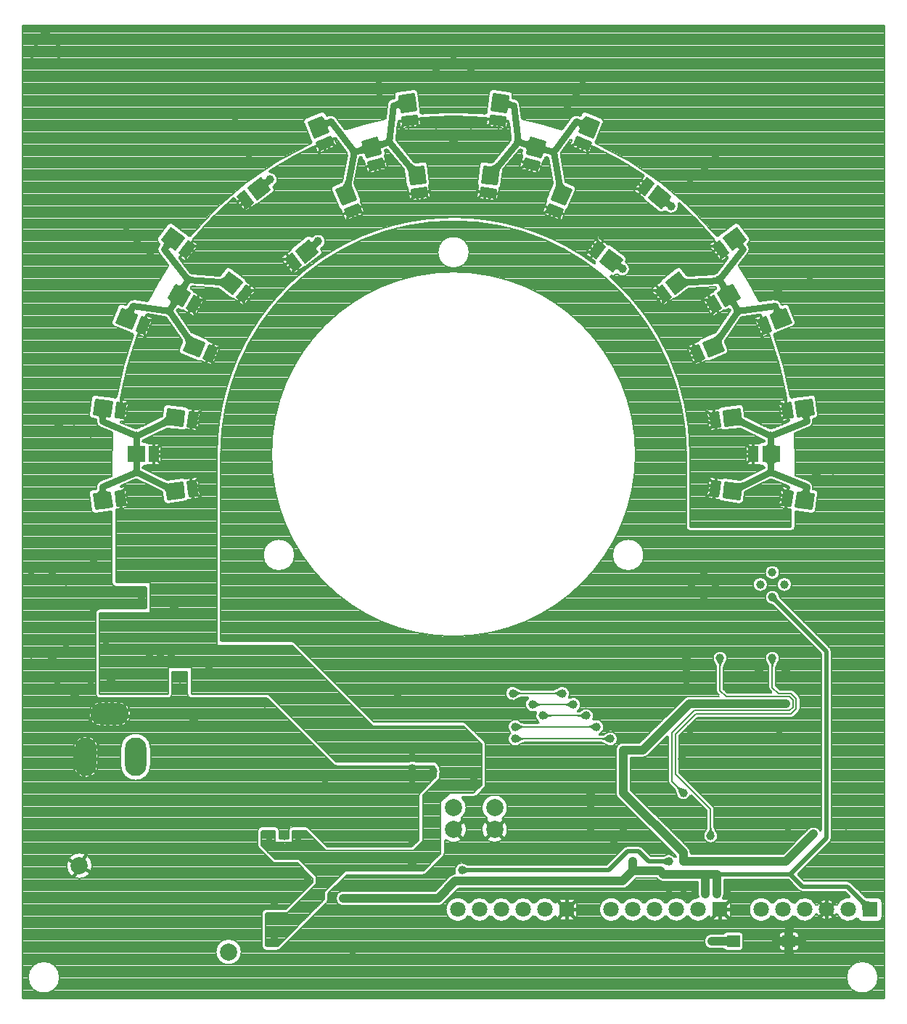
<source format=gbr>
*
*
G04 PADS VX.2.4 Build Number: 11695987 generated Gerber (RS-274-X) file*
G04 PC Version=2.1*
*
%IN "Zegar.pcb"*%
*
%MOIN*%
*
%FSLAX35Y35*%
*
*
*
*
G04 PC Standard Apertures*
*
*
G04 Thermal Relief Aperture macro.*
%AMTER*
1,1,$1,0,0*
1,0,$1-$2,0,0*
21,0,$3,$4,0,0,45*
21,0,$3,$4,0,0,135*
%
*
*
G04 Annular Aperture macro.*
%AMANN*
1,1,$1,0,0*
1,0,$2,0,0*
%
*
*
G04 Odd Aperture macro.*
%AMODD*
1,1,$1,0,0*
1,0,$1-0.005,0,0*
%
*
*
G04 PC Custom Aperture Macros*
*
*
*
*
*
*
G04 PC Aperture Table*
*
%ADD010C,0.001*%
%ADD011R,0.05906X0.05512*%
%ADD012R,0.07087X0.07087*%
%ADD013C,0.07087*%
%ADD014C,0.07874*%
%ADD015O,0.09843X0.17717*%
%ADD016O,0.17717X0.09843*%
%ADD017C,0.01*%
%ADD018R,0.08346X0.07677*%
%ADD019R,0.04724X0.07677*%
%ADD020C,0.01969*%
%ADD021C,0.00591*%
%ADD022C,0.02953*%
%ADD023C,0.03937*%
%ADD024C,0.00984*%
%ADD025C,0.00787*%
%ADD026C,0.01575*%
%ADD027C,0.01378*%
%ADD028C,0.01181*%
*
*
*
*
G04 PC Circuitry*
G04 Layer Name Zegar.pcb - circuitry*
%LPD*%
*
*
G04 PC Custom Flashes*
G04 Layer Name Zegar.pcb - flashes*
%LPD*%
*
*
G04 PC Circuitry*
G04 Layer Name Zegar.pcb - circuitry*
%LPD*%
*
G54D10*
G54D11*
G01X2128543Y1402953D03*
X2154134D03*
G54D12*
X2051969Y1417520D03*
X2191339D03*
X2122441D03*
G54D13*
X2041969D03*
X2031969D03*
X2021969D03*
X2011969D03*
X2001969D03*
X2181339D03*
X2171339D03*
X2161339D03*
X2151339D03*
X2141339D03*
X2112441D03*
X2102441D03*
X2092441D03*
X2082441D03*
X2072441D03*
G54D14*
X2018898Y1454252D03*
Y1464252D03*
X2000000Y1454252D03*
Y1464252D03*
X1828133Y1437657D03*
X1896665Y1398091D03*
G54D15*
X1853937Y1487598D03*
X1831102D03*
G54D16*
X1842126Y1507283D03*
G54D17*
X1842018Y1609143D02*
X1834735Y1608185D01*
X1835606Y1601565*
X1842890Y1602523*
X1842018Y1609143*
X1835606Y1601565D02*
X1835606D01*
X1835474Y1602565D02*
X1842884D01*
X1835343Y1603565D02*
X1842753D01*
X1835211Y1604565D02*
X1842621D01*
X1835079Y1605565D02*
X1842489D01*
X1834948Y1606565D02*
X1842358D01*
X1834816Y1607565D02*
X1842226D01*
X1837621Y1608565D02*
X1842094D01*
X1834735Y1608185D02*
X1834735D01*
X1835735Y1601581D02*
Y1608316D01*
X1836735Y1601713D02*
Y1608448D01*
X1837735Y1601845D02*
Y1608580D01*
X1838735Y1601976D02*
Y1608711D01*
X1839735Y1602108D02*
Y1608843D01*
X1840735Y1602240D02*
Y1608975D01*
X1841735Y1602371D02*
Y1609106D01*
X1842735Y1602503D02*
Y1603702D01*
X1844493Y1609469D02*
X1845364Y1602849D01*
X1849057Y1603335*
X1848185Y1609955*
X1844493Y1609469*
X1845364Y1602849D02*
X1845364D01*
X1845233Y1603849D02*
X1848989D01*
X1845101Y1604849D02*
X1848858D01*
X1844969Y1605849D02*
X1848726D01*
X1844838Y1606849D02*
X1848594D01*
X1844706Y1607849D02*
X1848463D01*
X1844574Y1608849D02*
X1848331D01*
X1847379Y1609849D02*
X1848199D01*
X1844493Y1609469D02*
X1844493D01*
X1845493Y1602866D02*
Y1609601D01*
X1846493Y1602998D02*
Y1609733D01*
X1847493Y1603129D02*
Y1609864D01*
X1848493Y1603261D02*
Y1607620D01*
X1902513Y1705587D02*
X1896685Y1710059D01*
X1892620Y1704762*
X1898449Y1700290*
X1902513Y1705587*
X1898077Y1700575D02*
X1898667D01*
X1896774Y1701575D02*
X1899435D01*
X1895471Y1702575D02*
X1900202D01*
X1894167Y1703575D02*
X1900969D01*
X1892864Y1704575D02*
X1901737D01*
X1893244Y1705575D02*
X1902504D01*
X1894011Y1706575D02*
X1901226D01*
X1894779Y1707575D02*
X1899923D01*
X1895546Y1708575D02*
X1898620D01*
X1896313Y1709575D02*
X1897317D01*
X1892620Y1704762D02*
X1892620D01*
X1893620Y1703995D02*
Y1706065D01*
X1894620Y1703227D02*
Y1707368D01*
X1895620Y1702460D02*
Y1708672D01*
X1896620Y1701693D02*
Y1709975D01*
X1897620Y1700925D02*
Y1709342D01*
X1898620Y1700513D02*
Y1708574D01*
X1899620Y1701817D02*
Y1707807D01*
X1900620Y1703120D02*
Y1707040D01*
X1901620Y1704423D02*
Y1706272D01*
X1904494Y1704068D02*
X1900429Y1698770D01*
X1903384Y1696503*
X1907448Y1701800*
X1904494Y1704068*
X1903290Y1696575D02*
X1903439D01*
X1901987Y1697575D02*
X1904206D01*
X1900684Y1698575D02*
X1904973D01*
X1901046Y1699575D02*
X1905741D01*
X1901814Y1700575D02*
X1906508D01*
X1902581Y1701575D02*
X1907275D01*
X1903348Y1702575D02*
X1906439D01*
X1904116Y1703575D02*
X1905136D01*
X1900429Y1698770D02*
X1900429D01*
X1901429Y1698003D02*
Y1700073D01*
X1902429Y1697236D02*
Y1701377D01*
X1903429Y1696562D02*
Y1702680D01*
X1904429Y1697865D02*
Y1703983D01*
X1905429Y1699168D02*
Y1703350D01*
X1906429Y1700472D02*
Y1702583D01*
X1907429Y1701775D02*
Y1701815D01*
X1955080Y1743745D02*
X1952269Y1750532D01*
X1946100Y1747977*
X1948911Y1741190*
X1955080Y1743745*
X1948752Y1741575D02*
X1949842D01*
X1948338Y1742575D02*
X1952256D01*
X1947923Y1743575D02*
X1954670D01*
X1947509Y1744575D02*
X1954736D01*
X1947095Y1745575D02*
X1954322D01*
X1946681Y1746575D02*
X1953908D01*
X1946267Y1747575D02*
X1953494D01*
X1947544Y1748575D02*
X1953080D01*
X1949958Y1749575D02*
X1952665D01*
X1946100Y1747977D02*
X1946100D01*
X1947100Y1745563D02*
Y1748391D01*
X1948100Y1743148D02*
Y1748805D01*
X1949100Y1741268D02*
Y1749219D01*
X1950100Y1741682D02*
Y1749634D01*
X1951100Y1742096D02*
Y1750048D01*
X1952100Y1742510D02*
Y1750462D01*
X1953100Y1742925D02*
Y1748526D01*
X1954100Y1743339D02*
Y1746111D01*
X1956035Y1741439D02*
X1949867Y1738883D01*
X1951292Y1735443*
X1957461Y1737998*
X1956035Y1741439*
X1951237Y1735575D02*
X1951611D01*
X1950823Y1736575D02*
X1954025D01*
X1950409Y1737575D02*
X1956440D01*
X1949994Y1738575D02*
X1957222D01*
X1951536Y1739575D02*
X1956808D01*
X1953950Y1740575D02*
X1956393D01*
X1949867Y1738883D02*
X1949867D01*
X1950867Y1736469D02*
Y1739298D01*
X1951867Y1735681D02*
Y1739712D01*
X1952867Y1736095D02*
Y1740126D01*
X1953867Y1736509D02*
Y1740540D01*
X1954867Y1736923D02*
Y1740955D01*
X1955867Y1737337D02*
Y1741369D01*
X1956867Y1737752D02*
Y1739432D01*
X1986937Y1751378D02*
X1985978Y1758662D01*
X1979358Y1757790*
X1980317Y1750507*
X1986937Y1751378*
X1980308Y1750575D02*
X1980833D01*
X1980176Y1751575D02*
X1986911D01*
X1980044Y1752575D02*
X1986779D01*
X1979913Y1753575D02*
X1986648D01*
X1979781Y1754575D02*
X1986516D01*
X1979649Y1755575D02*
X1986384D01*
X1979518Y1756575D02*
X1986253D01*
X1979386Y1757575D02*
X1986121D01*
X1985316Y1758575D02*
X1985989D01*
X1979358Y1757790D02*
X1979358D01*
X1980358Y1750512D02*
Y1757922D01*
X1981358Y1750644D02*
Y1758054D01*
X1982358Y1750776D02*
Y1758185D01*
X1983358Y1750907D02*
Y1758317D01*
X1984358Y1751039D02*
Y1758449D01*
X1985358Y1751171D02*
Y1758580D01*
X1986358Y1751302D02*
Y1755776D01*
X1987262Y1748904D02*
X1980642Y1748032D01*
X1981129Y1744340*
X1987749Y1745211*
X1987262Y1748904*
X1981098Y1744575D02*
X1982915D01*
X1980966Y1745575D02*
X1987701D01*
X1980834Y1746575D02*
X1987569D01*
X1980703Y1747575D02*
X1987437D01*
X1984765Y1748575D02*
X1987306D01*
X1980642Y1748032D02*
X1980642D01*
X1981642Y1744407D02*
Y1748164D01*
X1982642Y1744539D02*
Y1748295D01*
X1983642Y1744671D02*
Y1748427D01*
X1984642Y1744802D02*
Y1748559D01*
X1985642Y1744934D02*
Y1748690D01*
X1986642Y1745065D02*
Y1748822D01*
X1987642Y1745197D02*
Y1746018D01*
X1942274Y1774662D02*
X1939463Y1781449D01*
X1933294Y1778894*
X1936105Y1772107*
X1942274Y1774662*
X1935911Y1772575D02*
X1937235D01*
X1935497Y1773575D02*
X1939649D01*
X1935083Y1774575D02*
X1942063D01*
X1934669Y1775575D02*
X1941896D01*
X1934254Y1776575D02*
X1941482D01*
X1933840Y1777575D02*
X1941067D01*
X1933426Y1778575D02*
X1940653D01*
X1934937Y1779575D02*
X1940239D01*
X1937352Y1780575D02*
X1939825D01*
X1933294Y1778894D02*
X1933294D01*
X1934294Y1776480D02*
Y1779308D01*
X1935294Y1774066D02*
Y1779722D01*
X1936294Y1772185D02*
Y1780137D01*
X1937294Y1772599D02*
Y1780551D01*
X1938294Y1773013D02*
Y1780965D01*
X1939294Y1773428D02*
Y1781379D01*
X1940294Y1773842D02*
Y1779443D01*
X1941294Y1774256D02*
Y1777029D01*
X1943229Y1772356D02*
X1937060Y1769801D01*
X1938486Y1766360*
X1944654Y1768915*
X1943229Y1772356*
X1938396Y1766575D02*
X1939005D01*
X1937982Y1767575D02*
X1941419D01*
X1937568Y1768575D02*
X1943833D01*
X1937154Y1769575D02*
X1944381D01*
X1938929Y1770575D02*
X1943967D01*
X1941343Y1771575D02*
X1943553D01*
X1937060Y1769801D02*
X1937060D01*
X1938060Y1767386D02*
Y1770215D01*
X1939060Y1766598D02*
Y1770629D01*
X1940060Y1767012D02*
Y1771043D01*
X1941060Y1767426D02*
Y1771458D01*
X1942060Y1767840D02*
Y1771872D01*
X1943060Y1768255D02*
Y1772286D01*
X1944060Y1768669D02*
Y1770349D01*
X1982569Y1784557D02*
X1981610Y1791840D01*
X1974990Y1790969*
X1975949Y1783685*
X1982569Y1784557*
X1975832Y1784575D02*
X1982566D01*
X1975700Y1785575D02*
X1982435D01*
X1975568Y1786575D02*
X1982303D01*
X1975437Y1787575D02*
X1982171D01*
X1975305Y1788575D02*
X1982040D01*
X1975173Y1789575D02*
X1981908D01*
X1975042Y1790575D02*
X1981776D01*
X1979594Y1791575D02*
X1981645D01*
X1974990Y1790969D02*
X1974990D01*
X1975990Y1783690D02*
Y1791100D01*
X1976990Y1783822D02*
Y1791232D01*
X1977990Y1783954D02*
Y1791364D01*
X1978990Y1784085D02*
Y1791495D01*
X1979990Y1784217D02*
Y1791627D01*
X1980990Y1784349D02*
Y1791759D01*
X1981990Y1784480D02*
Y1788954D01*
X1982894Y1782082D02*
X1976274Y1781210D01*
X1976761Y1777518*
X1983381Y1778389*
X1982894Y1782082*
X1976753Y1777575D02*
X1977193D01*
X1976621Y1778575D02*
X1983356D01*
X1976490Y1779575D02*
X1983225D01*
X1976358Y1780575D02*
X1983093D01*
X1979043Y1781575D02*
X1982961D01*
X1976274Y1781210D02*
X1976274D01*
X1977274Y1777585D02*
Y1781342D01*
X1978274Y1777717D02*
Y1781474D01*
X1979274Y1777849D02*
Y1781605D01*
X1980274Y1777980D02*
Y1781737D01*
X1981274Y1778112D02*
Y1781869D01*
X1982274Y1778244D02*
Y1782000D01*
X1983274Y1778375D02*
Y1779196D01*
X1966428Y1764768D02*
X1964526Y1771864D01*
X1958077Y1770136*
X1959978Y1763040*
X1966428Y1764768*
X1959835Y1763575D02*
X1961976D01*
X1959567Y1764575D02*
X1965708D01*
X1959299Y1765575D02*
X1966211D01*
X1959031Y1766575D02*
X1965943D01*
X1958763Y1767575D02*
X1965676D01*
X1958495Y1768575D02*
X1965408D01*
X1958227Y1769575D02*
X1965140D01*
X1959716Y1770575D02*
X1964872D01*
X1963448Y1771575D02*
X1964604D01*
X1958077Y1770136D02*
X1958077D01*
X1959077Y1766404D02*
Y1770404D01*
X1960077Y1763066D02*
Y1770672D01*
X1961077Y1763334D02*
Y1770939D01*
X1962077Y1763602D02*
Y1771207D01*
X1963077Y1763870D02*
Y1771475D01*
X1964077Y1764138D02*
Y1771743D01*
X1965077Y1764406D02*
Y1769810D01*
X1966077Y1764674D02*
Y1766078D01*
X1967074Y1762357D02*
X1960624Y1760628D01*
X1961588Y1757031*
X1968038Y1758759*
X1967074Y1762357*
X1961442Y1757575D02*
X1963618D01*
X1961174Y1758575D02*
X1967350D01*
X1960906Y1759575D02*
X1967819D01*
X1960638Y1760575D02*
X1967551D01*
X1964156Y1761575D02*
X1967283D01*
X1960624Y1760628D02*
X1960624D01*
X1961624Y1757041D02*
Y1760896D01*
X1962624Y1757309D02*
Y1761164D01*
X1963624Y1757577D02*
Y1761432D01*
X1964624Y1757845D02*
Y1761700D01*
X1965624Y1758112D02*
Y1761968D01*
X1966624Y1758380D02*
Y1762236D01*
X1967624Y1758648D02*
Y1760303D01*
X2019683Y1750507D02*
X2020642Y1757790D01*
X2014022Y1758662*
X2013063Y1751378*
X2019683Y1750507*
X2019167Y1750575D02*
X2019692D01*
X2013089Y1751575D02*
X2019824D01*
X2013221Y1752575D02*
X2019956D01*
X2013352Y1753575D02*
X2020087D01*
X2013484Y1754575D02*
X2020219D01*
X2013616Y1755575D02*
X2020351D01*
X2013747Y1756575D02*
X2020482D01*
X2013879Y1757575D02*
X2020614D01*
X2014011Y1758575D02*
X2014684D01*
X2014000Y1751255D02*
Y1758493D01*
X2015000Y1751123D02*
Y1758533D01*
X2016000Y1750992D02*
Y1758402D01*
X2017000Y1750860D02*
Y1758270D01*
X2018000Y1750728D02*
Y1758138D01*
X2019000Y1750597D02*
Y1758007D01*
X2020000Y1752912D02*
Y1757875D01*
X2019358Y1748032D02*
X2012738Y1748904D01*
X2012251Y1745211*
X2018871Y1744340*
X2019358Y1748032*
X2017085Y1744575D02*
X2018902D01*
X2012299Y1745575D02*
X2019034D01*
X2012431Y1746575D02*
X2019166D01*
X2012563Y1747575D02*
X2019297D01*
X2012694Y1748575D02*
X2015235D01*
X2013000Y1745113D02*
Y1748869D01*
X2014000Y1744981D02*
Y1748737D01*
X2015000Y1744849D02*
Y1748606D01*
X2016000Y1744718D02*
Y1748474D01*
X2017000Y1744586D02*
Y1748342D01*
X2018000Y1744454D02*
Y1748211D01*
X2019000Y1745316D02*
Y1748079D01*
X2051089Y1741190D02*
X2053900Y1747977D01*
X2047731Y1750532*
X2044920Y1743745*
X2051089Y1741190*
X2050158Y1741575D02*
X2051248D01*
X2047744Y1742575D02*
X2051662D01*
X2045330Y1743575D02*
X2052077D01*
X2045264Y1744575D02*
X2052491D01*
X2045678Y1745575D02*
X2052905D01*
X2046092Y1746575D02*
X2053319D01*
X2046506Y1747575D02*
X2053733D01*
X2046920Y1748575D02*
X2052456D01*
X2047335Y1749575D02*
X2050042D01*
X2045000Y1743712D02*
Y1743939D01*
X2046000Y1743297D02*
Y1746353D01*
X2047000Y1742883D02*
Y1748767D01*
X2048000Y1742469D02*
Y1750421D01*
X2049000Y1742055D02*
Y1750006D01*
X2050000Y1741640D02*
Y1749592D01*
X2051000Y1741226D02*
Y1749178D01*
X2052000Y1743390D02*
Y1748764D01*
X2053000Y1745804D02*
Y1748350D01*
X2050133Y1738883D02*
X2043965Y1741439D01*
X2042539Y1737998*
X2048708Y1735443*
X2050133Y1738883*
X2048389Y1735575D02*
X2048763D01*
X2045975Y1736575D02*
X2049177D01*
X2043560Y1737575D02*
X2049591D01*
X2042778Y1738575D02*
X2050006D01*
X2043192Y1739575D02*
X2048464D01*
X2043607Y1740575D02*
X2046050D01*
X2043000Y1737807D02*
Y1739110D01*
X2044000Y1737393D02*
Y1741424D01*
X2045000Y1736979D02*
Y1741010D01*
X2046000Y1736564D02*
Y1740596D01*
X2047000Y1736150D02*
Y1740181D01*
X2048000Y1735736D02*
Y1739767D01*
X2049000Y1736147D02*
Y1739353D01*
X2050000Y1738561D02*
Y1738939D01*
X2024051Y1783685D02*
X2025010Y1790969D01*
X2018390Y1791840*
X2017431Y1784557*
X2024051Y1783685*
X2017434Y1784575D02*
X2024168D01*
X2017565Y1785575D02*
X2024300D01*
X2017697Y1786575D02*
X2024432D01*
X2017829Y1787575D02*
X2024563D01*
X2017960Y1788575D02*
X2024695D01*
X2018092Y1789575D02*
X2024827D01*
X2018224Y1790575D02*
X2024958D01*
X2018355Y1791575D02*
X2020406D01*
X2018000Y1784482D02*
Y1788876D01*
X2019000Y1784350D02*
Y1791760D01*
X2020000Y1784218D02*
Y1791628D01*
X2021000Y1784087D02*
Y1791497D01*
X2022000Y1783955D02*
Y1791365D01*
X2023000Y1783823D02*
Y1791233D01*
X2024000Y1783692D02*
Y1791102D01*
X2025000Y1790891D02*
Y1790970D01*
X2023726Y1781210D02*
X2017106Y1782082D01*
X2016619Y1778389*
X2023239Y1777518*
X2023726Y1781210*
X2022807Y1777575D02*
X2023247D01*
X2016644Y1778575D02*
X2023379D01*
X2016775Y1779575D02*
X2023510D01*
X2016907Y1780575D02*
X2023642D01*
X2017039Y1781575D02*
X2020957D01*
X2017000Y1778339D02*
Y1781280D01*
X2018000Y1778208D02*
Y1781964D01*
X2019000Y1778076D02*
Y1781833D01*
X2020000Y1777944D02*
Y1781701D01*
X2021000Y1777813D02*
Y1781569D01*
X2022000Y1777681D02*
Y1781438D01*
X2023000Y1777549D02*
Y1781306D01*
X2063895Y1772107D02*
X2066706Y1778894D01*
X2060537Y1781449*
X2057726Y1774662*
X2063895Y1772107*
X2062765Y1772575D02*
X2064089D01*
X2060351Y1773575D02*
X2064503D01*
X2057937Y1774575D02*
X2064917D01*
X2058104Y1775575D02*
X2065331D01*
X2058518Y1776575D02*
X2065746D01*
X2058933Y1777575D02*
X2066160D01*
X2059347Y1778575D02*
X2066574D01*
X2059761Y1779575D02*
X2065063D01*
X2060175Y1780575D02*
X2062648D01*
X2058000Y1774549D02*
Y1775323D01*
X2059000Y1774134D02*
Y1777738D01*
X2060000Y1773720D02*
Y1780152D01*
X2061000Y1773306D02*
Y1781258D01*
X2062000Y1772892D02*
Y1780843D01*
X2063000Y1772477D02*
Y1780429D01*
X2064000Y1772360D02*
Y1780015D01*
X2065000Y1774775D02*
Y1779601D01*
X2066000Y1777189D02*
Y1779187D01*
X2062940Y1769801D02*
X2056771Y1772356D01*
X2055346Y1768915*
X2061514Y1766360*
X2062940Y1769801*
X2060995Y1766575D02*
X2061604D01*
X2058581Y1767575D02*
X2062018D01*
X2056167Y1768575D02*
X2062432D01*
X2055619Y1769575D02*
X2062846D01*
X2056033Y1770575D02*
X2061071D01*
X2056447Y1771575D02*
X2058657D01*
X2056000Y1768644D02*
Y1770495D01*
X2057000Y1768230D02*
Y1772261D01*
X2058000Y1767816D02*
Y1771847D01*
X2059000Y1767401D02*
Y1771433D01*
X2060000Y1766987D02*
Y1771018D01*
X2061000Y1766573D02*
Y1770604D01*
X2062000Y1767532D02*
Y1770190D01*
X1842890Y1650626D02*
X1835606Y1651585D01*
X1834735Y1644965*
X1842018Y1644006*
X1842890Y1650626*
X1837699Y1644575D02*
X1842093D01*
X1834815Y1645575D02*
X1842225D01*
X1834946Y1646575D02*
X1842356D01*
X1835078Y1647575D02*
X1842488D01*
X1835210Y1648575D02*
X1842620D01*
X1835341Y1649575D02*
X1842751D01*
X1835473Y1650575D02*
X1842883D01*
X1835605Y1651575D02*
X1835684D01*
X1834735Y1644965D02*
X1834735D01*
X1835735Y1644833D02*
Y1651568D01*
X1836735Y1644702D02*
Y1651436D01*
X1837735Y1644570D02*
Y1651305D01*
X1838735Y1644438D02*
Y1651173D01*
X1839735Y1644307D02*
Y1651042D01*
X1840735Y1644175D02*
Y1650910D01*
X1841735Y1644043D02*
Y1650778D01*
X1842735Y1649448D02*
Y1650647D01*
X1845364Y1650300D02*
X1844493Y1643680D01*
X1848185Y1643194*
X1849057Y1649814*
X1845364Y1650300*
X1845294Y1643575D02*
X1848236D01*
X1844611Y1644575D02*
X1848367D01*
X1844742Y1645575D02*
X1848499D01*
X1844874Y1646575D02*
X1848630D01*
X1845006Y1647575D02*
X1848762D01*
X1845137Y1648575D02*
X1848894D01*
X1845269Y1649575D02*
X1849025D01*
X1844493Y1643680D02*
X1844493D01*
X1845493Y1643549D02*
Y1650283D01*
X1846493Y1643417D02*
Y1650152D01*
X1847493Y1643285D02*
Y1650020D01*
X1848493Y1645530D02*
Y1649888D01*
X2040022Y1763040D02*
X2041923Y1770136D01*
X2035474Y1771864*
X2033572Y1764768*
X2040022Y1763040*
X2038024Y1763575D02*
X2040165D01*
X2034292Y1764575D02*
X2040433D01*
X2033789Y1765575D02*
X2040701D01*
X2034057Y1766575D02*
X2040969D01*
X2034324Y1767575D02*
X2041237D01*
X2034592Y1768575D02*
X2041505D01*
X2034860Y1769575D02*
X2041773D01*
X2035128Y1770575D02*
X2040284D01*
X2035396Y1771575D02*
X2036552D01*
X2034000Y1764653D02*
Y1766364D01*
X2035000Y1764385D02*
Y1770096D01*
X2036000Y1764117D02*
Y1771723D01*
X2037000Y1763849D02*
Y1771455D01*
X2038000Y1763581D02*
Y1771187D01*
X2039000Y1763313D02*
Y1770919D01*
X2040000Y1763045D02*
Y1770651D01*
X2041000Y1766690D02*
Y1770383D01*
X2039376Y1760628D02*
X2032926Y1762357D01*
X2031962Y1758759*
X2038412Y1757031*
X2039376Y1760628*
X2036382Y1757575D02*
X2038558D01*
X2032650Y1758575D02*
X2038826D01*
X2032181Y1759575D02*
X2039094D01*
X2032449Y1760575D02*
X2039362D01*
X2032717Y1761575D02*
X2035844D01*
X2032000Y1758749D02*
Y1758900D01*
X2033000Y1758481D02*
Y1762337D01*
X2034000Y1758213D02*
Y1762069D01*
X2035000Y1757945D02*
Y1761801D01*
X2036000Y1757677D02*
Y1761533D01*
X2037000Y1757409D02*
Y1761265D01*
X2038000Y1757141D02*
Y1760997D01*
X2039000Y1759225D02*
Y1760729D01*
X2101551Y1700290D02*
X2107380Y1704762D01*
X2103315Y1710059*
X2097487Y1705587*
X2101551Y1700290*
X2101333Y1700575D02*
X2101923D01*
X2100565Y1701575D02*
X2103226D01*
X2099798Y1702575D02*
X2104529D01*
X2099031Y1703575D02*
X2105833D01*
X2098263Y1704575D02*
X2107136D01*
X2097496Y1705575D02*
X2106756D01*
X2098774Y1706575D02*
X2105989D01*
X2100077Y1707575D02*
X2105221D01*
X2101380Y1708575D02*
X2104454D01*
X2102683Y1709575D02*
X2103687D01*
X2098000Y1704918D02*
Y1705981D01*
X2099000Y1703615D02*
Y1706748D01*
X2100000Y1702312D02*
Y1707516D01*
X2101000Y1701008D02*
Y1708283D01*
X2102000Y1700634D02*
Y1709050D01*
X2103000Y1701401D02*
Y1709818D01*
X2104000Y1702169D02*
Y1709167D01*
X2105000Y1702936D02*
Y1707863D01*
X2106000Y1703703D02*
Y1706560D01*
X2107000Y1704471D02*
Y1705257D01*
X2099571Y1698770D02*
X2095506Y1704068D01*
X2092552Y1701800*
X2096616Y1696503*
X2099571Y1698770*
X2096561Y1696575D02*
X2096710D01*
X2095794Y1697575D02*
X2098013D01*
X2095027Y1698575D02*
X2099316D01*
X2094259Y1699575D02*
X2098954D01*
X2093492Y1700575D02*
X2098186D01*
X2092725Y1701575D02*
X2097419D01*
X2093561Y1702575D02*
X2096652D01*
X2094864Y1703575D02*
X2095884D01*
X2093000Y1701216D02*
Y1702144D01*
X2094000Y1699913D02*
Y1702912D01*
X2095000Y1698609D02*
Y1703679D01*
X2096000Y1697306D02*
Y1703424D01*
X2097000Y1696797D02*
Y1702121D01*
X2098000Y1697565D02*
Y1700818D01*
X2099000Y1698332D02*
Y1699515D01*
X2117170Y1671495D02*
X2123957Y1674306D01*
X2121402Y1680475*
X2114615Y1677663*
X2117170Y1671495*
X2117137Y1671575D02*
X2117364D01*
X2116722Y1672575D02*
X2119778D01*
X2116308Y1673575D02*
X2122192D01*
X2115894Y1674575D02*
X2123846D01*
X2115480Y1675575D02*
X2123432D01*
X2115066Y1676575D02*
X2123017D01*
X2114651Y1677575D02*
X2122603D01*
X2116815Y1678575D02*
X2122189D01*
X2119229Y1679575D02*
X2121775D01*
X2115000Y1676733D02*
Y1677823D01*
X2116000Y1674319D02*
Y1678237D01*
X2117000Y1671905D02*
Y1678651D01*
X2118000Y1671838D02*
Y1679066D01*
X2119000Y1672253D02*
Y1679480D01*
X2120000Y1672667D02*
Y1679894D01*
X2121000Y1673081D02*
Y1680308D01*
X2122000Y1673495D02*
Y1679031D01*
X2123000Y1673909D02*
Y1676617D01*
X2114864Y1670539D02*
X2112309Y1676708D01*
X2108868Y1675283*
X2111423Y1669114*
X2114864Y1670539*
X2111232Y1669575D02*
X2112535D01*
X2110818Y1670575D02*
X2114849D01*
X2110404Y1671575D02*
X2114435D01*
X2109990Y1672575D02*
X2114021D01*
X2109575Y1673575D02*
X2113607D01*
X2109161Y1674575D02*
X2113192D01*
X2109572Y1675575D02*
X2112778D01*
X2111987Y1676575D02*
X2112364D01*
X2109000Y1674964D02*
Y1675338D01*
X2110000Y1672549D02*
Y1675752D01*
X2111000Y1670135D02*
Y1676166D01*
X2112000Y1669353D02*
Y1676580D01*
X2113000Y1669767D02*
Y1675039D01*
X2114000Y1670181D02*
Y1672625D01*
X2124795Y1694770D02*
X2131157Y1698443D01*
X2127819Y1704226*
X2121456Y1700553*
X2124795Y1694770*
X2124330Y1695575D02*
X2126189D01*
X2123753Y1696575D02*
X2127921D01*
X2123176Y1697575D02*
X2129653D01*
X2122598Y1698575D02*
X2131081D01*
X2122021Y1699575D02*
X2130504D01*
X2121495Y1700575D02*
X2129927D01*
X2123227Y1701575D02*
X2129349D01*
X2124959Y1702575D02*
X2128772D01*
X2126691Y1703575D02*
X2128194D01*
X2122000Y1699611D02*
Y1700867D01*
X2123000Y1697879D02*
Y1701444D01*
X2124000Y1696147D02*
Y1702021D01*
X2125000Y1694889D02*
Y1702599D01*
X2126000Y1695466D02*
Y1703176D01*
X2127000Y1696043D02*
Y1703753D01*
X2128000Y1696621D02*
Y1703912D01*
X2129000Y1697198D02*
Y1702180D01*
X2130000Y1697775D02*
Y1700448D01*
X2131000Y1698353D02*
Y1698716D01*
X2122633Y1693522D02*
X2119295Y1699305D01*
X2116069Y1697442*
X2119408Y1691660*
X2122633Y1693522*
X2118880Y1692575D02*
X2120993D01*
X2118302Y1693575D02*
X2122603D01*
X2117725Y1694575D02*
X2122025D01*
X2117148Y1695575D02*
X2121448D01*
X2116570Y1696575D02*
X2120871D01*
X2116298Y1697575D02*
X2120293D01*
X2118030Y1698575D02*
X2119716D01*
X2117000Y1695830D02*
Y1697980D01*
X2118000Y1694098D02*
Y1698557D01*
X2119000Y1692366D02*
Y1699135D01*
X2120000Y1692002D02*
Y1698083D01*
X2121000Y1692579D02*
Y1696351D01*
X2122000Y1693156D02*
Y1694619D01*
X2128101Y1720662D02*
X2133929Y1725134D01*
X2129864Y1730431*
X2124036Y1725959*
X2128101Y1720662*
X2127400Y1721575D02*
X2129291D01*
X2126633Y1722575D02*
X2130594D01*
X2125865Y1723575D02*
X2131897D01*
X2125098Y1724575D02*
X2133200D01*
X2124331Y1725575D02*
X2133591D01*
X2124838Y1726575D02*
X2132823D01*
X2126142Y1727575D02*
X2132056D01*
X2127445Y1728575D02*
X2131289D01*
X2128748Y1729575D02*
X2130521D01*
X2125000Y1724702D02*
Y1726699D01*
X2126000Y1723399D02*
Y1727466D01*
X2127000Y1722096D02*
Y1728234D01*
X2128000Y1720793D02*
Y1729001D01*
X2129000Y1721352D02*
Y1729768D01*
X2130000Y1722119D02*
Y1730254D01*
X2131000Y1722886D02*
Y1728951D01*
X2132000Y1723654D02*
Y1727648D01*
X2133000Y1724421D02*
Y1726345D01*
X2126120Y1719142D02*
X2122056Y1724440D01*
X2119101Y1722172*
X2123166Y1716875*
X2126120Y1719142*
X2122629Y1717575D02*
X2124078D01*
X2121861Y1718575D02*
X2125381D01*
X2121094Y1719575D02*
X2125788D01*
X2120327Y1720575D02*
X2125021D01*
X2119559Y1721575D02*
X2124254D01*
X2119625Y1722575D02*
X2123486D01*
X2120929Y1723575D02*
X2122719D01*
X2120000Y1721000D02*
Y1722862D01*
X2121000Y1719697D02*
Y1723630D01*
X2122000Y1718394D02*
Y1724397D01*
X2123000Y1717091D02*
Y1723209D01*
X2124000Y1717515D02*
Y1721905D01*
X2125000Y1718282D02*
Y1720602D01*
X2126000Y1719050D02*
Y1719299D01*
X2148087Y1684301D02*
X2154874Y1687112D01*
X2152319Y1693281*
X2145532Y1690470*
X2148087Y1684301*
X2147974Y1684575D02*
X2148749D01*
X2147559Y1685575D02*
X2151163D01*
X2147145Y1686575D02*
X2153577D01*
X2146731Y1687575D02*
X2154683D01*
X2146317Y1688575D02*
X2154269D01*
X2145903Y1689575D02*
X2153854D01*
X2145786Y1690575D02*
X2153440D01*
X2148200Y1691575D02*
X2153026D01*
X2150614Y1692575D02*
X2152612D01*
X2146000Y1689340D02*
Y1690664D01*
X2147000Y1686926D02*
Y1691078D01*
X2148000Y1684511D02*
Y1691492D01*
X2149000Y1684679D02*
Y1691906D01*
X2150000Y1685093D02*
Y1692320D01*
X2151000Y1685507D02*
Y1692735D01*
X2152000Y1685922D02*
Y1693149D01*
X2153000Y1686336D02*
Y1691637D01*
X2154000Y1686750D02*
Y1689223D01*
X2145781Y1683346D02*
X2143226Y1689515D01*
X2139785Y1688089*
X2142340Y1681920*
X2145781Y1683346*
X2142069Y1682575D02*
X2143920D01*
X2141655Y1683575D02*
X2145686D01*
X2141241Y1684575D02*
X2145272D01*
X2140826Y1685575D02*
X2144858D01*
X2140412Y1686575D02*
X2144444D01*
X2139998Y1687575D02*
X2144029D01*
X2140957Y1688575D02*
X2143615D01*
X2140000Y1687570D02*
Y1688178D01*
X2141000Y1685156D02*
Y1688593D01*
X2142000Y1682742D02*
Y1689007D01*
X2143000Y1682194D02*
Y1689421D01*
X2144000Y1682608D02*
Y1687646D01*
X2145000Y1683022D02*
Y1685231D01*
X2124804Y1639638D02*
X2132087Y1640597D01*
X2131216Y1647217*
X2123932Y1646258*
X2124804Y1639638*
X2124680Y1640575D02*
X2131918D01*
X2124549Y1641575D02*
X2131958D01*
X2124417Y1642575D02*
X2131827D01*
X2124285Y1643575D02*
X2131695D01*
X2124154Y1644575D02*
X2131563D01*
X2124022Y1645575D02*
X2131432D01*
X2126337Y1646575D02*
X2131300D01*
X2124000Y1645742D02*
Y1646267D01*
X2125000Y1639664D02*
Y1646399D01*
X2126000Y1639796D02*
Y1646530D01*
X2127000Y1639927D02*
Y1646662D01*
X2128000Y1640059D02*
Y1646794D01*
X2129000Y1640191D02*
Y1646925D01*
X2130000Y1640322D02*
Y1647057D01*
X2131000Y1640454D02*
Y1647189D01*
X2132000Y1640586D02*
Y1641259D01*
X2122329Y1639312D02*
X2121457Y1645932D01*
X2117765Y1645446*
X2118636Y1638826*
X2122329Y1639312*
X2118538Y1639575D02*
X2122294D01*
X2118406Y1640575D02*
X2122163D01*
X2118274Y1641575D02*
X2122031D01*
X2118143Y1642575D02*
X2121899D01*
X2118011Y1643575D02*
X2121768D01*
X2117879Y1644575D02*
X2121636D01*
X2118741Y1645575D02*
X2121504D01*
X2118000Y1643659D02*
Y1645477D01*
X2119000Y1638874D02*
Y1645609D01*
X2120000Y1639006D02*
Y1645741D01*
X2121000Y1639137D02*
Y1645872D01*
X2122000Y1639269D02*
Y1641810D01*
X2123932Y1606891D02*
X2131216Y1605933D01*
X2132087Y1612553*
X2124804Y1613511*
X2123932Y1606891*
X2131216Y1605933D02*
X2131216D01*
X2123937Y1606933D02*
X2131347D01*
X2124069Y1607933D02*
X2131479D01*
X2124201Y1608933D02*
X2131611D01*
X2124332Y1609933D02*
X2131742D01*
X2124464Y1610933D02*
X2131874D01*
X2124596Y1611933D02*
X2132006D01*
X2124727Y1612933D02*
X2129201D01*
X2124000Y1606882D02*
Y1607408D01*
X2125000Y1606751D02*
Y1613486D01*
X2126000Y1606619D02*
Y1613354D01*
X2127000Y1606488D02*
Y1613222D01*
X2128000Y1606356D02*
Y1613091D01*
X2129000Y1606224D02*
Y1612959D01*
X2130000Y1606093D02*
Y1612827D01*
X2131000Y1605961D02*
Y1612696D01*
X2132000Y1611890D02*
Y1612564D01*
X2121457Y1607217D02*
X2122329Y1613837D01*
X2118636Y1614323*
X2117765Y1607703*
X2121457Y1607217*
X2121457*
X2117832Y1608217D02*
X2121589D01*
X2117964Y1609217D02*
X2121721D01*
X2118096Y1610217D02*
X2121852D01*
X2118227Y1611217D02*
X2121984D01*
X2118359Y1612217D02*
X2122116D01*
X2118491Y1613217D02*
X2122247D01*
X2118622Y1614217D02*
X2119443D01*
X2118000Y1607672D02*
Y1609490D01*
X2119000Y1607541D02*
Y1614276D01*
X2120000Y1607409D02*
Y1614144D01*
X2121000Y1607277D02*
Y1614012D01*
X2122000Y1611339D02*
Y1613881D01*
X2157982Y1644006D02*
X2165265Y1644965D01*
X2164394Y1651585*
X2157110Y1650626*
X2157982Y1644006*
X2157907Y1644575D02*
X2162301D01*
X2157775Y1645575D02*
X2165185D01*
X2157644Y1646575D02*
X2165054D01*
X2157512Y1647575D02*
X2164922D01*
X2157380Y1648575D02*
X2164790D01*
X2157249Y1649575D02*
X2164659D01*
X2157117Y1650575D02*
X2164527D01*
X2164316Y1651575D02*
X2164395D01*
X2158000Y1644009D02*
Y1650743D01*
X2159000Y1644140D02*
Y1650875D01*
X2160000Y1644272D02*
Y1651007D01*
X2161000Y1644403D02*
Y1651138D01*
X2162000Y1644535D02*
Y1651270D01*
X2163000Y1644667D02*
Y1651402D01*
X2164000Y1644798D02*
Y1651533D01*
X2165000Y1644930D02*
Y1646981D01*
X2155507Y1643680D02*
X2154636Y1650300D01*
X2150943Y1649814*
X2151815Y1643194*
X2155507Y1643680*
X2151764Y1643575D02*
X2154706D01*
X2151633Y1644575D02*
X2155389D01*
X2151501Y1645575D02*
X2155258D01*
X2151370Y1646575D02*
X2155126D01*
X2151238Y1647575D02*
X2154994D01*
X2151106Y1648575D02*
X2154863D01*
X2150975Y1649575D02*
X2154731D01*
X2151000Y1649382D02*
Y1649822D01*
X2152000Y1643219D02*
Y1649953D01*
X2153000Y1643350D02*
Y1650085D01*
X2154000Y1643482D02*
Y1650217D01*
X2155000Y1643614D02*
Y1647532D01*
X1875196Y1613511D02*
X1867913Y1612553D01*
X1868784Y1605933*
X1876068Y1606891*
X1875196Y1613511*
X1868784Y1605933D02*
X1868784D01*
X1868653Y1606933D02*
X1876063D01*
X1868521Y1607933D02*
X1875931D01*
X1868389Y1608933D02*
X1875799D01*
X1868258Y1609933D02*
X1875668D01*
X1868126Y1610933D02*
X1875536D01*
X1867994Y1611933D02*
X1875404D01*
X1870799Y1612933D02*
X1875273D01*
X1867913Y1612553D02*
X1867913D01*
X1868913Y1605949D02*
Y1612684D01*
X1869913Y1606081D02*
Y1612816D01*
X1870913Y1606213D02*
Y1612948D01*
X1871913Y1606344D02*
Y1613079D01*
X1872913Y1606476D02*
Y1613211D01*
X1873913Y1606608D02*
Y1613343D01*
X1874913Y1606739D02*
Y1613474D01*
X1875913Y1606871D02*
Y1608070D01*
X1877671Y1613837D02*
X1878543Y1607217D01*
X1882235Y1607703*
X1881364Y1614323*
X1877671Y1613837*
X1878543Y1607217D02*
X1878543D01*
X1878411Y1608217D02*
X1882168D01*
X1878279Y1609217D02*
X1882036D01*
X1878148Y1610217D02*
X1881904D01*
X1878016Y1611217D02*
X1881773D01*
X1877884Y1612217D02*
X1881641D01*
X1877753Y1613217D02*
X1881509D01*
X1880557Y1614217D02*
X1881378D01*
X1877671Y1613837D02*
X1877671D01*
X1878671Y1607234D02*
Y1613969D01*
X1879671Y1607366D02*
Y1614101D01*
X1880671Y1607497D02*
Y1614232D01*
X1881671Y1607629D02*
Y1611988D01*
X2157110Y1602523D02*
X2164394Y1601565D01*
X2165265Y1608185*
X2157982Y1609143*
X2157110Y1602523*
X2164394Y1601565D02*
X2164394D01*
X2157116Y1602565D02*
X2164526D01*
X2157247Y1603565D02*
X2164657D01*
X2157379Y1604565D02*
X2164789D01*
X2157511Y1605565D02*
X2164921D01*
X2157642Y1606565D02*
X2165052D01*
X2157774Y1607565D02*
X2165184D01*
X2157906Y1608565D02*
X2162379D01*
X2158000Y1602406D02*
Y1609141D01*
X2159000Y1602275D02*
Y1609009D01*
X2160000Y1602143D02*
Y1608878D01*
X2161000Y1602011D02*
Y1608746D01*
X2162000Y1601880D02*
Y1608614D01*
X2163000Y1601748D02*
Y1608483D01*
X2164000Y1601616D02*
Y1608351D01*
X2165000Y1606168D02*
Y1608220D01*
X2154636Y1602849D02*
X2155507Y1609469D01*
X2151815Y1609955*
X2150943Y1603335*
X2154636Y1602849*
X2154636*
X2151011Y1603849D02*
X2154767D01*
X2151142Y1604849D02*
X2154899D01*
X2151274Y1605849D02*
X2155031D01*
X2151406Y1606849D02*
X2155162D01*
X2151537Y1607849D02*
X2155294D01*
X2151669Y1608849D02*
X2155426D01*
X2151801Y1609849D02*
X2152621D01*
X2151000Y1603328D02*
Y1603768D01*
X2152000Y1603196D02*
Y1609931D01*
X2153000Y1603065D02*
Y1609799D01*
X2154000Y1602933D02*
Y1609668D01*
X2155000Y1605617D02*
Y1609536D01*
X1931618Y1714800D02*
X1937446Y1719272D01*
X1933381Y1724569*
X1927553Y1720097*
X1931618Y1714800*
X1931023Y1715575D02*
X1932628D01*
X1930256Y1716575D02*
X1933931D01*
X1929488Y1717575D02*
X1935234D01*
X1928721Y1718575D02*
X1936537D01*
X1927954Y1719575D02*
X1937214D01*
X1928175Y1720575D02*
X1936446D01*
X1929479Y1721575D02*
X1935679D01*
X1930782Y1722575D02*
X1934912D01*
X1932085Y1723575D02*
X1934144D01*
X1927553Y1720097D02*
X1927553D01*
X1928553Y1718794D02*
Y1720864D01*
X1929553Y1717491D02*
Y1721632D01*
X1930553Y1716187D02*
Y1722399D01*
X1931553Y1714884D02*
Y1723166D01*
X1932553Y1715517D02*
Y1723934D01*
X1933553Y1716285D02*
Y1724346D01*
X1934553Y1717052D02*
Y1723042D01*
X1935553Y1717819D02*
Y1721739D01*
X1936553Y1718587D02*
Y1720436D01*
X1929638Y1713280D02*
X1925573Y1718578D01*
X1922618Y1716310*
X1926683Y1711013*
X1929638Y1713280*
X1926252Y1711575D02*
X1927415D01*
X1925484Y1712575D02*
X1928718D01*
X1924717Y1713575D02*
X1929412D01*
X1923950Y1714575D02*
X1928644D01*
X1923182Y1715575D02*
X1927877D01*
X1922963Y1716575D02*
X1927110D01*
X1924266Y1717575D02*
X1926342D01*
X1925569Y1718575D02*
X1925575D01*
X1922618Y1716310D02*
X1922618D01*
X1923618Y1715007D02*
Y1717078D01*
X1924618Y1713704D02*
Y1717845D01*
X1925618Y1712401D02*
Y1718519D01*
X1926618Y1711097D02*
Y1717215D01*
X1927618Y1711731D02*
Y1715912D01*
X1928618Y1712498D02*
Y1714609D01*
X1929618Y1713265D02*
Y1713306D01*
X1909568Y1743535D02*
X1915396Y1748008D01*
X1911332Y1753305*
X1905503Y1748833*
X1909568Y1743535*
X1909538Y1743575D02*
X1909619D01*
X1908771Y1744575D02*
X1910923D01*
X1908003Y1745575D02*
X1912226D01*
X1907236Y1746575D02*
X1913529D01*
X1906469Y1747575D02*
X1914832D01*
X1905701Y1748575D02*
X1914961D01*
X1906470Y1749575D02*
X1914194D01*
X1907774Y1750575D02*
X1913427D01*
X1909077Y1751575D02*
X1912659D01*
X1910380Y1752575D02*
X1911892D01*
X1905503Y1748833D02*
X1905503D01*
X1906503Y1747530D02*
Y1749600D01*
X1907503Y1746226D02*
Y1750367D01*
X1908503Y1744923D02*
Y1751135D01*
X1909503Y1743620D02*
Y1751902D01*
X1910503Y1744253D02*
Y1752669D01*
X1911503Y1745020D02*
Y1753081D01*
X1912503Y1745788D02*
Y1751778D01*
X1913503Y1746555D02*
Y1750475D01*
X1914503Y1747322D02*
Y1749172D01*
X1907588Y1742016D02*
X1903523Y1747313D01*
X1900568Y1745046*
X1904633Y1739749*
X1907588Y1742016*
X1903999Y1740575D02*
X1905710D01*
X1903232Y1741575D02*
X1907013D01*
X1902465Y1742575D02*
X1907159D01*
X1901697Y1743575D02*
X1906392D01*
X1900930Y1744575D02*
X1905624D01*
X1901257Y1745575D02*
X1904857D01*
X1902561Y1746575D02*
X1904090D01*
X1900568Y1745046D02*
X1900568D01*
X1901568Y1743743D02*
Y1745813D01*
X1902568Y1742440D02*
Y1746581D01*
X1903568Y1741136D02*
Y1747254D01*
X1904568Y1739833D02*
Y1745951D01*
X1905568Y1740466D02*
Y1744648D01*
X1906568Y1741234D02*
Y1743345D01*
X1907568Y1742001D02*
Y1742041D01*
X2067280Y1715149D02*
X2073109Y1710677D01*
X2077174Y1715974*
X2071345Y1720446*
X2067280Y1715149*
X2071938Y1711575D02*
X2073798D01*
X2070635Y1712575D02*
X2074565D01*
X2069332Y1713575D02*
X2075333D01*
X2068029Y1714575D02*
X2076100D01*
X2067607Y1715575D02*
X2076867D01*
X2068375Y1716575D02*
X2076391D01*
X2069142Y1717575D02*
X2075087D01*
X2069909Y1718575D02*
X2073784D01*
X2070677Y1719575D02*
X2072481D01*
X2068000Y1714597D02*
Y1716087D01*
X2069000Y1713830D02*
Y1717390D01*
X2070000Y1713062D02*
Y1718693D01*
X2071000Y1712295D02*
Y1719996D01*
X2072000Y1711528D02*
Y1719944D01*
X2073000Y1710760D02*
Y1719177D01*
X2074000Y1711838D02*
Y1718409D01*
X2075000Y1713141D02*
Y1717642D01*
X2076000Y1714445D02*
Y1716875D01*
X2077000Y1715748D02*
Y1716107D01*
X2065300Y1716668D02*
X2069365Y1721966D01*
X2066410Y1724233*
X2062345Y1718936*
X2065300Y1716668*
X2064119Y1717575D02*
X2065996D01*
X2062816Y1718575D02*
X2066763D01*
X2062836Y1719575D02*
X2067530D01*
X2063603Y1720575D02*
X2068298D01*
X2064371Y1721575D02*
X2069065D01*
X2065138Y1722575D02*
X2068571D01*
X2065905Y1723575D02*
X2067268D01*
X2063000Y1718433D02*
Y1719789D01*
X2064000Y1717666D02*
Y1721092D01*
X2065000Y1716899D02*
Y1722395D01*
X2066000Y1717580D02*
Y1723698D01*
X2067000Y1718884D02*
Y1723781D01*
X2068000Y1720187D02*
Y1723013D01*
X2069000Y1721490D02*
Y1722246D01*
X2089570Y1744197D02*
X2095398Y1739725D01*
X2099463Y1745022*
X2093635Y1749494*
X2089570Y1744197*
X2094290Y1740575D02*
X2096050D01*
X2092987Y1741575D02*
X2096818D01*
X2091684Y1742575D02*
X2097585D01*
X2090381Y1743575D02*
X2098352D01*
X2089860Y1744575D02*
X2099120D01*
X2090627Y1745575D02*
X2098743D01*
X2091394Y1746575D02*
X2097439D01*
X2092162Y1747575D02*
X2096136D01*
X2092929Y1748575D02*
X2094833D01*
X2090000Y1743867D02*
Y1744758D01*
X2091000Y1743099D02*
Y1746061D01*
X2092000Y1742332D02*
Y1747364D01*
X2093000Y1741565D02*
Y1748667D01*
X2094000Y1740797D02*
Y1749214D01*
X2095000Y1740030D02*
Y1748447D01*
X2096000Y1740509D02*
Y1747679D01*
X2097000Y1741812D02*
Y1746912D01*
X2098000Y1743115D02*
Y1746145D01*
X2099000Y1744419D02*
Y1745377D01*
X2087590Y1745716D02*
X2091654Y1751014D01*
X2088700Y1753281*
X2084635Y1747984*
X2087590Y1745716*
X2086471Y1746575D02*
X2088248D01*
X2085168Y1747575D02*
X2089016D01*
X2085088Y1748575D02*
X2089783D01*
X2085856Y1749575D02*
X2090550D01*
X2086623Y1750575D02*
X2091318D01*
X2087390Y1751575D02*
X2090923D01*
X2088158Y1752575D02*
X2089620D01*
X2085000Y1747703D02*
Y1748460D01*
X2086000Y1746936D02*
Y1749763D01*
X2087000Y1746169D02*
Y1751066D01*
X2088000Y1746251D02*
Y1752369D01*
X2089000Y1747555D02*
Y1753050D01*
X2090000Y1748858D02*
Y1752283D01*
X2091000Y1750161D02*
Y1751516D01*
X1876068Y1646258D02*
X1868784Y1647217D01*
X1867913Y1640597*
X1875196Y1639638*
X1876068Y1646258*
X1868082Y1640575D02*
X1875320D01*
X1868042Y1641575D02*
X1875451D01*
X1868173Y1642575D02*
X1875583D01*
X1868305Y1643575D02*
X1875715D01*
X1868437Y1644575D02*
X1875846D01*
X1868568Y1645575D02*
X1875978D01*
X1868700Y1646575D02*
X1873663D01*
X1867913Y1640597D02*
X1867913D01*
X1868913Y1640465D02*
Y1647200D01*
X1869913Y1640334D02*
Y1647068D01*
X1870913Y1640202D02*
Y1646937D01*
X1871913Y1640070D02*
Y1646805D01*
X1872913Y1639939D02*
Y1646674D01*
X1873913Y1639807D02*
Y1646542D01*
X1874913Y1639675D02*
Y1646410D01*
X1875913Y1645080D02*
Y1646279D01*
X1878543Y1645932D02*
X1877671Y1639312D01*
X1881364Y1638826*
X1882235Y1645446*
X1878543Y1645932*
X1877706Y1639575D02*
X1881462D01*
X1877837Y1640575D02*
X1881594D01*
X1877969Y1641575D02*
X1881726D01*
X1878101Y1642575D02*
X1881857D01*
X1878232Y1643575D02*
X1881989D01*
X1878364Y1644575D02*
X1882121D01*
X1878496Y1645575D02*
X1881259D01*
X1877671Y1639312D02*
X1877671D01*
X1878671Y1639181D02*
Y1645915D01*
X1879671Y1639049D02*
Y1645784D01*
X1880671Y1638917D02*
Y1645652D01*
X1881671Y1641162D02*
Y1645520D01*
X1854468Y1690470D02*
X1847681Y1693281D01*
X1845126Y1687112*
X1851913Y1684301*
X1854468Y1690470*
X1851251Y1684575D02*
X1852026D01*
X1848837Y1685575D02*
X1852441D01*
X1846423Y1686575D02*
X1852855D01*
X1845317Y1687575D02*
X1853269D01*
X1845731Y1688575D02*
X1853683D01*
X1846146Y1689575D02*
X1854097D01*
X1846560Y1690575D02*
X1854214D01*
X1846974Y1691575D02*
X1851800D01*
X1847388Y1692575D02*
X1849386D01*
X1845126Y1687112D02*
X1845126D01*
X1846126Y1686698D02*
Y1689526D01*
X1847126Y1686284D02*
Y1691941D01*
X1848126Y1685870D02*
Y1693097D01*
X1849126Y1685455D02*
Y1692683D01*
X1850126Y1685041D02*
Y1692268D01*
X1851126Y1684627D02*
Y1691854D01*
X1852126Y1684815D02*
Y1691440D01*
X1853126Y1687229D02*
Y1691026D01*
X1854126Y1689643D02*
Y1690612D01*
X1856774Y1689515D02*
X1854219Y1683346D01*
X1857660Y1681920*
X1860215Y1688089*
X1856774Y1689515*
X1856080Y1682575D02*
X1857931D01*
X1854314Y1683575D02*
X1858345D01*
X1854728Y1684575D02*
X1858759D01*
X1855142Y1685575D02*
X1859174D01*
X1855556Y1686575D02*
X1859588D01*
X1855971Y1687575D02*
X1860002D01*
X1856385Y1688575D02*
X1859043D01*
X1854219Y1683346D02*
X1854219D01*
X1855219Y1682931D02*
Y1685760D01*
X1856219Y1682517D02*
Y1688174D01*
X1857219Y1682103D02*
Y1689330D01*
X1858219Y1683270D02*
Y1688916D01*
X1859219Y1685684D02*
Y1688502D01*
X1875964Y1725959D02*
X1870136Y1730431D01*
X1866071Y1725134*
X1871899Y1720662*
X1875964Y1725959*
X1870709Y1721575D02*
X1872600D01*
X1869406Y1722575D02*
X1873367D01*
X1868103Y1723575D02*
X1874135D01*
X1866800Y1724575D02*
X1874902D01*
X1866409Y1725575D02*
X1875669D01*
X1867177Y1726575D02*
X1875162D01*
X1867944Y1727575D02*
X1873858D01*
X1868711Y1728575D02*
X1872555D01*
X1869479Y1729575D02*
X1871252D01*
X1866071Y1725134D02*
X1866071D01*
X1867071Y1724367D02*
Y1726437D01*
X1868071Y1723599D02*
Y1727740D01*
X1869071Y1722832D02*
Y1729044D01*
X1870071Y1722065D02*
Y1730347D01*
X1871071Y1721297D02*
Y1729714D01*
X1872071Y1720885D02*
Y1728946D01*
X1873071Y1722189D02*
Y1728179D01*
X1874071Y1723492D02*
Y1727412D01*
X1875071Y1724795D02*
Y1726644D01*
X1877944Y1724440D02*
X1873880Y1719142D01*
X1876834Y1716875*
X1880899Y1722172*
X1877944Y1724440*
X1875922Y1717575D02*
X1877371D01*
X1874619Y1718575D02*
X1878139D01*
X1874212Y1719575D02*
X1878906D01*
X1874979Y1720575D02*
X1879673D01*
X1875746Y1721575D02*
X1880441D01*
X1876514Y1722575D02*
X1880375D01*
X1877281Y1723575D02*
X1879071D01*
X1873880Y1719142D02*
X1873880D01*
X1874880Y1718375D02*
Y1720445D01*
X1875880Y1717608D02*
Y1721749D01*
X1876880Y1716934D02*
Y1723052D01*
X1877880Y1718237D02*
Y1724355D01*
X1878880Y1719540D02*
Y1723722D01*
X1879880Y1720844D02*
Y1722955D01*
X1880880Y1722147D02*
Y1722187D01*
X1878544Y1700553D02*
X1872181Y1704226D01*
X1868843Y1698443*
X1875205Y1694770*
X1878544Y1700553*
X1873811Y1695575D02*
X1875670D01*
X1872079Y1696575D02*
X1876247D01*
X1870347Y1697575D02*
X1876824D01*
X1868919Y1698575D02*
X1877402D01*
X1869496Y1699575D02*
X1877979D01*
X1870073Y1700575D02*
X1878505D01*
X1870651Y1701575D02*
X1876773D01*
X1871228Y1702575D02*
X1875041D01*
X1871806Y1703575D02*
X1873309D01*
X1868843Y1698443D02*
X1868843D01*
X1869843Y1697866D02*
Y1700175D01*
X1870843Y1697289D02*
Y1701907D01*
X1871843Y1696711D02*
Y1703640D01*
X1872843Y1696134D02*
Y1703844D01*
X1873843Y1695557D02*
Y1703267D01*
X1874843Y1694979D02*
Y1702689D01*
X1875843Y1695875D02*
Y1702112D01*
X1876843Y1697607D02*
Y1701535D01*
X1877843Y1699339D02*
Y1700957D01*
X1880705Y1699305D02*
X1877367Y1693522D01*
X1880592Y1691660*
X1883931Y1697442*
X1880705Y1699305*
X1879007Y1692575D02*
X1881120D01*
X1877397Y1693575D02*
X1881698D01*
X1877975Y1694575D02*
X1882275D01*
X1878552Y1695575D02*
X1882852D01*
X1879129Y1696575D02*
X1883430D01*
X1879707Y1697575D02*
X1883702D01*
X1880284Y1698575D02*
X1881970D01*
X1877367Y1693522D02*
X1877367D01*
X1878367Y1692945D02*
Y1695254D01*
X1879367Y1692367D02*
Y1696986D01*
X1880367Y1691790D02*
Y1698718D01*
X1881367Y1693001D02*
Y1698923D01*
X1882367Y1694734D02*
Y1698345D01*
X1883367Y1696466D02*
Y1697768D01*
X1885385Y1677663D02*
X1878598Y1680475D01*
X1876043Y1674306*
X1882830Y1671495*
X1885385Y1677663*
X1882636Y1671575D02*
X1882863D01*
X1880222Y1672575D02*
X1883278D01*
X1877808Y1673575D02*
X1883692D01*
X1876154Y1674575D02*
X1884106D01*
X1876568Y1675575D02*
X1884520D01*
X1876983Y1676575D02*
X1884934D01*
X1877397Y1677575D02*
X1885349D01*
X1877811Y1678575D02*
X1883185D01*
X1878225Y1679575D02*
X1880771D01*
X1876043Y1674306D02*
X1876043D01*
X1877043Y1673892D02*
Y1676720D01*
X1878043Y1673477D02*
Y1679134D01*
X1879043Y1673063D02*
Y1680291D01*
X1880043Y1672649D02*
Y1679876D01*
X1881043Y1672235D02*
Y1679462D01*
X1882043Y1671821D02*
Y1679048D01*
X1883043Y1672008D02*
Y1678634D01*
X1884043Y1674422D02*
Y1678219D01*
X1885043Y1676837D02*
Y1677805D01*
X1887691Y1676708D02*
X1885136Y1670539D01*
X1888577Y1669114*
X1891132Y1675283*
X1887691Y1676708*
X1887465Y1669575D02*
X1888768D01*
X1885151Y1670575D02*
X1889182D01*
X1885565Y1671575D02*
X1889596D01*
X1885979Y1672575D02*
X1890010D01*
X1886393Y1673575D02*
X1890425D01*
X1886808Y1674575D02*
X1890839D01*
X1887222Y1675575D02*
X1890428D01*
X1887636Y1676575D02*
X1888013D01*
X1885136Y1670539D02*
X1885136D01*
X1886136Y1670125D02*
Y1672954D01*
X1887136Y1669711D02*
Y1675368D01*
X1888136Y1669297D02*
Y1676524D01*
X1889136Y1670464D02*
Y1676110D01*
X1890136Y1672878D02*
Y1675696D01*
G54D18*
X2145846Y1626575D03*
X1854154D03*
G54D19*
X2137815D03*
X1862185D03*
G54D20*
X2004652Y1436306D02*
G75*
G03X2006250Y1435630I1598J1550D01*
G01X2004652Y1436306D02*
Y1434954D01*
X2006250Y1435630D02*
G03X2004652Y1434954I0J-2226D01*
G01Y1435630D02*
X2006250D01*
X2098104Y1438891D02*
G03X2096506Y1439567I-1598J-1550D01*
G01X2098104Y1438891D02*
Y1440243D01*
X2096506Y1439567D02*
G03X2098104Y1440243I-0J2226D01*
G01X2096506Y1439567D02*
X2098104D01*
X2096506D02*
X2096506D01*
X2188795Y1417803D02*
G03X2187168Y1421852I-5560J116D01*
G01X2188795Y1417803D02*
X2191521Y1420072D01*
X2187168Y1421852D02*
G03X2191521Y1420072I4297J4297D01*
G01X2187168Y1421852D02*
X2187168D01*
X2188438Y1419883D02*
X2191295D01*
X2188797Y1417915D02*
X2188929D01*
X2187168Y1421852D02*
X2187168D01*
X2189136Y1418087D02*
Y1420536D01*
X2191105Y1419725D02*
Y1420083D01*
X2147441Y1560799D02*
G03X2148092Y1559191I2225J-34D01*
G01X2147441Y1560799D02*
X2146484Y1559843D01*
X2148092Y1559191D02*
G03X2146484Y1559843I-1574J-1574D01*
G01X2003937Y1435630D02*
X2071260D01*
X2079921Y1444291*
X2085039*
X2089764Y1439567*
X2098819*
X2171260Y1450197D02*
X2154724Y1433661D01*
X2160236Y1428150*
X2180870*
X2191199Y1417820*
X2191339Y1417520*
X2120866Y1433661D02*
X2154724D01*
X2146457Y1560827D02*
X2171260Y1536024D01*
Y1450197*
G54D21*
X2037436Y1512764D02*
G03X2040153Y1511614I2717J2634D01*
G01X2037436Y1512764D02*
Y1510465D01*
X2040153Y1511614D02*
G03X2037436Y1510465I-0J-3784D01*
G01Y1512205D02*
X2038123D01*
X2037436Y1511614D02*
X2040153D01*
X2037436Y1511024D02*
X2038123D01*
X2037790Y1510786D02*
Y1512442D01*
X2038381Y1511174D02*
Y1512055D01*
X2038971Y1511425D02*
Y1511803D01*
X2039562Y1511568D02*
Y1511661D01*
X2053902Y1510465D02*
G03X2051186Y1511614I-2716J-2635D01*
G01X2053902Y1510465D02*
Y1512764D01*
X2051186Y1511614D02*
G03X2053902Y1512764I0J3784D01*
G01X2053216Y1512205D02*
X2053902D01*
X2051186Y1511614D02*
X2053902D01*
X2053216Y1511024D02*
X2053902D01*
X2051186Y1511614D02*
X2051186D01*
X2051777Y1511568D02*
Y1511661D01*
X2052367Y1511425D02*
Y1511803D01*
X2052958Y1511174D02*
Y1512055D01*
X2053548Y1510786D02*
Y1512442D01*
X2042161Y1507646D02*
G03X2044877Y1506496I2716J2634D01*
G01X2042161Y1507646D02*
Y1505347D01*
X2044877Y1506496D02*
G03X2042161Y1505347I-0J-3784D01*
G01Y1507087D02*
X2042847D01*
X2042161Y1506496D02*
X2044877D01*
X2042161Y1505906D02*
X2042847D01*
X2042515Y1505668D02*
Y1507324D01*
X2043105Y1506056D02*
Y1506936D01*
X2043696Y1506307D02*
Y1506685D01*
X2044286Y1506450D02*
Y1506542D01*
X2059808Y1505347D02*
G03X2057092Y1506496I-2716J-2635D01*
G01X2059808Y1505347D02*
Y1507646D01*
X2057092Y1506496D02*
G03X2059808Y1507646I-0J3784D01*
G01X2059121Y1507087D02*
X2059808D01*
X2057092Y1506496D02*
X2059808D01*
X2059121Y1505906D02*
X2059808D01*
X2057092Y1506496D02*
X2057092D01*
X2057682Y1506450D02*
Y1506542D01*
X2058273Y1506307D02*
Y1506685D01*
X2058863Y1506056D02*
Y1506936D01*
X2059454Y1505668D02*
Y1507324D01*
X2028381Y1517882D02*
G03X2031097Y1516732I2716J2634D01*
G01X2028381Y1517882D02*
Y1515583D01*
X2031097Y1516732D02*
G03X2028381Y1515583I0J-3784D01*
G01Y1517323D02*
X2029068D01*
X2028381Y1516732D02*
X2031097D01*
X2028381Y1516142D02*
X2029068D01*
X2028735Y1515904D02*
Y1517560D01*
X2029326Y1516292D02*
Y1517173D01*
X2029916Y1516543D02*
Y1516921D01*
X2030507Y1516686D02*
Y1516779D01*
X2048784Y1515583D02*
G03X2046068Y1516732I-2716J-2635D01*
G01X2048784Y1515583D02*
Y1517882D01*
X2046068Y1516732D02*
G03X2048784Y1517882I-0J3784D01*
G01X2048098Y1517323D02*
X2048784D01*
X2046068Y1516732D02*
X2048784D01*
X2048098Y1516142D02*
X2048784D01*
X2046068Y1516732D02*
X2046068D01*
X2046658Y1516686D02*
Y1516779D01*
X2047249Y1516543D02*
Y1516921D01*
X2047840Y1516292D02*
Y1517173D01*
X2048430Y1515904D02*
Y1517560D01*
X2029562Y1502527D02*
G03X2032279Y1501378I2717J2635D01*
G01X2029562Y1502527D02*
Y1500228D01*
X2032279Y1501378D02*
G03X2029562Y1500228I-0J-3784D01*
G01Y1501969D02*
X2030249D01*
X2029562Y1501378D02*
X2032279D01*
X2029562Y1500787D02*
X2030249D01*
X2029916Y1500550D02*
Y1502206D01*
X2030507Y1500938D02*
Y1501818D01*
X2031097Y1501189D02*
Y1501567D01*
X2031688Y1501332D02*
Y1501424D01*
X2064532Y1500228D02*
G03X2061816Y1501378I-2716J-2634D01*
G01X2064532Y1500228D02*
Y1502527D01*
X2061816Y1501378D02*
G03X2064532Y1502527I-0J3784D01*
G01X2063846Y1501969D02*
X2064532D01*
X2061816Y1501378D02*
X2064532D01*
X2063846Y1500787D02*
X2064532D01*
X2061816Y1501378D02*
X2061816D01*
X2062406Y1501332D02*
Y1501424D01*
X2062997Y1501189D02*
Y1501567D01*
X2063588Y1500938D02*
Y1501818D01*
X2064178Y1500550D02*
Y1502206D01*
X2029562Y1497016D02*
G03X2032279Y1495866I2717J2634D01*
G01X2029562Y1497016D02*
Y1494717D01*
X2032279Y1495866D02*
G03X2029562Y1494717I-0J-3784D01*
G01Y1496457D02*
X2030249D01*
X2029562Y1495866D02*
X2032279D01*
X2029562Y1495276D02*
X2030249D01*
X2029916Y1495038D02*
Y1496694D01*
X2030507Y1495426D02*
Y1496307D01*
X2031097Y1495677D02*
Y1496055D01*
X2031688Y1495820D02*
Y1495913D01*
X2070831Y1494717D02*
G03X2068115Y1495866I-2716J-2635D01*
G01X2070831Y1494717D02*
Y1497016D01*
X2068115Y1495866D02*
G03X2070831Y1497016I0J3784D01*
G01X2070145Y1496457D02*
X2070831D01*
X2068115Y1495866D02*
X2070831D01*
X2070145Y1495276D02*
X2070831D01*
X2068115Y1495866D02*
X2068115D01*
X2068706Y1495820D02*
Y1495913D01*
X2069296Y1495677D02*
Y1496055D01*
X2069887Y1495426D02*
Y1496307D01*
X2070477Y1495038D02*
Y1496694D01*
X2116961Y1452594D02*
G03X2118110Y1455310I-2635J2716D01*
G01X2116961Y1452594D02*
X2119260D01*
X2118110Y1455310D02*
G03X2119260Y1452594I3784J0D01*
G01X2118110Y1455310D02*
X2118110D01*
X2118064Y1454719D02*
X2118157D01*
X2117921Y1454129D02*
X2118299D01*
X2117670Y1453538D02*
X2118551D01*
X2117282Y1452948D02*
X2118938D01*
X2117520Y1452594D02*
Y1453280D01*
X2118110Y1452594D02*
Y1455310D01*
X2118701Y1452594D02*
Y1453280D01*
X2103839Y1471110D02*
G03X2102731Y1473843I-3783J58D01*
G01X2103839Y1471110D02*
X2105465Y1472736D01*
X2102731Y1473843D02*
G03X2105465Y1472736I2676J2676D01*
G01X2102731Y1473843D02*
X2102731D01*
X2103213Y1473253D02*
X2103497D01*
X2103532Y1472662D02*
X2105392D01*
X2103730Y1472072D02*
X2104801D01*
X2103827Y1471481D02*
X2104211D01*
X2102731Y1473843D02*
X2102731D01*
X2103322Y1473078D02*
Y1473361D01*
X2103913Y1471183D02*
Y1473043D01*
X2104503Y1471774D02*
Y1472845D01*
X2105094Y1472364D02*
Y1472748D01*
X2123590Y1531658D02*
G03X2122441Y1528942I2635J-2716D01*
G01X2123590Y1531658D02*
X2121291D01*
X2122441Y1528942D02*
G03X2121291Y1531658I-3784J-0D01*
G01X2121613Y1531304D02*
X2123269D01*
X2122001Y1530714D02*
X2122881D01*
X2122252Y1530123D02*
X2122630D01*
X2122395Y1529532D02*
X2122487D01*
X2121850Y1530972D02*
Y1531658D01*
X2122441Y1528942D02*
Y1531658D01*
X2123031Y1530972D02*
Y1531658D01*
X2147606D02*
G03X2146457Y1528942I2635J-2716D01*
G01X2147606Y1531658D02*
X2145307D01*
X2146457Y1528942D02*
G03X2145307Y1531658I-3784J-0D01*
G01X2145629Y1531304D02*
X2147285D01*
X2146016Y1530714D02*
X2146897D01*
X2146268Y1530123D02*
X2146646D01*
X2146410Y1529532D02*
X2146503D01*
X2145866Y1530972D02*
Y1531658D01*
X2146457Y1528942D02*
Y1531658D01*
X2147047Y1530972D02*
Y1531658D01*
X2036220Y1511614D02*
X2055118D01*
X2040945Y1506496D02*
X2061024D01*
X2027165Y1516732D02*
X2050000D01*
X2028346Y1501378D02*
X2065748D01*
X2028346Y1495866D02*
X2072047D01*
X2101969Y1497835D02*
Y1479724D01*
X2118110Y1463583*
Y1451378*
X2101969Y1497835D02*
X2111417Y1507283D01*
X2155118*
X2157480Y1509646*
Y1514370*
X2100394Y1476181D02*
Y1498622D01*
X2110630Y1508858*
X2154331*
X2155906Y1510433*
X2100394Y1476181D02*
X2105512Y1471063D01*
X2122441Y1532874D02*
Y1517913D01*
X2125197Y1515157*
X2154331*
X2155906Y1513583*
Y1510433*
X2146457Y1532874D02*
Y1519488D01*
X2149213Y1516732*
X2155118*
X2157480Y1514370*
G54D22*
X1836874Y1607481D02*
G03X1838812Y1610164I-887J2683D01*
G01X1836874Y1607481D02*
X1840750Y1607992D01*
X1838812Y1610164D02*
G03X1840750Y1607992I2186J-0D01*
G01X1838812Y1610164D02*
X1838812D01*
Y1607737D02*
Y1610164D01*
X1869244Y1609923D02*
G03X1866901Y1612196I-4626J-2424D01*
G01X1869244Y1609923D02*
X1869008Y1611712D01*
X1866901Y1612196D02*
G03X1869008Y1611712I2103J4325D01*
G01X1866901Y1612196D02*
X1866901D01*
X1866901*
X2147763Y1624213D02*
G03X2145744Y1621786I514J-2481D01*
G01X2147763Y1624213D02*
X2143829D01*
X2145744Y1621786D02*
G03X2143829Y1624213I-2429J52D01*
G01X2145744Y1621786D02*
X2145744D01*
Y1621890D02*
Y1624213D01*
X2130992Y1611712D02*
G03X2133099Y1612196I4J4809D01*
G01X2130992Y1611712D02*
X2130756Y1609923D01*
X2133099Y1612196D02*
G03X2130756Y1609923I2283J-4697D01*
G01X2133099Y1612196D02*
X2133099D01*
X2159616Y1607944D02*
G03X2161956Y1610082I-182J2548D01*
G01X2159616Y1607944D02*
X2163517Y1607430D01*
X2161956Y1610082D02*
G03X2163517Y1607430I2378J-386D01*
G01X2161956Y1610082D02*
X2161956D01*
Y1607635D02*
Y1609310D01*
X1873218Y1702500D02*
G03X1876184Y1703590I798J2409D01*
G01X1873218Y1702500D02*
X1876625Y1700533D01*
X1876184Y1703590D02*
G03X1876625Y1700533I2072J-1261D01*
G01X1876184Y1703590D02*
X1876184D01*
X1876445Y1700637D02*
X1876517D01*
X1873231Y1702493D02*
Y1702496D01*
X1876184Y1700788D02*
Y1701068D01*
X1849036Y1691663D02*
G03X1851948Y1693077I533J2608D01*
G01X1849036Y1691663D02*
X1852683Y1690152D01*
X1851949Y1693077D02*
G03X1852683Y1690152I2063J-1036D01*
G01X1851948Y1693077D02*
X1851948D01*
Y1690457D02*
Y1691005D01*
X1840750Y1645158D02*
G03X1838812Y1642986I248J-2172D01*
G01X1840750Y1645158D02*
X1836874Y1645668D01*
X1838812Y1642986D02*
G03X1836874Y1645668I-2825J-0D01*
G01X1838812Y1642986D02*
Y1645413D01*
X1869008Y1641438D02*
G03X1866901Y1640954I-4J-4809D01*
G01X1869008Y1641438D02*
X1869244Y1643226D01*
X1866901Y1640954D02*
G03X1869244Y1643226I-2283J4697D01*
G01X1866901Y1640954D02*
X1866901D01*
X1874161Y1696500D02*
G03X1871188Y1695415I-802J-2417D01*
G01X1874161Y1696500D02*
X1870754Y1698467D01*
X1871188Y1695415D02*
G03X1870754Y1698467I-2060J1264D01*
G01X1870857Y1698368D02*
X1870927D01*
X1871188Y1695415D02*
X1871188D01*
Y1697943D02*
Y1698217D01*
X1874141Y1696507D02*
Y1696512D01*
X1878409Y1677466D02*
G03X1877490Y1680596I-5108J201D01*
G01X1878409Y1677466D02*
X1879126Y1679199D01*
X1877490Y1680596D02*
G03X1879126Y1679199I3507J2452D01*
G01X1877490Y1680596D02*
X1877490D01*
X1878412Y1677643D02*
X1878482D01*
X1877490Y1680596D02*
X1877490D01*
X2147443Y1690205D02*
G03X2148292Y1693183I-1387J2005D01*
G01X2147444Y1690205D02*
X2151077Y1691710D01*
X2148292Y1693183D02*
G03X2151077Y1691710I2315J1007D01*
G01X2148292Y1693183D02*
X2148292D01*
X2147479Y1690230D02*
X2147505D01*
X2148292Y1690556D02*
Y1691237D01*
Y1693183D02*
X2148292D01*
X2130756Y1643226D02*
G03X2133099Y1640954I4626J2425D01*
G01X2130756Y1643226D02*
X2130992Y1641438D01*
X2133099Y1640954D02*
G03X2130992Y1641438I-2103J-4325D01*
G01X2129246Y1698467D02*
G03X2128812Y1695415I1626J-1788D01*
G01X2129246Y1698467D02*
X2125839Y1696500D01*
X2128812Y1695415D02*
G03X2125839Y1696500I-2171J-1332D01*
G01X2129073Y1698368D02*
X2129143D01*
X2125859Y1696507D02*
Y1696512D01*
X2128812Y1697943D02*
Y1698217D01*
X2120874Y1679199D02*
G03X2122510Y1680596I-1871J3849D01*
G01X2120874Y1679199D02*
X2121591Y1677466D01*
X2122510Y1680596D02*
G03X2121591Y1677466I4189J-2929D01*
G01X2122510Y1680596D02*
X2122510D01*
X2121518Y1677643D02*
X2121588D01*
X2104950Y1706325D02*
G03X2108110Y1705505I2852J4490D01*
G01X2104950Y1706325D02*
X2106011Y1704942D01*
X2108110Y1705505D02*
G03X2106011Y1704942I312J-5365D01*
G01X2105579Y1705505D02*
X2107493D01*
X2108110D02*
X2108110D01*
X2105158Y1706054D02*
Y1706199D01*
X2123375Y1700533D02*
G03X2123816Y1703590I-1631J1796D01*
G01X2123375Y1700533D02*
X2126782Y1702500D01*
X2123816Y1703590D02*
G03X2126782Y1702500I2168J1319D01*
G01X2123816Y1703590D02*
X2123816D01*
X2123483Y1700637D02*
X2123555D01*
X2123816Y1700788D02*
Y1701068D01*
Y1703590D02*
X2123816D01*
X2126769Y1702493D02*
Y1702496D01*
X2143829Y1628937D02*
G03X2145744Y1631364I-514J2375D01*
G01X2143829Y1628937D02*
X2147763D01*
X2145744Y1631364D02*
G03X2147763Y1628937I2533J54D01*
G01X2145744Y1631364D02*
X2145744D01*
Y1628937D02*
Y1631260D01*
Y1631364D02*
X2145744D01*
X2163517Y1645720D02*
G03X2161956Y1643067I817J-2267D01*
G01X2163517Y1645720D02*
X2159616Y1645206D01*
X2161956Y1643067D02*
G03X2159616Y1645206I-2522J-410D01*
G01X2161956Y1643840D02*
Y1645514D01*
X1911281Y1751767D02*
G03X1914488Y1751575I1713J1721D01*
G01X1911281Y1751767D02*
X1913869Y1748394D01*
X1914488Y1751575D02*
G03X1913869Y1748394I1520J-1946D01*
G01X1911429Y1751575D02*
X1911499D01*
X1914488D02*
X1914488D01*
X1913694Y1748622D02*
X1913753D01*
X1911535Y1751436D02*
Y1751547D01*
X1871061Y1722536D02*
G03X1867939Y1721874I-1139J-2324D01*
G01X1871061Y1722536D02*
X1867937Y1724933D01*
X1867939Y1721874D02*
G03X1867937Y1724933I-1822J1528D01*
G01X1868021Y1724827D02*
X1868075D01*
X1867939Y1721874D02*
X1867939D01*
Y1724930D02*
Y1724931D01*
X1870892Y1722611D02*
Y1722665D01*
X1893989Y1704942D02*
G03X1891913Y1705555I-2410J-4337D01*
G01X1893989Y1704942D02*
X1895077Y1706359D01*
X1891913Y1705555D02*
G03X1895077Y1706359I353J5239D01*
G01X1891913Y1705555D02*
X1891913D01*
X1892619D02*
X1894460D01*
X1891913D02*
X1891913D01*
X1894866Y1706084D02*
Y1706232D01*
X1933300Y1723072D02*
G03X1936397Y1723017I1579J1720D01*
G01X1933300Y1723072D02*
X1935804Y1719808D01*
X1936397Y1723017D02*
G03X1935804Y1719808I1685J-1970D01*
G01X1933342Y1723017D02*
X1933362D01*
X1936397D02*
X1936397D01*
X1935608Y1720064D02*
X1935683D01*
X1933444Y1722884D02*
Y1722950D01*
X1964009Y1770022D02*
G03X1966846Y1768810I2151J1108D01*
G01X1964009Y1770022D02*
X1965027Y1766222D01*
X1966846Y1768810D02*
G03X1965027Y1766222I721J-2440D01*
G01X1964334Y1768810D02*
X1965474D01*
X1966846D02*
X1966846D01*
X1939201Y1779530D02*
G03X1942182Y1778675I2012J1391D01*
G01X1939201Y1779530D02*
X1940705Y1775897D01*
X1942182Y1778675D02*
G03X1940705Y1775897I997J-2311D01*
G01X1939555Y1778675D02*
X1940244D01*
X1942182D02*
X1942182D01*
X1939229Y1779462D02*
Y1779490D01*
X1950077Y1748567D02*
G03X1951667Y1751417I-3542J3845D01*
G01X1950077Y1748567D02*
X1951740Y1749256D01*
X1951667Y1751417D02*
G03X1951741Y1749256I4751J-920D01*
G01X1951667Y1751417D02*
X1951667D01*
Y1749226D02*
Y1749576D01*
X1980453Y1756950D02*
G03X1979567Y1758906I-4028J-647D01*
G01X1980453Y1756950D02*
X1982345Y1757199D01*
X1979567Y1758906D02*
G03X1982345Y1757199I3898J3230D01*
G01X1979567Y1758906D02*
X1979567D01*
X1979567*
X1976699Y1785462D02*
G03X1974043Y1787051I-2295J-821D01*
G01X1976699Y1785462D02*
X1976186Y1789362D01*
X1974043Y1787051D02*
G03X1976186Y1789362I-375J2498D01*
G01X1974766Y1787051D02*
X1976490D01*
X1974043D02*
X1974043D01*
X1960492Y1764895D02*
G03X1957651Y1766119I-2164J-1113D01*
G01X1960492Y1764895D02*
X1959474Y1768694D01*
X1957651Y1766119D02*
G03X1959474Y1768694I-704J2431D01*
G01X1959005Y1766119D02*
X1960164D01*
X1957651D02*
X1957651D01*
X2075689Y1715643D02*
G03X2076346Y1712512I2089J-1196D01*
G01X2075689Y1715643D02*
X2073101Y1712270D01*
X2076346Y1712512D02*
G03X2073101Y1712270I-1482J-2001D01*
G01X2075552Y1715465D02*
X2075597D01*
X2073287Y1712512D02*
X2073382D01*
X2073393Y1712521D02*
Y1712651D01*
X2040534Y1768722D02*
G03X2042365Y1766178I2495J-135D01*
G01X2040534Y1768722D02*
X2039516Y1764924D01*
X2042365Y1766178D02*
G03X2039516Y1764924I-655J-2375D01*
G01X2039852Y1766178D02*
X2041054D01*
X2017655Y1757199D02*
G03X2020433Y1758906I-1120J4937D01*
G01X2017655Y1757199D02*
X2019547Y1756950D01*
X2020433Y1758906D02*
G03X2019547Y1756950I3142J-2603D01*
G01X2020433Y1758906D02*
X2020433D01*
X2048260Y1749256D02*
G03X2048450Y1751397I-3925J1428D01*
G01X2048260Y1749256D02*
X2050008Y1748532D01*
X2048450Y1751397D02*
G03X2050008Y1748532I5011J869D01*
G01X2048450Y1751397D02*
X2048450D01*
Y1749178D02*
Y1749970D01*
Y1751397D02*
X2048450D01*
X2059295Y1775897D02*
G03X2057818Y1778675I-2474J467D01*
G01X2059295Y1775897D02*
X2060799Y1779530D01*
X2057818Y1778675D02*
G03X2060799Y1779530I969J2246D01*
G01X2057818Y1778675D02*
X2057818D01*
X2059756D02*
X2060445D01*
X2057818D02*
X2057818D01*
X2060771Y1779462D02*
Y1779490D01*
X2034973Y1766222D02*
G03X2033154Y1768810I-2540J148D01*
G01X2034973Y1766222D02*
X2035991Y1770022D01*
X2033154Y1768810D02*
G03X2035991Y1770022I686J2320D01*
G01X2033154Y1768810D02*
X2033154D01*
X2034526D02*
X2035666D01*
X2033154D02*
X2033154D01*
X2097941Y1744643D02*
G03X2098565Y1741468I2133J-1230D01*
G01X2097941Y1744643D02*
X2095353Y1741269D01*
X2098565Y1741468D02*
G03X2095353Y1741269I-1493J-1924D01*
G01X2097771Y1744421D02*
X2097828D01*
X2095505Y1741468D02*
X2095579D01*
X2095612Y1741494D02*
Y1741607D01*
X2132063Y1724933D02*
G03X2132061Y1721874I1820J-1531D01*
G01X2132063Y1724933D02*
X2128939Y1722536D01*
X2132061Y1721874D02*
G03X2128939Y1722536I-1983J-1662D01*
G01X2131925Y1724827D02*
X2131979D01*
X2129108Y1722611D02*
Y1722665D01*
X2132061Y1724930D02*
Y1724931D01*
X2023814Y1789362D02*
G03X2025957Y1787051I2518J187D01*
G01X2023814Y1789362D02*
X2023301Y1785462D01*
X2025957Y1787051D02*
G03X2023301Y1785462I-361J-2410D01*
G01X2023510Y1787051D02*
X2025234D01*
X1838812Y1605354D02*
Y1611614D01*
X1854331Y1618307*
X1854162Y1626186*
X1854331Y1634843*
Y1618307D02*
X1871990Y1609722D01*
X2145846Y1626575D02*
X2145669Y1618315D01*
X2162205Y1611614*
X2145669Y1618315D02*
Y1618307D01*
X2128010Y1609722*
X2161188Y1605354D02*
X2162205Y1611614D01*
X1873693Y1699498D02*
X1877953Y1706496D01*
X1849797Y1688791D02*
X1852756Y1694685D01*
X1869291Y1692323*
X1838812Y1647796D02*
Y1641535D01*
X1854331Y1634843*
X1871990Y1643428*
X1873693Y1699498D02*
X1869291Y1692323D01*
X1880714Y1675985*
X2130709Y1692323D02*
X2147638Y1694685D01*
X2150203Y1688791*
X2128010Y1643428D02*
X2145669Y1634843D01*
X2126307Y1699498D02*
X2130709Y1692323D01*
X2119286Y1675985*
X2102433Y1705175D02*
X2122154Y1706321D01*
X2126307Y1699498*
X2145846Y1626575D02*
X2145669Y1634843D01*
X2162205Y1641535*
X2161188Y1647796D02*
X2162205Y1641535D01*
X1910450Y1748420D02*
X1915748Y1752559D01*
X1871018Y1725546D02*
X1866929Y1720669D01*
X1877953Y1706496*
X1897567Y1705175*
X1932500Y1719685D02*
X1937795Y1724213D01*
X1962252Y1767452D02*
X1970472Y1769882D01*
X1937784Y1776778D02*
X1943701Y1779331D01*
X1954436Y1765188*
X1950590Y1745861D02*
X1954331Y1765157D01*
X1954436Y1765188*
X1983147Y1754584D02*
X1970472Y1769882D01*
X1972441Y1786811*
X1978779Y1787763*
X1954436Y1765188D02*
X1962252Y1767452D01*
X2072227Y1715561D02*
X2077559Y1711614D01*
X2037748Y1767452D02*
X2046063Y1765157D01*
X2016853Y1754584D02*
X2029528Y1769882D01*
X2049410Y1745861D02*
X2046063Y1765157D01*
X2056299Y1779331*
X2062216Y1776778*
X2029528Y1769882D02*
X2037748Y1767452D01*
X2094516Y1744609D02*
X2100000Y1740354D01*
X2128982Y1725546D02*
X2133071Y1720669D01*
X2122154Y1706321D02*
X2122047Y1706496D01*
X2133071Y1720669*
X2021221Y1787763D02*
X2027559Y1786811D01*
X2029528Y1769882*
G54D23*
X1949213Y1422638D02*
X1992913D01*
X2000787Y1430512*
X2077559*
X2082283Y1435236*
X2087402*
X2115748Y1433661D02*
X2120866D01*
X2148425Y1402953D02*
X2154134D01*
X2120866Y1424606D02*
Y1433661D01*
X2082283Y1439567D02*
Y1435236D01*
X2105512Y1439567D02*
X2152756D01*
X2165354Y1452165*
X2087402Y1435236D02*
X2094882D01*
X2096457Y1433661*
X2115748*
Y1424606*
X2118504Y1402953D02*
X2128543D01*
X2159843D02*
X2154134D01*
Y1397638*
X2154331Y1397441*
X2154134Y1402953D02*
Y1408071D01*
X2154331Y1408465*
X2077953Y1490748D02*
X2087008D01*
X2108268Y1512008*
X2111811*
X2077953Y1490748D02*
Y1471063D01*
X2105512Y1443504*
Y1439567*
X2111811Y1512008D02*
X2152756D01*
X1917717Y1419488D03*
Y1404134D03*
Y1414370D03*
X1915354Y1457677D03*
Y1451378D03*
X1949213Y1422638D03*
X1953543Y1399016D03*
X1933071Y1430512D03*
X1981102Y1449016D03*
Y1428543D03*
X1966535Y1462402D03*
X1981102Y1438780D03*
X1928740Y1451378D03*
X1922441D03*
X2062992Y1454528D03*
X2003937Y1435630D03*
X2073622Y1449409D03*
X2062992Y1465157D03*
X2098819Y1439567D03*
X2148425Y1402953D03*
X2154331Y1397441D03*
X2077953Y1454528D03*
X2154331Y1408465D03*
X2125984Y1424606D03*
X2098819D03*
X2120866D03*
X2082283Y1439567D03*
X2118110Y1451378D03*
X2108661D03*
X2105512Y1424606D03*
X2110630D03*
X2153543Y1455315D03*
X2105512Y1439567D03*
X2087402Y1435236D03*
X2115748Y1424606D03*
X2118504Y1402953D03*
X2165354Y1452165D03*
X2180315D03*
X2159843Y1402953D03*
X1805906Y1530906D03*
X1833465Y1523031D03*
X1815748Y1532874D03*
X1818110Y1523031D03*
X1822047Y1539961D03*
X1825984Y1515551D03*
Y1530512D03*
X1913386Y1507677D03*
X1870472Y1533661D03*
X1865354D03*
X1874409Y1523425D03*
X1860236Y1533661D03*
X1842520Y1523031D03*
X1840157Y1538386D03*
X1887795Y1527756D03*
X1865354Y1507283D03*
X1870472D03*
X1913386Y1512008D03*
X1880709Y1504528D03*
X1850394Y1530512D03*
X1977953Y1513189D03*
X1974409Y1516732D03*
X1990551Y1480906D03*
X1976378Y1491929D03*
X1922441Y1496654D03*
X1981102Y1467520D03*
Y1477362D03*
Y1482480D03*
Y1487598D03*
X1940945Y1475000D03*
X2036220Y1511614D03*
X2062992Y1470276D03*
X2055118Y1511614D03*
X2040945Y1506496D03*
X2009449Y1491929D03*
Y1478150D03*
X2061024Y1506496D03*
X2065748Y1501378D03*
X2072047Y1495866D03*
X2027165Y1516732D03*
X2028346Y1501378D03*
Y1495866D03*
X2050000Y1516732D03*
X2105512Y1471063D03*
X2122441Y1532874D03*
X2107087D03*
Y1527756D03*
X2152756Y1526969D03*
X2077953Y1490748D03*
X2107087Y1522638D03*
X2140157Y1526969D03*
X2149606Y1500197D03*
X2105118Y1486811D03*
X2108661Y1500197D03*
X2111811Y1512008D03*
X2152756D03*
X2077953Y1495866D03*
X2146457Y1532874D03*
X1834646Y1555315D03*
X1805906Y1573425D03*
X1834646Y1576575D03*
X1822047Y1564370D03*
Y1557283D03*
X1815748Y1571457D03*
X1844488Y1563976D03*
X1856693Y1559646D03*
Y1570276D03*
X1871654Y1556102D03*
X1854331Y1618307D03*
X2140945Y1566732D03*
X2151969D03*
X2146457Y1560827D03*
Y1572244D03*
X2109449Y1566732D03*
X2114961Y1560827D03*
Y1572244D03*
X2120472Y1566732D03*
X2145669Y1618307D03*
X2174409Y1615157D03*
X2166535Y1617126D03*
X2181496Y1613583D03*
X1833465Y1636024D03*
X1825591Y1637992D03*
X1818504Y1639567D03*
X1854331Y1634843D03*
X1869291Y1692323D03*
X2156693Y1704134D03*
X2148819Y1701772D03*
X2130709Y1692323D03*
X2145669Y1634843D03*
X2163780Y1705709D03*
X1915748Y1752559D03*
X1905906Y1764370D03*
X1902756Y1771850D03*
X1854724Y1723819D03*
X1860630Y1717913D03*
X1877953Y1706496D03*
X1849606Y1728543D03*
X1899606Y1778543D03*
X1937795Y1724213D03*
X1992126Y1777756D03*
X1954331Y1765157D03*
X1970472Y1769882D03*
X2007874Y1777756D03*
X2000000Y1770276D03*
X2077559Y1711614D03*
X2052362Y1784843D03*
X2046063Y1765157D03*
X2029528Y1769882D03*
X2115354Y1758071D03*
X2108661Y1752953D03*
X2100000Y1740354D03*
X2120472Y1762402D03*
X2122047Y1706496D03*
X1992126Y1802165D03*
X1965748Y1798228D03*
X1966142Y1789961D03*
X1965354Y1805315D03*
X2000000Y1794685D03*
Y1809646D03*
X2007874Y1802165D03*
X2059449Y1798622D03*
X2056299Y1791929D03*
G54D24*
X1854154Y1626575D02*
X1854162Y1626186D01*
X2154134Y1398622D02*
Y1400197D01*
X2158661Y1402953D02*
X2157087D01*
X2154134Y1407283D02*
Y1405709D01*
X2149606Y1402953D02*
X2151181D01*
G54D25*
X2195079Y1386417D02*
G03X2195079I-7284J0D01*
G01X2155315Y1566732D02*
G03X2155315I-3346J0D01*
G01X2144291D02*
G03X2144291I-3346J0D01*
G01X2149803Y1572244D02*
G03X2149803I-3346J0D01*
G01X2087500Y1580262D02*
G03X2087500I-7284J0D01*
G01X1927067D02*
G03X1927067I-7283J0D01*
G01X2083661Y1626575D02*
G03X2083661I-83661J0D01*
G01X2007283Y1719201D02*
G03X2007283I-7283J0D01*
G01X1902571Y1398091D02*
G03X1902571I-5906J0D01*
G01X1834039Y1437657D02*
G03X1834039I-5906J0D01*
G01X1819095Y1386417D02*
G03X1819095I-7284J0D01*
G01X2198031Y1823031D02*
G03X2197638Y1823425I-393J0D01*
G01X1802362*
G03X1801969Y1823031I0J-394*
G01Y1376969*
G03X1802362Y1376575I393J-0*
G01X2197638*
G03X2198031Y1376969I-0J394*
G01Y1823031*
X2155118Y1600943D02*
G03X2154776Y1601334I-394J0D01*
G01X2150254Y1601929*
X2149398Y1602905D02*
G03X2150254Y1601929I984J-0D01*
G01X2149398Y1602905D02*
X2149398D01*
X2149406Y1603033D02*
G03X2149398Y1602905I976J-128D01*
G01X2149406Y1603033D02*
X2150408Y1610645D01*
X2151513Y1611492D02*
G03X2150408Y1610645I-129J-976D01*
G01X2151513Y1611492D02*
X2153484Y1611233D01*
G03X2153683Y1611988I51J390*
G01X2146331Y1614967*
G03X2146129Y1614992I-147J-365*
G01X2145448Y1614968D02*
G03X2146129Y1614992I221J3339D01*
G01X2145448Y1614968D02*
G03X2145249Y1614929I-26J-393D01*
G01X2134347Y1609629*
G03X2133857Y1609311I1035J-2130*
X2133720Y1609061I254J-301*
G01X2133207Y1605166*
X2131441Y1603810D02*
G03X2133207Y1605166I205J1562D01*
G01X2131441Y1603810D02*
X2123165Y1604900D01*
X2122110Y1605517D02*
G03X2123165Y1604900I1261J944D01*
G01X2122110Y1605517D02*
G03X2121822Y1605674I-315J-236D01*
G01X2121759Y1605680D02*
G03X2121822Y1605674I129J976D01*
G01X2121759Y1605680D02*
X2117075Y1606297D01*
X2116220Y1607273D02*
G03X2117075Y1606297I984J-0D01*
G01X2116220Y1607273D02*
X2116220D01*
X2116228Y1607401D02*
G03X2116220Y1607273I976J-128D01*
G01X2116228Y1607401D02*
X2117230Y1615013D01*
X2118334Y1615860D02*
G03X2117230Y1615013I-128J-976D01*
G01X2118334Y1615860D02*
X2123018Y1615244D01*
X2123080Y1615233D02*
G03X2123018Y1615244I-190J-965D01*
G01X2123080Y1615233D02*
G03X2123400Y1615310I76J387D01*
G01X2124579Y1615634D02*
G03X2123400Y1615310I-206J-1562D01*
G01X2124579Y1615634D02*
X2131592Y1614710D01*
G03X2131807Y1614743I52J391*
X2131847Y1614761I-811J1778*
G01X2142637Y1620007*
G03X2142858Y1620352I-173J354*
G01X2142867Y1620759*
G03Y1620768I-394J9*
G01X2142867*
G03X2142473Y1621161I-394J-0*
G01X2141673*
X2140546Y1621636D02*
G03X2141673Y1621161I1127J1100D01*
G01X2140546Y1621636D02*
G03X2140240Y1621754I-281J-275D01*
G01X2140177Y1621752D02*
G03X2140240Y1621754I0J984D01*
G01X2140177Y1621752D02*
X2135453D01*
X2134468Y1622736D02*
G03X2135453Y1621752I985J0D01*
G01X2134468Y1622736D02*
Y1630413D01*
X2135453Y1631398D02*
G03X2134468Y1630413I-0J-985D01*
G01X2135453Y1631398D02*
X2140177D01*
X2140240Y1631396D02*
G03X2140177Y1631398I-63J-983D01*
G01X2140240Y1631396D02*
G03X2140546Y1631514I25J393D01*
G01X2141673Y1631988D02*
G03X2140546Y1631514I0J-1575D01*
G01X2141673Y1631988D02*
X2142473D01*
G03X2142867Y1632382I0J394*
G01X2142867*
G03Y1632390I-394J-0*
G01X2142858Y1632797*
G03X2142637Y1633143I-394J-8*
G01X2131847Y1638388*
G03X2131807Y1638407I-851J-1759*
X2131592Y1638439I-163J-358*
G01X2124579Y1637516*
X2123400Y1637839D02*
G03X2124579Y1637516I973J1238D01*
G01X2123400Y1637839D02*
G03X2123080Y1637916I-244J-309D01*
G01X2123018Y1637906D02*
G03X2123080Y1637916I-128J976D01*
G01X2123018Y1637906D02*
X2118334Y1637289D01*
X2117230Y1638137D02*
G03X2118334Y1637289I976J128D01*
G01X2117230Y1638137D02*
X2116228Y1645748D01*
X2116220Y1645877D02*
G03X2116228Y1645748I984J-0D01*
G01X2116220Y1645877D02*
X2116220D01*
X2117075Y1646853D02*
G03X2116220Y1645877I129J-976D01*
G01X2117075Y1646853D02*
X2121759Y1647469D01*
X2121822Y1647475D02*
G03X2121759Y1647469I66J-982D01*
G01X2121822Y1647475D02*
G03X2122110Y1647632I-27J393D01*
G01X2123165Y1648250D02*
G03X2122110Y1647632I206J-1561D01*
G01X2123165Y1648250D02*
X2131441Y1649339D01*
X2133207Y1647984D02*
G03X2131441Y1649339I-1561J-206D01*
G01X2133207Y1647984D02*
X2133720Y1644088D01*
G03X2133857Y1643839I391J52*
X2134347Y1643521I1525J1812*
G01X2145249Y1638220*
G03X2145448Y1638182I173J354*
G01X2146117Y1638159D02*
G03X2145448Y1638182I-448J-3316D01*
G01X2146117Y1638159D02*
G03X2146317Y1638184I53J390D01*
G01X2153669Y1641160*
G03X2153470Y1641915I-148J365*
G01X2151513Y1641657*
X2150408Y1642505D02*
G03X2151513Y1641657I976J128D01*
G01X2150408Y1642505D02*
X2149406Y1650116D01*
X2149398Y1650245D02*
G03X2149406Y1650116I984J-0D01*
G01X2149398Y1650245D02*
X2149398D01*
X2150254Y1651221D02*
G03X2149398Y1650245I128J-976D01*
G01X2150254Y1651221D02*
X2152684Y1651541D01*
G03X2153021Y1651995I-51J390*
X2145230Y1681070I-153021J-25420*
X2144711Y1681296I-368J-138*
G01X2142446Y1680358*
X2141160Y1680890D02*
G03X2142446Y1680358I910J377D01*
G01X2141160Y1680890D02*
X2138222Y1687983D01*
X2138755Y1689269D02*
G03X2138222Y1687983I377J-909D01*
G01X2138755Y1689269D02*
X2140619Y1690041D01*
G03X2140414Y1690795I-150J364*
G01X2132940Y1689752*
G03X2132754Y1689674I54J-390*
G01X2132140Y1689298D02*
G03X2132754Y1689674I-1431J3025D01*
G01X2132140Y1689298D02*
G03X2131985Y1689167I168J-356D01*
G01X2124849Y1678960*
G03X2124592Y1678477I1850J-1293*
X2124596Y1678185I368J-141*
G01X2126065Y1674638*
X2125213Y1672580D02*
G03X2126065Y1674638I-603J1455D01*
G01X2125213Y1672580D02*
X2117502Y1669386D01*
X2116279Y1669394D02*
G03X2117502Y1669386I620J1447D01*
G01X2116279Y1669394D02*
G03X2115951Y1669385I-155J-362D01*
G01X2115894Y1669359D02*
G03X2115951Y1669385I-377J910D01*
G01X2115894Y1669359D02*
X2111529Y1667551D01*
X2110243Y1668084D02*
G03X2111529Y1667551I909J377D01*
G01X2110243Y1668084D02*
X2107305Y1675177D01*
X2107838Y1676463D02*
G03X2107305Y1675177I376J-909D01*
G01X2107838Y1676463D02*
X2112203Y1678271D01*
X2112261Y1678293D02*
G03X2112203Y1678271I318J-931D01*
G01X2112261Y1678293D02*
G03X2112499Y1678519I-127J373D01*
G01X2113359Y1679389D02*
G03X2112499Y1678519I602J-1455D01*
G01X2113359Y1679389D02*
X2120044Y1682158D01*
G03X2120216Y1682296I-151J364*
G01X2127149Y1692213*
G03X2127162Y1692645I-322J226*
G01X2126866Y1693128*
G03X2126334Y1693263I-335J-206*
G01X2125399Y1692723*
X2124186Y1692571D02*
G03X2125399Y1692723I426J1516D01*
G01X2124186Y1692571D02*
G03X2123862Y1692520I-106J-379D01*
G01X2123808Y1692487D02*
G03X2123862Y1692520I-492J852D01*
G01X2123808Y1692487D02*
X2119717Y1690124D01*
X2118372Y1690485D02*
G03X2119717Y1690124I853J492D01*
G01X2118372Y1690485D02*
X2114534Y1697133D01*
X2114894Y1698478D02*
G03X2114534Y1697133I492J-853D01*
G01X2114894Y1698478D02*
X2118986Y1700840D01*
X2119041Y1700870D02*
G03X2118986Y1700840I437J-882D01*
G01X2119041Y1700870D02*
G03X2119247Y1701125I-175J352D01*
G01X2119986Y1702100D02*
G03X2119247Y1701125I787J-1364D01*
G01X2119986Y1702100D02*
X2120670Y1702494D01*
G03X2120809Y1703040I-197J341*
G01X2120730Y1703170*
G03X2120371Y1703358I-336J-205*
G01X2108276Y1702655*
G03X2108112Y1702640I146J-2515*
X2107921Y1702562I48J-391*
G01X2102418Y1698339*
X2101235Y1698030D02*
G03X2102418Y1698339I224J1559D01*
G01X2101235Y1698030D02*
G03X2100920Y1697937I-56J-390D01*
G01X2100871Y1697897D02*
G03X2100920Y1697937I-599J781D01*
G01X2100871Y1697897D02*
X2097123Y1695021D01*
X2095743Y1695203D02*
G03X2097123Y1695021I781J599D01*
G01X2095743Y1695203D02*
X2091070Y1701293D01*
X2090866Y1701893D02*
G03X2091070Y1701293I985J-0D01*
G01X2091251Y1702673D02*
G03X2090866Y1701893I600J-780D01*
G01X2091251Y1702673D02*
X2094999Y1705550D01*
X2095050Y1705586D02*
G03X2094999Y1705550I549J-817D01*
G01X2095050Y1705586D02*
G03X2095222Y1705866I-219J327D01*
G01X2095827Y1706929D02*
G03X2095222Y1705866I959J-1250D01*
G01X2095827Y1706929D02*
X2102449Y1712010D01*
X2104657Y1711719D02*
G03X2102449Y1712010I-1250J-959D01*
G01X2104657Y1711719D02*
X2107094Y1708542D01*
G03X2107332Y1708395I313J240*
X2107943Y1708354I470J2420*
G01X2119755Y1709041*
G03X2119976Y1709125I-22J393*
G01X2120772Y1709590D02*
G03X2119976Y1709125I1275J-3094D01*
G01X2120772Y1709590D02*
G03X2120933Y1709712I-150J364D01*
G01X2125952Y1716166*
G03X2125402Y1716720I-311J241*
G01X2123672Y1715393*
X2122292Y1715575D02*
G03X2123672Y1715393I781J599D01*
G01X2122292Y1715575D02*
X2117619Y1721665D01*
X2117415Y1722265D02*
G03X2117619Y1721665I985J-0D01*
G01X2117801Y1723045D02*
G03X2117415Y1722265I599J-780D01*
G01X2117801Y1723045D02*
X2119745Y1724538D01*
G03X2119810Y1725100I-239J312*
X2103809Y1741836I-119810J-98525*
X2103173Y1741419I-263J-292*
G01X2103346Y1740354D02*
G03X2103173Y1741419I-3346J0D01*
G01X2103346Y1740354D02*
X2103346D01*
X2097443Y1738196D02*
G03X2103346Y1740354I2557J2158D01*
G01X2097443Y1738196D02*
G03X2096829Y1738182I-301J-254D01*
G01X2096740Y1738065*
X2094532Y1737774D02*
G03X2096740Y1738065I958J1250D01*
G01X2094532Y1737774D02*
X2087910Y1742855D01*
X2087305Y1743918D02*
G03X2087910Y1742855I1564J187D01*
G01X2087305Y1743918D02*
G03X2087133Y1744198I-391J-47D01*
G01X2087083Y1744234D02*
G03X2087133Y1744198I599J781D01*
G01X2087083Y1744234D02*
X2083335Y1747111D01*
X2082949Y1747891D02*
G03X2083335Y1747111I985J0D01*
G01X2083153Y1748491D02*
G03X2082949Y1747891I781J-600D01*
G01X2083153Y1748491D02*
X2087500Y1754155D01*
G03X2087409Y1754720I-313J240*
X2064159Y1767802I-87409J-128145*
X2063633Y1767595I-163J-358*
G01X2062694Y1765330*
X2061408Y1764797D02*
G03X2062694Y1765330I377J909D01*
G01X2061408Y1764797D02*
X2054316Y1767735D01*
X2053783Y1769021D02*
G03X2054316Y1767735I909J-377D01*
G01X2053783Y1769021D02*
X2054389Y1770484D01*
G03X2053706Y1770865I-364J150*
G01X2049463Y1764990*
G03X2049390Y1764801I319J-231*
G01X2049210Y1764019D02*
G03X2049390Y1764801I-3147J1138D01*
G01X2049210Y1764019D02*
G03X2049186Y1763885I370J-134D01*
X2049192Y1763818I394J0*
G01X2051262Y1751884*
G03X2051417Y1751370I2199J382*
X2051627Y1751164I361J158*
G01X2055156Y1749702*
X2056128Y1748247D02*
G03X2055156Y1749702I-1575J0D01*
G01X2056008Y1747645D02*
G03X2056128Y1748247I-1455J602D01*
G01X2056008Y1747645D02*
X2052814Y1739934D01*
X2051944Y1739074D02*
G03X2052814Y1739934I-585J1462D01*
G01X2051944Y1739074D02*
G03X2051718Y1738836I147J-365D01*
G01X2051696Y1738777D02*
G03X2051718Y1738836I-909J377D01*
G01X2051696Y1738777D02*
X2049888Y1734413D01*
X2048602Y1733880D02*
G03X2049888Y1734413I377J909D01*
G01X2048602Y1733880D02*
X2041509Y1736818D01*
X2040977Y1738104D02*
G03X2041509Y1736818I909J-377D01*
G01X2040977Y1738104D02*
X2042785Y1742469D01*
X2042810Y1742526D02*
G03X2042785Y1742469I884J-434D01*
G01X2042810Y1742526D02*
G03X2042819Y1742854I-353J173D01*
G01X2042692Y1743474D02*
G03X2042819Y1742854I1574J0D01*
G01X2042811Y1744077D02*
G03X2042692Y1743474I1455J-603D01*
G01X2042811Y1744077D02*
X2045595Y1750796D01*
G03X2045619Y1751014I-364J151*
G01X2043602Y1762641*
G03X2043319Y1762953I-387J-67*
G01X2042610Y1763149*
G03X2042125Y1762872I-105J-379*
G01X2041897Y1762020*
X2041147Y1761054D02*
G03X2041897Y1762020I-771J1373D01*
G01X2041147Y1761054D02*
G03X2040953Y1760788I192J-343D01*
G01X2040939Y1760727D02*
G03X2040953Y1760788I-951J255D01*
G01X2040939Y1760727D02*
X2039716Y1756164D01*
X2038511Y1755468D02*
G03X2039716Y1756164I255J951D01*
G01X2038511Y1755468D02*
X2031095Y1757455D01*
X2030399Y1758660D02*
G03X2031095Y1757455I951J-254D01*
G01X2030399Y1758660D02*
X2031622Y1763224D01*
X2031640Y1763284D02*
G03X2031622Y1763224I933J-315D01*
G01X2031640Y1763284D02*
G03X2031606Y1763610I-373J126D01*
G01X2031385Y1764414D02*
G03X2031606Y1763610I1575J0D01*
G01X2031439Y1764822D02*
G03X2031385Y1764414I1521J-408D01*
G01X2031439Y1764822D02*
X2031717Y1765858D01*
G03X2031448Y1766338I-381J102*
G01X2030773Y1766537*
G03X2030358Y1766411I-111J-377*
G01X2022716Y1757188*
G03X2022629Y1756988I304J-252*
G01X2021675Y1749740*
X2021057Y1748685D02*
G03X2021675Y1749740I-943J1261D01*
G01X2021057Y1748685D02*
G03X2020901Y1748396I236J-315D01*
G01X2020894Y1748334D02*
G03X2020901Y1748396I-975J129D01*
G01X2020894Y1748334D02*
X2020278Y1743650D01*
X2019173Y1742803D02*
G03X2020278Y1743650I129J976D01*
G01X2019173Y1742803D02*
X2011562Y1743805D01*
X2010706Y1744781D02*
G03X2011562Y1743805I984J-0D01*
G01X2010706Y1744781D02*
X2010706D01*
X2010715Y1744909D02*
G03X2010706Y1744781I975J-128D01*
G01X2010715Y1744909D02*
X2011331Y1749593D01*
X2011341Y1749655D02*
G03X2011331Y1749593I966J-190D01*
G01X2011341Y1749655D02*
G03X2011349Y1749731I-386J76D01*
G01X2011349*
G03X2011265Y1749974I-394J-0*
G01X2010928Y1750948D02*
G03X2011265Y1749974I1574J-0D01*
G01X2010928Y1750948D02*
X2010928D01*
X2010941Y1751153D02*
G03X2010928Y1750948I1561J-205D01*
G01X2010941Y1751153D02*
X2012030Y1759429D01*
X2013797Y1760784D02*
G03X2012030Y1759429I-205J-1561D01*
G01X2013797Y1760784D02*
X2017565Y1760288D01*
G03X2017851Y1760362I51J391*
X2018234Y1760725I-1316J1774*
G01X2026146Y1770275*
G03X2026231Y1770458I-303J251*
G01X2026449Y1771194D02*
G03X2026231Y1770458I3079J-1312D01*
G01X2026449Y1771194D02*
G03X2026478Y1771394I-362J155D01*
G01X2025650Y1778516*
G03X2024869Y1778522I-391J-46*
G01X2024646Y1776828*
X2023541Y1775981D02*
G03X2024646Y1776828I129J976D01*
G01X2023541Y1775981D02*
X2015930Y1776983D01*
X2015074Y1777959D02*
G03X2015930Y1776983I984J-0D01*
G01X2015074Y1777959D02*
X2015074D01*
X2015083Y1778087D02*
G03X2015074Y1777959I975J-128D01*
G01X2015083Y1778087D02*
X2015403Y1780518D01*
G03X2015406Y1780569I-391J51*
G01X2015406*
G03X2015050Y1780961I-394J0*
X1984950I-15050J-154386*
X1984594Y1780569I38J-392*
G01X1984594*
G03X1984597Y1780518I394J0*
G01X1984917Y1778087*
X1984926Y1777959D02*
G03X1984917Y1778087I-984J-0D01*
G01X1984926Y1777959D02*
X1984926D01*
X1984070Y1776983D02*
G03X1984926Y1777959I-128J976D01*
G01X1984070Y1776983D02*
X1976459Y1775981D01*
X1975354Y1776828D02*
G03X1976459Y1775981I976J129D01*
G01X1975354Y1776828D02*
X1975131Y1778522D01*
G03X1974350Y1778516I-390J-52*
G01X1973522Y1771394*
G03X1973551Y1771194I391J-45*
G01X1973769Y1770458D02*
G03X1973551Y1771194I-3297J-576D01*
G01X1973769Y1770458D02*
G03X1973854Y1770275I388J68D01*
G01X1981766Y1760725*
G03X1982149Y1760362I1699J1411*
X1982435Y1760288I235J317*
G01X1986203Y1760784*
X1987970Y1759429D02*
G03X1986203Y1760784I-1562J-206D01*
G01X1987970Y1759429D02*
X1989059Y1751153D01*
X1989072Y1750948D02*
G03X1989059Y1751153I-1574J-0D01*
G01X1989072Y1750948D02*
X1989072D01*
X1988735Y1749974D02*
G03X1989072Y1750948I-1237J974D01*
G01X1988735Y1749974D02*
G03X1988659Y1749655I310J-243D01*
G01X1988669Y1749593D02*
G03X1988659Y1749655I-976J-128D01*
G01X1988669Y1749593D02*
X1989285Y1744909D01*
X1989294Y1744781D02*
G03X1989285Y1744909I-984J-0D01*
G01X1989294Y1744781D02*
X1989294D01*
X1988438Y1743805D02*
G03X1989294Y1744781I-128J976D01*
G01X1988438Y1743805D02*
X1980827Y1742803D01*
X1979722Y1743650D02*
G03X1980827Y1742803I976J129D01*
G01X1979722Y1743650D02*
X1979106Y1748334D01*
X1979099Y1748396D02*
G03X1979106Y1748334I982J67D01*
G01X1979099Y1748396D02*
G03X1978943Y1748685I-392J-26D01*
G01X1978325Y1749740D02*
G03X1978943Y1748685I1561J206D01*
G01X1978325Y1749740D02*
X1977371Y1756988D01*
G03X1977284Y1757188I-391J-52*
G01X1969642Y1766411*
G03X1969227Y1766537I-304J-251*
G01X1968552Y1766338*
G03X1968283Y1765858I112J-378*
G01X1968561Y1764822*
X1968615Y1764414D02*
G03X1968561Y1764822I-1575J0D01*
G01X1968394Y1763610D02*
G03X1968615Y1764414I-1354J804D01*
G01X1968394Y1763610D02*
G03X1968360Y1763284I339J-200D01*
G01X1968378Y1763224D02*
G03X1968360Y1763284I-951J-255D01*
G01X1968378Y1763224D02*
X1969601Y1758660D01*
X1968905Y1757455D02*
G03X1969601Y1758660I-255J951D01*
G01X1968905Y1757455D02*
X1961489Y1755468D01*
X1960284Y1756164D02*
G03X1961489Y1755468I950J255D01*
G01X1960284Y1756164D02*
X1959061Y1760727D01*
X1959047Y1760788D02*
G03X1959061Y1760727I965J194D01*
G01X1959047Y1760788D02*
G03X1958853Y1761054I-386J-77D01*
G01X1958103Y1762020D02*
G03X1958853Y1761054I1521J407D01*
G01X1958103Y1762020D02*
X1957894Y1762800D01*
G03X1957404Y1763076I-380J-102*
G01X1957032Y1762968*
G03X1956755Y1762665I110J-378*
G01X1954469Y1750874*
G03X1954460Y1750820I1949J-377*
X1954484Y1750605I388J-64*
G01X1957189Y1744077*
X1957308Y1743474D02*
G03X1957189Y1744077I-1574J0D01*
G01X1957181Y1742854D02*
G03X1957308Y1743474I-1447J620D01*
G01X1957181Y1742854D02*
G03X1957190Y1742526I362J-155D01*
G01X1957215Y1742469D02*
G03X1957190Y1742526I-909J-377D01*
G01X1957215Y1742469D02*
X1959023Y1738104D01*
X1958491Y1736818D02*
G03X1959023Y1738104I-377J909D01*
G01X1958491Y1736818D02*
X1951398Y1733880D01*
X1950112Y1734413D02*
G03X1951398Y1733880I909J376D01*
G01X1950112Y1734413D02*
X1948304Y1738777D01*
X1948282Y1738836D02*
G03X1948304Y1738777I931J318D01*
G01X1948282Y1738836D02*
G03X1948056Y1739074I-373J-127D01*
G01X1947186Y1739934D02*
G03X1948056Y1739074I1455J602D01*
G01X1947186Y1739934D02*
X1943992Y1747645D01*
X1943872Y1748247D02*
G03X1943992Y1747645I1575J0D01*
G01X1944844Y1749702D02*
G03X1943872Y1748247I603J-1455D01*
G01X1944844Y1749702D02*
X1948478Y1751207D01*
G03X1948684Y1751404I-151J364*
X1948865Y1751961I-2149J1008*
G01X1951176Y1763880*
G03X1951162Y1764082I-387J75*
G01X1950994Y1764897D02*
G03X1951162Y1764082I3337J260D01*
G01X1950994Y1764897D02*
G03X1950915Y1765105I-392J-30D01*
G01X1945989Y1771595*
G03X1945312Y1771206I-313J-238*
G01X1946217Y1769021*
X1945684Y1767735D02*
G03X1946217Y1769021I-376J909D01*
G01X1945684Y1767735D02*
X1938592Y1764797D01*
X1937306Y1765330D02*
G03X1938592Y1764797I909J376D01*
G01X1937306Y1765330D02*
X1936367Y1767595D01*
G03X1935841Y1767802I-363J-151*
X1915456Y1756629I64159J-141227*
X1915679Y1755905I215J-331*
G01X1917348Y1749620D02*
G03X1915679Y1755905I-1600J2939D01*
G01X1917348Y1749620D02*
G03X1917224Y1749034I188J-346D01*
G01X1917347Y1748874*
X1917056Y1746666D02*
G03X1917347Y1748874I-958J1249D01*
G01X1917056Y1746666D02*
X1910435Y1741585D01*
X1909252Y1741276D02*
G03X1910435Y1741585I224J1558D01*
G01X1909252Y1741276D02*
G03X1908937Y1741182I-56J-390D01*
G01X1908888Y1741143D02*
G03X1908937Y1741182I-599J781D01*
G01X1908888Y1741143D02*
X1905140Y1738267D01*
X1903760Y1738448D02*
G03X1905140Y1738267I781J600D01*
G01X1903760Y1738448D02*
X1899413Y1744113D01*
G03X1898844Y1744172I-312J-239*
X1880190Y1725100I101156J-117597*
X1880255Y1724538I304J-250*
G01X1882199Y1723045*
X1882585Y1722265D02*
G03X1882199Y1723045I-985J-0D01*
G01X1882381Y1721665D02*
G03X1882585Y1722265I-781J600D01*
G01X1882381Y1721665D02*
X1877708Y1715575D01*
X1876328Y1715393D02*
G03X1877708Y1715575I599J781D01*
G01X1876328Y1715393D02*
X1874598Y1716720D01*
G03X1874048Y1716166I-239J-313*
G01X1879067Y1709712*
G03X1879228Y1709590I311J242*
G01X1879804Y1709284D02*
G03X1879228Y1709590I-1851J-2788D01*
G01X1879804Y1709284D02*
G03X1879995Y1709219I217J328D01*
G01X1892105Y1708403*
G03X1892697Y1708437I161J2391*
X1892938Y1708585I-71J387*
G01X1895343Y1711719*
X1897551Y1712010D02*
G03X1895343Y1711719I-958J-1250D01*
G01X1897551Y1712010D02*
X1904173Y1706929D01*
X1904778Y1705866D02*
G03X1904173Y1706929I-1564J-187D01*
G01X1904778Y1705866D02*
G03X1904950Y1705586I391J47D01*
G01X1905001Y1705550D02*
G03X1904950Y1705586I-600J-781D01*
G01X1905001Y1705550D02*
X1908749Y1702673D01*
X1909134Y1701893D02*
G03X1908749Y1702673I-985J-0D01*
G01X1908930Y1701293D02*
G03X1909134Y1701893I-781J600D01*
G01X1908930Y1701293D02*
X1904257Y1695203D01*
X1902877Y1695021D02*
G03X1904257Y1695203I599J781D01*
G01X1902877Y1695021D02*
X1899129Y1697897D01*
X1899080Y1697937D02*
G03X1899129Y1697897I648J741D01*
G01X1899080Y1697937D02*
G03X1898765Y1698030I-259J-297D01*
G01X1897582Y1698339D02*
G03X1898765Y1698030I959J1250D01*
G01X1897582Y1698339D02*
X1892002Y1702621D01*
G03X1891804Y1702700I-240J-312*
X1891723Y1702707I-225J-2095*
G01X1879728Y1703516*
G03X1879366Y1703327I-26J-393*
G01X1879191Y1703040*
G03X1879330Y1702494I336J-205*
G01X1880014Y1702100*
X1880753Y1701125D02*
G03X1880014Y1702100I-1526J-389D01*
G01X1880753Y1701125D02*
G03X1880959Y1700870I381J97D01*
G01X1881014Y1700840D02*
G03X1880959Y1700870I-492J-852D01*
G01X1881014Y1700840D02*
X1885106Y1698478D01*
X1885466Y1697133D02*
G03X1885106Y1698478I-852J492D01*
G01X1885466Y1697133D02*
X1881628Y1690485D01*
X1880283Y1690124D02*
G03X1881628Y1690485I492J853D01*
G01X1880283Y1690124D02*
X1876192Y1692487D01*
X1876138Y1692520D02*
G03X1876192Y1692487I546J819D01*
G01X1876138Y1692520D02*
G03X1875814Y1692571I-218J-328D01*
G01X1874601Y1692723D02*
G03X1875814Y1692571I787J1364D01*
G01X1874601Y1692723D02*
X1873666Y1693263D01*
G03X1873134Y1693128I-197J-341*
G01X1872838Y1692645*
G03X1872851Y1692213I335J-206*
G01X1879784Y1682296*
G03X1879956Y1682158I323J226*
G01X1886641Y1679389*
X1887501Y1678519D02*
G03X1886641Y1679389I-1462J-585D01*
G01X1887501Y1678519D02*
G03X1887739Y1678293I365J147D01*
G01X1887797Y1678271D02*
G03X1887739Y1678293I-376J-909D01*
G01X1887797Y1678271D02*
X1892162Y1676463D01*
X1892695Y1675177D02*
G03X1892162Y1676463I-909J377D01*
G01X1892695Y1675177D02*
X1889757Y1668084D01*
X1888471Y1667551D02*
G03X1889757Y1668084I377J910D01*
G01X1888471Y1667551D02*
X1884106Y1669359D01*
X1884049Y1669385D02*
G03X1884106Y1669359I434J884D01*
G01X1884049Y1669385D02*
G03X1883721Y1669394I-173J-353D01*
G01X1882498Y1669386D02*
G03X1883721Y1669394I603J1455D01*
G01X1882498Y1669386D02*
X1874787Y1672580D01*
X1873935Y1674638D02*
G03X1874787Y1672580I1455J-603D01*
G01X1873935Y1674638D02*
X1875404Y1678185D01*
G03X1875408Y1678477I-364J151*
X1875151Y1678960I-2107J-810*
G01X1868015Y1689167*
G03X1867860Y1689298I-323J-225*
G01X1867238Y1689681D02*
G03X1867860Y1689298I2053J2642D01*
G01X1867238Y1689681D02*
G03X1867052Y1689759I-242J-311D01*
G01X1859473Y1690842*
G03X1859267Y1690089I-56J-390*
G01X1861245Y1689269*
X1861778Y1687983D02*
G03X1861245Y1689269I-910J377D01*
G01X1861778Y1687983D02*
X1858840Y1680890D01*
X1857554Y1680358D02*
G03X1858840Y1680890I376J909D01*
G01X1857554Y1680358D02*
X1855289Y1681296D01*
G03X1854770Y1681070I-151J-364*
X1846979Y1651995I145230J-54495*
X1847316Y1651541I388J-64*
G01X1847316D02*
X1849746Y1651221D01*
X1850602Y1650245D02*
G03X1849746Y1651221I-984J-0D01*
G01X1850602Y1650245D02*
X1850602D01*
X1850594Y1650116D02*
G03X1850602Y1650245I-976J129D01*
G01X1850594Y1650116D02*
X1849592Y1642505D01*
X1848487Y1641657D02*
G03X1849592Y1642505I129J976D01*
G01X1848487Y1641657D02*
X1847336Y1641809D01*
G03X1847129Y1641057I-51J-390*
G01X1853758Y1638198*
G03X1853958Y1638168I156J361*
G01X1854552Y1638182D02*
G03X1853958Y1638168I-221J-3339D01*
G01X1854552Y1638182D02*
G03X1854751Y1638220I26J392D01*
G01X1865653Y1643521*
G03X1866143Y1643839I-1035J2130*
X1866280Y1644088I-254J301*
G01X1866793Y1647984*
X1868559Y1649339D02*
G03X1866793Y1647984I-205J-1561D01*
G01X1868559Y1649339D02*
X1876835Y1648250D01*
X1877890Y1647632D02*
G03X1876835Y1648250I-1261J-943D01*
G01X1877890Y1647632D02*
G03X1878178Y1647475I315J236D01*
G01X1878241Y1647469D02*
G03X1878178Y1647475I-129J-976D01*
G01X1878241Y1647469D02*
X1882925Y1646853D01*
X1883781Y1645877D02*
G03X1882925Y1646853I-985J-0D01*
G01X1883781Y1645877D02*
X1883781D01*
X1883772Y1645748D02*
G03X1883781Y1645877I-976J129D01*
G01X1883772Y1645748D02*
X1882770Y1638137D01*
X1881666Y1637289D02*
G03X1882770Y1638137I128J976D01*
G01X1881666Y1637289D02*
X1876982Y1637906D01*
X1876920Y1637916D02*
G03X1876982Y1637906I190J966D01*
G01X1876920Y1637916D02*
G03X1876600Y1637839I-76J-386D01*
G01X1875421Y1637516D02*
G03X1876600Y1637839I206J1561D01*
G01X1875421Y1637516D02*
X1868408Y1638439D01*
G03X1868193Y1638407I-52J-390*
X1868152Y1638388I811J-1778*
G01X1857367Y1633145*
G03X1857146Y1632799I172J-354*
G01X1857138Y1632390*
G03Y1632382I393J-8*
X1857531Y1631988I393J-0*
G01X1858327*
X1859454Y1631514D02*
G03X1858327Y1631988I-1127J-1101D01*
G01X1859454Y1631514D02*
G03X1859760Y1631396I281J275D01*
G01X1859823Y1631398D02*
G03X1859760Y1631396I-0J-985D01*
G01X1859823Y1631398D02*
X1864547D01*
X1865532Y1630413D02*
G03X1864547Y1631398I-985J0D01*
G01X1865532Y1630413D02*
Y1622736D01*
X1864547Y1621752D02*
G03X1865532Y1622736I0J984D01*
G01X1864547Y1621752D02*
X1859823D01*
X1859760Y1621754D02*
G03X1859823Y1621752I63J982D01*
G01X1859760Y1621754D02*
G03X1859454Y1621636I-25J-393D01*
G01X1858327Y1621161D02*
G03X1859454Y1621636I-0J1575D01*
G01X1858327Y1621161D02*
X1857527D01*
G03X1857133Y1620768I-0J-393*
G01X1857133*
G03Y1620759I394J-0*
G01X1857142Y1620352*
G03X1857363Y1620007I394J9*
G01X1868152Y1614762*
G03X1868193Y1614743I852J1759*
X1868408Y1614710I163J358*
G01X1875421Y1615634*
X1876600Y1615310D02*
G03X1875421Y1615634I-973J-1238D01*
G01X1876600Y1615310D02*
G03X1876920Y1615233I244J310D01*
G01X1876982Y1615244D02*
G03X1876920Y1615233I128J-976D01*
G01X1876982Y1615244D02*
X1881666Y1615860D01*
X1882770Y1615013D02*
G03X1881666Y1615860I-976J-129D01*
G01X1882770Y1615013D02*
X1883772Y1607401D01*
X1883780Y1607273D02*
G03X1883772Y1607401I-984J-0D01*
G01X1883781Y1607273D02*
X1883781D01*
X1882925Y1606297D02*
G03X1883781Y1607273I-129J976D01*
G01X1882925Y1606297D02*
X1878241Y1605680D01*
X1878178Y1605674D02*
G03X1878241Y1605680I-66J982D01*
G01X1878178Y1605674D02*
G03X1877890Y1605517I27J-393D01*
G01X1876835Y1604900D02*
G03X1877890Y1605517I-206J1561D01*
G01X1876835Y1604900D02*
X1868559Y1603810D01*
X1866793Y1605166D02*
G03X1868559Y1603810I1561J206D01*
G01X1866793Y1605166D02*
X1866280Y1609061D01*
G03X1866143Y1609311I-391J-51*
X1865653Y1609629I-1525J-1812*
G01X1854751Y1614929*
G03X1854552Y1614968I-173J-354*
G01X1853958Y1614981D02*
G03X1854552Y1614968I373J3326D01*
G01X1853958Y1614981D02*
G03X1853758Y1614952I-44J-391D01*
G01X1847129Y1612093*
G03X1847336Y1611341I156J-362*
G01X1848487Y1611492*
X1849592Y1610645D02*
G03X1848487Y1611492I-976J-129D01*
G01X1849592Y1610645D02*
X1850594Y1603033D01*
X1850602Y1602905D02*
G03X1850594Y1603033I-984J-0D01*
G01X1850602Y1602905D02*
X1850602D01*
X1849746Y1601929D02*
G03X1850602Y1602905I-128J976D01*
G01X1849746Y1601929D02*
X1845224Y1601334D01*
G03X1844882Y1600943I52J-391*
G01Y1567913*
G03X1845276Y1567520I394J0*
G01X1860630*
Y1553740*
X1837826*
G03X1837491Y1553554I-0J-394*
G01X1837464Y1553510D02*
G03X1837491Y1553554I-2818J1805D01*
G01X1837464Y1553510D02*
G03X1837402Y1553298I331J-212D01*
G01Y1516732*
G03X1837795Y1516339I393J0*
G01X1868504*
G03X1868898Y1516732I-0J393*
G01Y1528543*
X1879528*
Y1516732*
G03X1879921Y1516339I393J0*
G01X1915124*
X1946111Y1485352*
G03X1946389Y1485236I278J278*
G01X1979085*
G03X1979298Y1485298I0J394*
G01X1982907D02*
G03X1979298I-1805J-2818D01*
G01X1982907D02*
G03X1983120Y1485236I213J332D01*
G01X1991502*
X1993701Y1483037*
Y1482103*
G03X1993722Y1481977I393J-0*
G01X1993898Y1480906D02*
G03X1993722Y1481977I-3347J-0D01*
G01X1993898Y1480906D02*
X1993898D01*
X1993722Y1479834D02*
G03X1993898Y1480906I-3171J1072D01*
G01X1993722Y1479834D02*
G03X1993701Y1479708I372J-126D01*
G01Y1477593*
X1985942Y1469834*
G03X1985827Y1469556I278J-278*
G01Y1448853*
X1981659Y1444685*
X1941176*
X1932236Y1453625*
G03X1931957Y1453740I-279J-279*
G01X1926378*
G03X1925984Y1453346I-0J-394*
G01Y1448228*
X1923638*
G03X1923512Y1448208I0J-393*
G01X1921370D02*
G03X1923512I1071J3170D01*
G01X1921370D02*
G03X1921243Y1448228I-127J-373D01*
G01X1918110*
Y1453346*
G03X1917717Y1453740I-393J0*
G01X1912205*
G03X1911811Y1453346I-0J-394*
G01Y1446980*
G03X1911926Y1446701I394J-0*
G01X1917764Y1440863*
G03X1918043Y1440748I279J279*
G01X1928903*
X1937008Y1432643*
Y1429168*
X1923785Y1415945*
X1914173*
G03X1913780Y1415551I0J-394*
G01Y1400984*
G03X1914173Y1400591I393J0*
G01X1918965*
G03X1919244Y1400706I0J393*
G01X1940436Y1421898*
G03X1940551Y1422177I-279J279*
G01Y1425557*
X1950231Y1435236*
X1985894*
G03X1986173Y1435352I0J394*
G01X1993979Y1443158*
G03X1994094Y1443436I-278J278*
G01Y1454236*
Y1454251*
Y1454268*
Y1464236*
Y1464251*
Y1464268*
Y1466895*
X1998262Y1471063*
X2009123*
G03X2009401Y1471178I-0J394*
G01X2012877Y1474654*
G03X2012992Y1474932I-279J278*
G01Y1493178*
G03X2012877Y1493456I-394J-0*
G01X2004677Y1501656*
G03X2004398Y1501772I-279J-278*
G01X1962829*
X1925936Y1538664*
G03X1925658Y1538780I-278J-278*
G01X1891339*
Y1626578*
X2064516Y1714013D02*
G03X1891339Y1626578I-64516J-87435D01*
G01X2064516Y1714013D02*
G03X2065116Y1714475I234J317D01*
G01X2065016Y1714870D02*
G03X2065116Y1714475I1563J187D01*
G01X2065016Y1714870D02*
G03X2064844Y1715150I-391J-47D01*
G01X2064793Y1715187D02*
G03X2064844Y1715150I600J780D01*
G01X2064793Y1715186D02*
X2061045Y1718063D01*
X2060660Y1718843D02*
G03X2061045Y1718063I984J0D01*
G01X2060864Y1719443D02*
G03X2060660Y1718843I780J-600D01*
G01X2060864Y1719443D02*
X2065537Y1725533D01*
X2066917Y1725715D02*
G03X2065537Y1725533I-599J-781D01*
G01X2066917Y1725715D02*
X2070665Y1722839D01*
X2070714Y1722799D02*
G03X2070665Y1722839I-648J-741D01*
G01X2070714Y1722799D02*
G03X2071029Y1722706I259J297D01*
G01X2072212Y1722397D02*
G03X2071029Y1722706I-959J-1250D01*
G01X2072212Y1722397D02*
X2078833Y1717316D01*
X2079124Y1715108D02*
G03X2078833Y1717316I-1249J958D01*
G01X2079124Y1715108D02*
X2079114Y1715095D01*
G03X2079230Y1714514I312J-240*
G01X2075191Y1709250D02*
G03X2079230Y1714514I2368J2364D01*
G01X2075191Y1709250D02*
G03X2074600Y1709211I-279J-278D01*
G01X2074451Y1709017*
X2072472Y1708580D02*
G03X2074451Y1709017I729J1396D01*
G01X2072472Y1708580D02*
G03X2071896Y1708231I-183J-349D01*
X2072028Y1707936I393J-0*
G01X2108661Y1626578D02*
G03X2072028Y1707936I-108661J-0D01*
G01X2108661Y1626578D02*
Y1593504D01*
G03X2109055Y1593110I394J-0*
G01X2154724*
G03X2155118Y1593504I0J394*
G01Y1600943*
X2195079Y1386417D02*
G03X2195079I-7284J0D01*
G01X2158661Y1405709D02*
Y1400197D01*
X2157087Y1398622D02*
G03X2158661Y1400197I-0J1575D01*
G01X2157087Y1398622D02*
X2151181D01*
X2149606Y1400197D02*
G03X2151181Y1398622I1575J-0D01*
G01X2149606Y1400197D02*
Y1405709D01*
X2151181Y1407283D02*
G03X2149606Y1405709I0J-1574D01*
G01X2151181Y1407283D02*
X2157087D01*
X2158661Y1405709D02*
G03X2157087Y1407283I-1574J-0D01*
G01X2196850Y1421063D02*
Y1413976D01*
X2194882Y1412008D02*
G03X2196850Y1413976I-0J1968D01*
G01X2194882Y1412008D02*
X2187795D01*
X2185898Y1413452D02*
G03X2187795Y1412008I1897J524D01*
G01X2185898Y1413452D02*
G03X2185240Y1413626I-380J-104D01*
G01X2176267Y1415361D02*
G03X2185240Y1413626I5072J2159D01*
G01X2176267Y1415361D02*
G03X2175553Y1415385I-362J-154D01*
G01X2167124D02*
G03X2175553I4215J2135D01*
G01X2167124D02*
G03X2166410Y1415361I-351J-178D01*
G01X2156672Y1414587D02*
G03X2166410Y1415361I4667J2933D01*
G01X2156672Y1414587D02*
G03X2156005I-333J-210D01*
G01X2146672D02*
G03X2156005I4667J2933D01*
G01X2146672D02*
G03X2146005I-333J-210D01*
G01Y1420453D02*
G03Y1414587I-4666J-2933D01*
G01Y1420453D02*
G03X2146672I334J209D01*
G01X2156005D02*
G03X2146672I-4666J-2933D01*
G01X2156005D02*
G03X2156672I334J209D01*
G01X2166410Y1419678D02*
G03X2156672Y1420453I-5071J-2158D01*
G01X2166410Y1419678D02*
G03X2167124Y1419654I363J154D01*
G01X2175553D02*
G03X2167124I-4214J-2134D01*
G01X2175553D02*
G03X2176267Y1419678I352J178D01*
G01X2181684Y1423021D02*
G03X2176267Y1419678I-345J-5501D01*
G01X2181684Y1423021D02*
G03X2181987Y1423692I24J393D01*
G01X2180007Y1425672*
G03X2179728Y1425787I-279J-278*
G01X2160236*
X2158566Y1426479D02*
G03X2160236Y1425787I1670J1671D01*
G01X2158566Y1426479D02*
X2153861Y1431184D01*
G03X2153583Y1431299I-278J-279*
G01X2124606*
G03X2124213Y1430905I0J-394*
G01Y1424606*
X2123712Y1422845D02*
G03X2124213Y1424606I-2846J1761D01*
G01X2123712Y1422845D02*
G03X2124046Y1422244I334J-207D01*
G01X2125984*
X2127165Y1421063D02*
G03X2125984Y1422244I-1181J-0D01*
G01X2127165Y1421063D02*
Y1413976D01*
X2125984Y1412795D02*
G03X2127165Y1413976I0J1181D01*
G01X2125984Y1412795D02*
X2118898D01*
X2117717Y1413976D02*
G03X2118898Y1412795I1181J0D01*
G01X2117717Y1413976D02*
Y1414197D01*
G03X2116997Y1414418I-394J-0*
G01X2107774Y1414587D02*
G03X2116997Y1414418I4667J2933D01*
G01X2107774Y1414587D02*
G03X2107108I-333J-210D01*
G01X2097774D02*
G03X2107108I4667J2933D01*
G01X2097774D02*
G03X2097108I-333J-210D01*
G01X2087774D02*
G03X2097108I4667J2933D01*
G01X2087774D02*
G03X2087108I-333J-210D01*
G01X2077774D02*
G03X2087108I4667J2933D01*
G01X2077774D02*
G03X2077108I-333J-210D01*
G01Y1420453D02*
G03Y1414587I-4667J-2933D01*
G01Y1420453D02*
G03X2077774I333J209D01*
G01X2087108D02*
G03X2077774I-4667J-2933D01*
G01X2087108D02*
G03X2087774I333J209D01*
G01X2097108D02*
G03X2087774I-4667J-2933D01*
G01X2097108D02*
G03X2097774I333J209D01*
G01X2107108D02*
G03X2097774I-4667J-2933D01*
G01X2107108D02*
G03X2107774I333J209D01*
G01X2112217Y1423027D02*
G03X2107774Y1420453I224J-5507D01*
G01X2112217Y1423027D02*
G03X2112574Y1423545I-16J393D01*
G01X2112402Y1424606D02*
G03X2112574Y1423545I3346J0D01*
G01X2112402Y1424606D02*
Y1429921D01*
G03X2112008Y1430315I-394J0*
G01X2096457*
X2094090Y1431295D02*
G03X2096457Y1430315I2367J2366D01*
G01X2094090Y1431295D02*
X2093611Y1431774D01*
G03X2093333Y1431890I-278J-278*
G01X2083833*
G03X2083554Y1431774I-0J-394*
G01X2079925Y1428145*
X2077559Y1427165D02*
G03X2079925Y1428145I0J3347D01*
G01X2077559Y1427165D02*
X2002337D01*
G03X2002058Y1427050I-0J-393*
G01X1995280Y1420271*
X1992913Y1419291D02*
G03X1995280Y1420271I0J3347D01*
G01X1992913Y1419291D02*
X1949213D01*
Y1425984D02*
G03Y1419291I-0J-3346D01*
G01Y1425984D02*
X1991364D01*
G03X1991643Y1426100I0J394*
G01X1998421Y1432878*
X2000499Y1433846D02*
G03X1998421Y1432878I288J-3334D01*
G01X2000499Y1433846D02*
G03X2000831Y1434385I-34J392D01*
G01X2006199Y1438096D02*
G03X2000831Y1434385I-2262J-2466D01*
G01X2006199Y1438096D02*
G03X2006466Y1437992I267J290D01*
G01X2070118*
G03X2070397Y1438107I0J394*
G01X2078251Y1445962*
X2079921Y1446654D02*
G03X2078251Y1445962I0J-2363D01*
G01X2079921Y1446654D02*
X2085039D01*
X2086710Y1445962D02*
G03X2085039Y1446654I-1671J-1671D01*
G01X2086710Y1445962D02*
X2090627Y1442044D01*
G03X2090905Y1441929I278J279*
G01X2096290*
G03X2096556Y1442033I0J394*
G01X2101461Y1441621D02*
G03X2096556Y1442033I-2642J-2054D01*
G01X2101461Y1441621D02*
G03X2102165Y1441863I311J242D01*
G01Y1441955*
G03X2102050Y1442233I-393J-0*
G01X2075586Y1468697*
X2074606Y1471063D02*
G03X2075586Y1468697I3347J-0D01*
G01X2074606Y1471063D02*
Y1490748D01*
X2077953Y1494095D02*
G03X2074606Y1490748I-0J-3347D01*
G01X2077953Y1494095D02*
X2085459D01*
G03X2085737Y1494210I-0J393*
G01X2105901Y1514374*
X2108268Y1515354D02*
G03X2105901Y1514374I-0J-3346D01*
G01X2108268Y1515354D02*
X2121683D01*
G03X2121962Y1516026I0J394*
G01X2121258Y1516730*
X2120768Y1517913D02*
G03X2121258Y1516730I1673J0D01*
G01X2120768Y1517913D02*
Y1528942D01*
G03X2120134Y1530450I-2111J-0*
X2120130Y1530454I-276J-281*
G01X2124752D02*
G03X2120130I-2311J2420D01*
G01X2124752D02*
G03X2124748Y1530450I272J-285D01*
X2124114Y1528942I1477J-1508*
G01Y1518770*
G03X2124230Y1518491I394J-0*
G01X2125775Y1516946*
G03X2126053Y1516831I278J278*
G01X2145797*
G03X2146076Y1517503I0J393*
G01X2145274Y1518305*
X2144783Y1519488D02*
G03X2145274Y1518305I1674J0D01*
G01X2144783Y1519488D02*
Y1528942D01*
G03X2144149Y1530450I-2110J-0*
X2144146Y1530454I-275J-281*
G01X2148768D02*
G03X2144146I-2311J2420D01*
G01X2148768D02*
G03X2148764Y1530450I271J-285D01*
X2148130Y1528942I1477J-1508*
G01Y1520344*
G03X2148245Y1520066I394J0*
G01X2149790Y1518521*
G03X2150069Y1518406I279J278*
G01X2155118*
X2156301Y1517915D02*
G03X2155118Y1518406I-1183J-1183D01*
G01X2156301Y1517915D02*
X2158662Y1515554D01*
X2159154Y1514370D02*
G03X2158662Y1515554I-1674J0D01*
G01X2159154Y1514370D02*
Y1509646D01*
X2158663Y1508463D02*
G03X2159154Y1509646I-1183J1183D01*
G01X2158663Y1508463D02*
X2156301Y1506100D01*
X2155118Y1505610D02*
G03X2156301Y1506100I0J1673D01*
G01X2155118Y1505610D02*
X2112273D01*
G03X2111995Y1505495I0J-393*
G01X2103757Y1497257*
G03X2103642Y1496978I278J-279*
G01Y1480581*
G03X2103757Y1480302I393J-0*
G01X2119293Y1464766*
X2119783Y1463583D02*
G03X2119293Y1464766I-1673J-0D01*
G01X2119783Y1463583D02*
Y1455310D01*
G03X2120418Y1453802I2111J0*
X2120421Y1453798I275J281*
G01X2115799D02*
G03X2120421I2311J-2420D01*
G01X2115799D02*
G03X2115803Y1453802I-272J285D01*
X2116437Y1455310I-1477J1508*
G01Y1462727*
G03X2116322Y1463005I-394J-0*
G01X2109294Y1470033*
G03X2108647Y1469892I-278J-279*
G01X2102165Y1471063D02*
G03X2108647Y1469892I3347J-0D01*
G01X2102166Y1471140D02*
G03X2102165Y1471063I3346J-77D01*
G01X2102166Y1471140D02*
G03Y1471145I-393J10D01*
Y1471168I-2110J23*
G01X2102166*
G03X2101548Y1472660I-2110J-0*
G01X2099212Y1474997*
X2098720Y1476181D02*
G03X2099212Y1474997I1674J0D01*
G01X2098720Y1476181D02*
Y1496777D01*
G03X2098048Y1497056I-393J0*
G01X2089374Y1488382*
X2087008Y1487402D02*
G03X2089374Y1488382I-0J3346D01*
G01X2087008Y1487402D02*
X2081693D01*
G03X2081299Y1487008I-0J-394*
G01Y1472612*
G03X2081415Y1472334I394J0*
G01X2107878Y1445870*
X2108858Y1443504D02*
G03X2107878Y1445870I-3346J-0D01*
G01X2108858Y1443504D02*
Y1443307D01*
G03X2109252Y1442913I394J0*
G01X2151207*
G03X2151485Y1443029I-0J394*
G01X2162988Y1454532*
X2168172Y1453970D02*
G03X2162988Y1454532I-2818J-1805D01*
G01X2168172Y1453970D02*
G03X2168898Y1454183I332J213D01*
G01Y1534882*
G03X2168782Y1535160I-394J0*
G01X2146574Y1557368*
G03X2146313Y1557483I-278J-278*
G01X2149800Y1560971D02*
G03X2146313Y1557483I-3343J-144D01*
G01X2149800Y1560971D02*
G03X2149915Y1560709I393J17D01*
G01X2172930Y1537694*
X2173622Y1536024D02*
G03X2172930Y1537694I-2362J-0D01*
G01X2173622Y1536024D02*
Y1450197D01*
X2172930Y1448527D02*
G03X2173622Y1450197I-1670J1670D01*
G01X2172930Y1448527D02*
X2158343Y1433940D01*
G03Y1433383I279J-279*
G01X2161099Y1430627*
G03X2161378Y1430512I279J279*
G01X2180870*
X2182540Y1429820D02*
G03X2180870Y1430512I-1670J-1670D01*
G01X2182540Y1429820D02*
X2188838Y1423522D01*
G03X2189339Y1423102I2627J2627*
X2189564Y1423032I225J323*
G01X2194882*
X2196850Y1421063D02*
G03X2194882Y1423032I-1968J-0D01*
G01X2133071Y1405709D02*
Y1400197D01*
X2131496Y1398622D02*
G03X2133071Y1400197I0J1575D01*
G01X2131496Y1398622D02*
X2125591D01*
X2124227Y1399409D02*
G03X2125591Y1398622I1364J788D01*
G01X2124227Y1399409D02*
G03X2123886Y1399606I-341J-196D01*
G01X2118504*
Y1406299D02*
G03Y1399606I-0J-3346D01*
G01Y1406299D02*
X2123886D01*
G03X2124227Y1406496I-0J394*
G01X2125591Y1407283D02*
G03X2124227Y1406496I-0J-1574D01*
G01X2125591Y1407283D02*
X2131496D01*
X2133071Y1405709D02*
G03X2131496Y1407283I-1575J-0D01*
G01X2155315Y1566732D02*
G03X2155315I-3346J0D01*
G01X2144291D02*
G03X2144291I-3346J0D01*
G01X2149803Y1572244D02*
G03X2149803I-3346J0D01*
G01X2056693Y1421063D02*
Y1413976D01*
X2055512Y1412795D02*
G03X2056693Y1413976I-0J1181D01*
G01X2055512Y1412795D02*
X2048425D01*
X2047244Y1413976D02*
G03X2048425Y1412795I1181J0D01*
G01X2047244Y1413976D02*
Y1414197D01*
G03X2046525Y1414418I-394J-0*
G01X2037302Y1414587D02*
G03X2046525Y1414418I4667J2933D01*
G01X2037302Y1414587D02*
G03X2036635I-333J-210D01*
G01X2027302D02*
G03X2036635I4667J2933D01*
G01X2027302D02*
G03X2026635I-333J-210D01*
G01X2017302D02*
G03X2026635I4667J2933D01*
G01X2017302D02*
G03X2016635I-333J-210D01*
G01X2007302D02*
G03X2016635I4667J2933D01*
G01X2007302D02*
G03X2006635I-333J-210D01*
G01Y1420453D02*
G03Y1414587I-4666J-2933D01*
G01Y1420453D02*
G03X2007302I334J209D01*
G01X2016635D02*
G03X2007302I-4666J-2933D01*
G01X2016635D02*
G03X2017302I334J209D01*
G01X2026635D02*
G03X2017302I-4666J-2933D01*
G01X2026635D02*
G03X2027302I334J209D01*
G01X2036635D02*
G03X2027302I-4666J-2933D01*
G01X2036635D02*
G03X2037302I334J209D01*
G01X2046525Y1420621D02*
G03X2037302Y1420453I-4556J-3101D01*
G01X2046525Y1420621D02*
G03X2047244Y1420843I325J222D01*
G01Y1421063*
X2048425Y1422244D02*
G03X2047244Y1421063I0J-1181D01*
G01X2048425Y1422244D02*
X2055512D01*
X2056693Y1421063D02*
G03X2055512Y1422244I-1181J-0D01*
G01X2167401Y1644535D02*
X2167401D01*
X2166032Y1642973D02*
G03X2167401Y1644535I-206J1562D01*
G01X2166032Y1642973D02*
X2165290Y1642875D01*
G03X2164952Y1642422I51J-390*
G01X2165022Y1641993*
X2165059Y1641535D02*
G03X2165022Y1641993I-2854J0D01*
G01X2165059Y1641535D02*
X2165059D01*
X2163274Y1638889D02*
G03X2165059Y1641535I-1069J2646D01*
G01X2163274Y1638889D02*
X2156857Y1636292D01*
G03X2156612Y1635927I148J-365*
G01X2156612*
G03Y1635903I393J-0*
G01X2156890Y1626575D02*
G03X2156612Y1635903I-156890J-0D01*
G01X2156890Y1626575D02*
Y1617113D01*
G03X2157136Y1616748I393J0*
G01X2163275Y1614260*
X2165059Y1611614D02*
G03X2163275Y1614260I-2854J0D01*
G01X2165059Y1611614D02*
X2165059D01*
X2165022Y1611157D02*
G03X2165059Y1611614I-2817J457D01*
G01X2165022Y1611157D02*
X2164952Y1610728D01*
G03X2165290Y1610274I389J-64*
G01X2166032Y1610176*
X2167401Y1608615D02*
G03X2166032Y1610176I-1575J0D01*
G01X2167401Y1608615D02*
X2167401D01*
X2167388Y1608409D02*
G03X2167401Y1608615I-1562J206D01*
G01X2167388Y1608409D02*
X2166386Y1600798D01*
X2164619Y1599442D02*
G03X2166386Y1600798I205J1562D01*
G01X2164619Y1599442D02*
X2157335Y1600401D01*
G03X2156890Y1600011I-52J-390*
G01Y1593110*
X2155118Y1591339D02*
G03X2156890Y1593110I0J1771D01*
G01X2155118Y1591339D02*
X2108661D01*
X2106890Y1593110D02*
G03X2108661Y1591339I1771J0D01*
G01X2106890Y1593110D02*
Y1626578D01*
G03X1893110I-106890J-0*
G01Y1540945*
G03X1893504Y1540551I394J-0*
G01X1925821*
X1927074Y1540032D02*
G03X1925821Y1540551I-1253J-1252D01*
G01X1927074Y1540032D02*
X1963448Y1503659D01*
G03X1963726Y1503543I278J278*
G01X2004561*
X2005814Y1503024D02*
G03X2004561Y1503543I-1253J-1252D01*
G01X2005814Y1503024D02*
X2014245Y1494594D01*
X2014764Y1493341D02*
G03X2014245Y1494594I-1772J-0D01*
G01X2014764Y1493341D02*
Y1474769D01*
X2014245Y1473517D02*
G03X2014764Y1474769I-1253J1252D01*
G01X2014245Y1473517D02*
X2010539Y1469810D01*
X2009286Y1469291D02*
G03X2010539Y1469810I-0J1772D01*
G01X2009286Y1469291D02*
X2004254D01*
G03X2003988Y1468607I0J-393*
G01X2005906Y1464252D02*
G03X2003988Y1468607I-5906J-0D01*
G01X2003592Y1459564D02*
G03X2005906Y1464252I-3592J4688D01*
G01X2003592Y1459564D02*
G03Y1458939I239J-312D01*
G01X1996494Y1449500D02*
G03X2003592Y1458939I3506J4752D01*
G01X1996494Y1449500D02*
G03X1995866Y1449183I-234J-317D01*
G01Y1443273*
X1995347Y1442021D02*
G03X1995866Y1443273I-1253J1252D01*
G01X1995347Y1442021D02*
X1987310Y1433983D01*
X1986057Y1433465D02*
G03X1987310Y1433983I0J1771D01*
G01X1986057Y1433465D02*
X1951128D01*
G03X1950849Y1433349I-0J-394*
G01X1942438Y1424938*
G03X1942323Y1424660I279J-278*
G01Y1422013*
X1941804Y1420761D02*
G03X1942323Y1422013I-1253J1252D01*
G01X1941804Y1420761D02*
X1920381Y1399338D01*
X1919128Y1398819D02*
G03X1920381Y1399338I0J1772D01*
G01X1919128Y1398819D02*
X1913780D01*
X1912008Y1400591D02*
G03X1913780Y1398819I1772J-0D01*
G01X1912008Y1400591D02*
Y1415945D01*
X1913780Y1417717D02*
G03X1912008Y1415945I-0J-1772D01*
G01X1913780Y1417717D02*
X1922888D01*
G03X1923167Y1417832I0J393*
G01X1935121Y1429786*
G03X1935236Y1430065I-279J279*
G01Y1431746*
G03X1935121Y1432025I-394J0*
G01X1928285Y1438861*
G03X1928006Y1438976I-279J-278*
G01X1917880*
X1916627Y1439495D02*
G03X1917880Y1438976I1253J1253D01*
G01X1916627Y1439495D02*
X1910558Y1445564D01*
X1910039Y1446817D02*
G03X1910558Y1445564I1772J-0D01*
G01X1910039Y1446817D02*
Y1453740D01*
X1911811Y1455512D02*
G03X1910039Y1453740I0J-1772D01*
G01X1911811Y1455512D02*
X1918110D01*
X1919882Y1453740D02*
G03X1918110Y1455512I-1772J0D01*
G01X1919882Y1453740D02*
Y1450394D01*
G03X1920276Y1450000I394J-0*
G01X1923819*
G03X1924213Y1450394I-0J394*
G01Y1453740*
X1925984Y1455512D02*
G03X1924213Y1453740I0J-1772D01*
G01X1925984Y1455512D02*
X1932120D01*
X1933373Y1454993D02*
G03X1932120Y1455512I-1253J-1253D01*
G01X1933373Y1454993D02*
X1941794Y1446572D01*
G03X1942072Y1446457I278J278*
G01X1980762*
G03X1981041Y1446572I0J393*
G01X1983940Y1449471*
G03X1984055Y1449750I-279J279*
G01Y1469719*
X1984574Y1470972D02*
G03X1984055Y1469719I1253J-1253D01*
G01X1984574Y1470972D02*
X1991814Y1478211D01*
G03X1991929Y1478490I-279J279*
G01Y1482140*
G03X1991814Y1482419I-394J0*
G01X1990883Y1483349*
G03X1990605Y1483465I-278J-278*
G01X1946226*
X1944973Y1483983D02*
G03X1946226Y1483465I1253J1253D01*
G01X1944973Y1483983D02*
X1914505Y1514452D01*
G03X1914227Y1514567I-278J-279*
G01X1879528*
X1877756Y1516339D02*
G03X1879528Y1514567I1772J-0D01*
G01X1877756Y1516339D02*
Y1526378D01*
G03X1877362Y1526772I-394J-0*
G01X1871063*
G03X1870669Y1526378I0J-394*
G01Y1516339*
X1868898Y1514567D02*
G03X1870669Y1516339I-0J1772D01*
G01X1868898Y1514567D02*
X1837402D01*
X1835630Y1516339D02*
G03X1837402Y1514567I1772J-0D01*
G01X1835630Y1516339D02*
Y1553740D01*
X1837402Y1555512D02*
G03X1835630Y1553740I-0J-1772D01*
G01X1837402Y1555512D02*
X1858465D01*
G03X1858858Y1555906I-0J394*
G01Y1565354*
G03X1858465Y1565748I-393J0*
G01X1844882*
X1843110Y1567520D02*
G03X1844882Y1565748I1772J-0D01*
G01X1843110Y1567520D02*
Y1600011D01*
G03X1842665Y1600401I-393J-0*
G01X1835381Y1599442*
X1833614Y1600798D02*
G03X1835381Y1599442I1562J206D01*
G01X1833614Y1600798D02*
X1832612Y1608409D01*
X1832599Y1608615D02*
G03X1832612Y1608409I1575J0D01*
G01X1832599Y1608615D02*
X1832599D01*
X1833968Y1610176D02*
G03X1832599Y1608615I206J-1561D01*
G01X1833968Y1610176D02*
X1835615Y1610393D01*
G03X1835958Y1610784I-51J391*
G01Y1611614*
X1837682Y1614235D02*
G03X1835958Y1611614I1130J-2621D01*
G01X1837682Y1614235D02*
X1842872Y1616474D01*
G03X1843110Y1616835I-155J361*
G01Y1626575*
X1843404Y1636163D02*
G03X1843110Y1626575I156596J-9588D01*
G01X1843404Y1636163D02*
G03Y1636187I-393J24D01*
G01X1843404*
G03X1843166Y1636549I-393J0*
G01X1837682Y1638914*
X1835958Y1641535D02*
G03X1837682Y1638914I2854J0D01*
G01X1835958Y1641535D02*
Y1642366D01*
G03X1835615Y1642756I-394J-0*
G01X1833968Y1642973*
X1832599Y1644535D02*
G03X1833968Y1642973I1575J-0D01*
G01X1832599Y1644535D02*
X1832599D01*
X1832612Y1644740D02*
G03X1832599Y1644535I1562J-205D01*
G01X1832612Y1644740D02*
X1833614Y1652352D01*
X1835381Y1653707D02*
G03X1833614Y1652352I-205J-1561D01*
G01X1835381Y1653707D02*
X1843656Y1652618D01*
X1844234Y1652423D02*
G03X1843656Y1652618I-783J-1366D01*
G01X1844234Y1652423D02*
G03X1844531Y1652384I196J341D01*
G01X1844925Y1652436D02*
G03X1844531Y1652384I9J-1575D01*
G01X1844925Y1652436D02*
G03X1845312Y1652764I-2J394D01*
G01X1852941Y1681238D02*
G03X1845312Y1652764I147059J-54663D01*
G01X1852941Y1681238D02*
G03X1852771Y1681715I-369J138D01*
G01X1852455Y1681958D02*
G03X1852771Y1681715I1111J1117D01*
G01X1852455Y1681958D02*
G03X1852179Y1682073I-277J-279D01*
G01X1851581Y1682193D02*
G03X1852179Y1682073I602J1455D01*
G01X1851581Y1682193D02*
X1843870Y1685387D01*
X1843017Y1687444D02*
G03X1843870Y1685387I1455J-602D01*
G01X1843017Y1687444D02*
X1845955Y1694537D01*
X1848013Y1695389D02*
G03X1845955Y1694537I-603J-1455D01*
G01X1848013Y1695389D02*
X1849250Y1694877D01*
G03X1849752Y1695064I150J364*
G01X1850205Y1695966*
X1853160Y1697511D02*
G03X1850205Y1695966I-404J-2826D01*
G01X1853160Y1697511D02*
X1859319Y1696631D01*
G03X1859727Y1696844I56J390*
G01X1869005Y1712916D02*
G03X1859727Y1696844I130995J-86341D01*
G01X1869005Y1712916D02*
G03X1868987Y1713374I-329J216D01*
G01X1864676Y1718917*
X1864742Y1722504D02*
G03X1864676Y1718917I2187J-1835D01*
G01X1864742Y1722504D02*
X1865006Y1722818D01*
G03X1864944Y1723384I-302J253*
G01X1864411Y1723792*
X1864121Y1726000D02*
G03X1864411Y1723792I1249J-958D01*
G01X1864121Y1726000D02*
X1868794Y1732091D01*
X1871002Y1732382D02*
G03X1868794Y1732091I-958J-1250D01*
G01X1871002Y1732382D02*
X1877624Y1727301D01*
X1878027Y1726843D02*
G03X1877624Y1727301I-1362J-792D01*
G01X1878027Y1726843D02*
G03X1878264Y1726661I340J198D01*
G01X1878632Y1726509D02*
G03X1878264Y1726661I-780J-1368D01*
G01X1878632Y1726509D02*
G03X1879131Y1726600I195J342D01*
G01X1934667Y1769214D02*
G03X1879131Y1726600I65333J-142639D01*
G01X1934667Y1769214D02*
G03X1934884Y1769672I-164J358D01*
G01X1934832Y1770067D02*
G03X1934884Y1769672I1575J4D01*
G01X1934832Y1770067D02*
G03X1934718Y1770343I-394J-1D01*
G01X1934380Y1770851D02*
G03X1934718Y1770343I1454J602D01*
G01X1934379Y1770851D02*
X1931185Y1778562D01*
X1931066Y1779165D02*
G03X1931185Y1778562I1574J-0D01*
G01X1932038Y1780620D02*
G03X1931066Y1779165I602J-1455D01*
G01X1932038Y1780620D02*
X1939131Y1783557D01*
X1941188Y1782705D02*
G03X1939131Y1783557I-1455J-603D01*
G01X1941188Y1782705D02*
X1941510Y1781929D01*
G03X1942029Y1781718I363J151*
G01X1942570Y1781952*
X1945974Y1781056D02*
G03X1942570Y1781952I-2273J-1725D01*
G01X1945974Y1781056D02*
X1950113Y1775604D01*
G03X1950551Y1775468I314J238*
G01X1968535Y1780277D02*
G03X1950551Y1775468I31465J-153702D01*
G01X1968535Y1780277D02*
G03X1968847Y1780617I-79J386D01*
G01X1969606Y1787141*
X1972017Y1789634D02*
G03X1969606Y1787141I424J-2823D01*
G01X1972017Y1789634D02*
X1972670Y1789732D01*
G03X1973005Y1790121I-58J389*
G01X1973005*
G03X1973002Y1790172I-393J0*
G01X1972867Y1791194*
X1972854Y1791399D02*
G03X1972867Y1791194I1575J0D01*
G01X1972854Y1791399D02*
X1972854D01*
X1974223Y1792960D02*
G03X1972854Y1791399I206J-1561D01*
G01X1974223Y1792960D02*
X1981835Y1793963D01*
X1983602Y1792607D02*
G03X1981835Y1793963I-1562J-206D01*
G01X1983602Y1792607D02*
X1984691Y1784332D01*
X1984704Y1784126D02*
G03X1984691Y1784332I-1574J0D01*
G01X1984704Y1784126D02*
X1984704D01*
X1984652Y1783723D02*
G03X1984704Y1784126I-1522J403D01*
G01X1984652Y1783723D02*
G03X1984639Y1783622I381J-101D01*
X1984691Y1783426I394J0*
G01X1984844Y1783059D02*
G03X1984691Y1783426I-1519J-416D01*
G01X1984844Y1783059D02*
G03X1985261Y1782771I380J104D01*
G01X2014739D02*
G03X1985261I-14739J-156196D01*
G01X2014739D02*
G03X2015156Y1783059I37J392D01*
G01X2015309Y1783426D02*
G03X2015156Y1783059I1366J-783D01*
G01X2015309Y1783426D02*
G03X2015361Y1783622I-342J196D01*
X2015348Y1783723I-394J0*
G01X2015296Y1784126D02*
G03X2015348Y1783723I1574J0D01*
G01X2015296Y1784126D02*
X2015296D01*
X2015309Y1784332D02*
G03X2015296Y1784126I1561J-206D01*
G01X2015309Y1784332D02*
X2016398Y1792607D01*
X2018165Y1793963D02*
G03X2016398Y1792607I-205J-1562D01*
G01X2018165Y1793963D02*
X2025777Y1792960D01*
X2027146Y1791399D02*
G03X2025777Y1792960I-1575J0D01*
G01X2027146Y1791399D02*
X2027146D01*
X2027133Y1791194D02*
G03X2027146Y1791399I-1562J205D01*
G01X2027133Y1791194D02*
X2026998Y1790172D01*
G03X2026995Y1790121I390J-51*
G01X2026995*
G03X2027330Y1789732I393J0*
G01X2027983Y1789634*
X2030394Y1787141D02*
G03X2027983Y1789634I-2835J-330D01*
G01X2030394Y1787141D02*
X2031153Y1780617D01*
G03X2031465Y1780277I391J46*
G01X2049610Y1775415D02*
G03X2031465Y1780277I-49610J-148840D01*
G01X2049610Y1775415D02*
G03X2050053Y1775558I124J373D01*
G01X2053985Y1781002*
X2057430Y1781952D02*
G03X2053985Y1781002I-1131J-2621D01*
G01X2057430Y1781952D02*
X2057971Y1781718D01*
G03X2058490Y1781929I156J362*
G01X2058812Y1782705*
X2060869Y1783557D02*
G03X2058812Y1782705I-602J-1455D01*
G01X2060869Y1783557D02*
X2067962Y1780620D01*
X2068934Y1779165D02*
G03X2067962Y1780620I-1574J-0D01*
G01X2068815Y1778562D02*
G03X2068934Y1779165I-1455J603D01*
G01X2068815Y1778562D02*
X2065621Y1770851D01*
X2065282Y1770343D02*
G03X2065621Y1770851I-1116J1110D01*
G01X2065282Y1770343D02*
G03X2065168Y1770067I280J-277D01*
G01X2065116Y1769672D02*
G03X2065168Y1770067I-1523J399D01*
G01X2065116Y1769672D02*
G03X2065333Y1769214I381J-100D01*
G01X2120869Y1726600D02*
G03X2065333Y1769214I-120869J-100025D01*
G01X2120869Y1726600D02*
G03X2121368Y1726509I304J251D01*
G01X2121736Y1726661D02*
G03X2121368Y1726509I412J-1520D01*
G01X2121736Y1726661D02*
G03X2121973Y1726843I-103J380D01*
G01X2122376Y1727301D02*
G03X2121973Y1726843I959J-1250D01*
G01X2122376Y1727301D02*
X2128998Y1732382D01*
X2131206Y1732091D02*
G03X2128998Y1732382I-1250J-959D01*
G01X2131206Y1732091D02*
X2135879Y1726000D01*
X2135589Y1723792D02*
G03X2135879Y1726000I-959J1250D01*
G01X2135589Y1723792D02*
X2135056Y1723384D01*
G03X2134994Y1722818I240J-313*
G01X2135258Y1722503*
X2135324Y1718917D02*
G03X2135258Y1722503I-2253J1752D01*
G01X2135324Y1718916D02*
X2131013Y1713374D01*
G03X2130995Y1712916I311J-242*
G01X2140289Y1696812D02*
G03X2130995Y1712916I-140289J-70237D01*
G01X2140289Y1696812D02*
G03X2140696Y1696598I352J176D01*
G01X2147243Y1697512*
X2150255Y1695824D02*
G03X2147243Y1697512I-2617J-1139D01*
G01X2150255Y1695824D02*
X2150526Y1695203D01*
G03X2151037Y1694996I361J157*
G01X2151987Y1695389*
X2154045Y1694537D02*
G03X2151987Y1695389I-1455J-603D01*
G01X2154045Y1694537D02*
X2156983Y1687444D01*
X2156130Y1685387D02*
G03X2156983Y1687444I-602J1455D01*
G01X2156130Y1685387D02*
X2148419Y1682193D01*
X2147821Y1682073D02*
G03X2148419Y1682193I-4J1575D01*
G01X2147821Y1682073D02*
G03X2147545Y1681958I1J-394D01*
G01X2147229Y1681716D02*
G03X2147545Y1681958I-795J1359D01*
G01X2147229Y1681715D02*
G03X2147059Y1681238I199J-339D01*
G01X2154688Y1652764D02*
G03X2147059Y1681238I-154688J-26189D01*
G01X2154688Y1652764D02*
G03X2155075Y1652436I389J66D01*
G01X2155469Y1652384D02*
G03X2155075Y1652436I-403J-1523D01*
G01X2155469Y1652384D02*
G03X2155766Y1652423I101J380D01*
G01X2156344Y1652618D02*
G03X2155766Y1652423I205J-1561D01*
G01X2156344Y1652618D02*
X2164619Y1653707D01*
X2166386Y1652352D02*
G03X2164619Y1653707I-1562J-206D01*
G01X2166386Y1652352D02*
X2167388Y1644740D01*
X2167401Y1644535D02*
G03X2167388Y1644740I-1575J-0D01*
G01X2069627Y1493555D02*
G03X2069623Y1493559I-285J-272D01*
X2068115Y1494193I-1508J-1477*
G01X2032279*
G03X2030770Y1493559I-0J-2111*
X2030767Y1493555I282J-276*
G01X2026084Y1498332D02*
G03X2030767Y1493555I2262J-2466D01*
G01X2026084Y1498332D02*
G03Y1498912I-266J290D01*
G01X2030767Y1503689D02*
G03X2026084Y1498912I-2421J-2311D01*
G01X2030767Y1503689D02*
G03X2030770Y1503685I285J272D01*
X2032279Y1503051I1509J1477*
G01X2038782*
G03X2039009Y1503766I-0J394*
G01X2037935Y1507958D02*
G03X2039009Y1503766I3010J-1462D01*
G01X2037935Y1507958D02*
G03X2037974Y1508130I-355J172D01*
X2037437Y1508497I-394J0*
G01X2034285Y1514344D02*
G03X2037437Y1508497I1935J-2730D01*
G01X2034285Y1514344D02*
G03X2034057Y1515059I-228J321D01*
G01X2031097*
G03X2029589Y1514425I0J-2111*
X2029586Y1514421I282J-275*
G01Y1519043D02*
G03Y1514421I-2421J-2311D01*
G01Y1519043D02*
G03X2029589Y1519040I285J272D01*
X2031097Y1518406I1508J1476*
G01X2046068*
G03X2047576Y1519040I-0J2110*
X2047580Y1519043I-281J275*
G01X2052887Y1515040D02*
G03X2047580Y1519043I-2887J1692D01*
G01X2052887Y1515040D02*
G03X2052833Y1514841I340J-199D01*
X2053426Y1514501I394J-0*
G01X2057069Y1508895D02*
G03X2053426Y1514501I-1951J2719D01*
G01X2057069Y1508895D02*
G03X2057346Y1508185I230J-319D01*
X2058600Y1508803I-254J2095*
X2058603Y1508807I-282J276*
G01X2064034Y1505034D02*
G03X2058603Y1508807I-3010J1462D01*
G01X2064034Y1505034D02*
G03X2063994Y1504862I354J-172D01*
X2064531Y1504495I394J0*
G01X2067051Y1498296D02*
G03X2064531Y1504495I-1303J3082D01*
G01X2067051Y1498296D02*
G03X2067205Y1497539I154J-363D01*
G01X2068115*
G03X2069623Y1498174I0J2111*
X2069627Y1498177I-281J275*
G01Y1493555D02*
G03Y1498177I2420J2311D01*
G01X2087500Y1580262D02*
G03X2087500I-7284J0D01*
G01X2022490Y1459564D02*
G03Y1458939I239J-312D01*
G01X2015306D02*
G03X2022490I3592J-4687D01*
G01X2015306D02*
G03Y1459564I-240J313D01*
G01X2022490D02*
G03X2015306I-3592J4688D01*
G01X1927067Y1580262D02*
G03X1927067I-7283J0D01*
G01X2083661Y1626575D02*
G03X2083661I-83661J0D01*
G01X2007283Y1719201D02*
G03X2007283I-7283J0D01*
G01X1902571Y1398091D02*
G03X1902571I-5906J0D01*
G01X1860827Y1491535D02*
Y1483661D01*
X1847047D02*
G03X1860827I6890J0D01*
G01X1847047D02*
Y1491535D01*
X1860827D02*
G03X1847047I-6890J0D01*
G01X1834039Y1437657D02*
G03X1834039I-5906J0D01*
G01X1836713Y1491535D02*
Y1483661D01*
X1825492D02*
G03X1836713I5610J0D01*
G01X1825492D02*
Y1491535D01*
X1836713D02*
G03X1825492I-5611J0D01*
G01X1846063Y1501673D02*
X1838189D01*
Y1512894D02*
G03Y1501673I-0J-5611D01*
G01Y1512894D02*
X1846063D01*
Y1501673D02*
G03Y1512894I-0J5610D01*
G01X1819095Y1386417D02*
G03X1819095I-7284J0D01*
G01X1939204Y1721177D02*
G03X1938976Y1720820I166J-357D01*
X1939057Y1720580I394J-0*
G01X1939397Y1720138*
X1939106Y1717930D02*
G03X1939397Y1720138I-959J1250D01*
G01X1939106Y1717930D02*
X1932484Y1712849D01*
X1931301Y1712540D02*
G03X1932484Y1712849I224J1559D01*
G01X1931301Y1712540D02*
G03X1930986Y1712447I-56J-390D01*
G01X1930938Y1712407D02*
G03X1930986Y1712447I-599J781D01*
G01X1930938Y1712407D02*
X1927190Y1709531D01*
X1925810Y1709713D02*
G03X1927190Y1709531I780J599D01*
G01X1925810Y1709713D02*
X1921136Y1715803D01*
X1920933Y1716403D02*
G03X1921136Y1715803I984J-0D01*
G01X1921318Y1717184D02*
G03X1920933Y1716403I599J-781D01*
G01X1921318Y1717184D02*
X1925066Y1720060D01*
X1925117Y1720096D02*
G03X1925066Y1720060I548J-817D01*
G01X1925117Y1720096D02*
G03X1925288Y1720376I-220J327D01*
G01X1925893Y1721439D02*
G03X1925288Y1720376I959J-1250D01*
G01X1925893Y1721439D02*
X1932515Y1726520D01*
X1934631Y1726338D02*
G03X1932515Y1726520I-1157J-1068D01*
G01X1934631Y1726338D02*
G03X1935223Y1726353I289J267D01*
G01X1939204Y1721177D02*
G03X1935223Y1726353I-1409J3036D01*
G01X1801969Y1823030D02*
X2198031D01*
X1801969Y1822322D02*
X2198031D01*
X1801969Y1821613D02*
X2198031D01*
X1801969Y1820904D02*
X2198031D01*
X1801969Y1820196D02*
X2198031D01*
X1801969Y1819487D02*
X2198031D01*
X1801969Y1818778D02*
X2198031D01*
X1801969Y1818070D02*
X2198031D01*
X1801969Y1817361D02*
X2198031D01*
X1801969Y1816652D02*
X2198031D01*
X1801969Y1815944D02*
X2198031D01*
X1801969Y1815235D02*
X2198031D01*
X1801969Y1814526D02*
X2198031D01*
X1801969Y1813818D02*
X2198031D01*
X1801969Y1813109D02*
X2198031D01*
X1801969Y1812400D02*
X2198031D01*
X1801969Y1811692D02*
X2198031D01*
X1801969Y1810983D02*
X2198031D01*
X1801969Y1810274D02*
X2198031D01*
X1801969Y1809566D02*
X2198031D01*
X1801969Y1808857D02*
X2198031D01*
X1801969Y1808148D02*
X2198031D01*
X1801969Y1807440D02*
X2198031D01*
X1801969Y1806731D02*
X2198031D01*
X1801969Y1806022D02*
X2198031D01*
X1801969Y1805314D02*
X2198031D01*
X1801969Y1804605D02*
X2198031D01*
X1801969Y1803896D02*
X2198031D01*
X1801969Y1803188D02*
X2198031D01*
X1801969Y1802479D02*
X2198031D01*
X1801969Y1801770D02*
X2198031D01*
X1801969Y1801062D02*
X2198031D01*
X1801969Y1800353D02*
X2198031D01*
X1801969Y1799644D02*
X2198031D01*
X1801969Y1798936D02*
X2198031D01*
X1801969Y1798227D02*
X2198031D01*
X1801969Y1797518D02*
X2198031D01*
X1801969Y1796810D02*
X2198031D01*
X1801969Y1796101D02*
X2198031D01*
X1801969Y1795392D02*
X2198031D01*
X1801969Y1794684D02*
X2198031D01*
X2018015Y1793975D02*
X2198031D01*
X2023453Y1793266D02*
X2198031D01*
X2026638Y1792558D02*
X2198031D01*
X2027080Y1791849D02*
X2198031D01*
X2027126Y1791140D02*
X2198031D01*
X2027032Y1790432D02*
X2198031D01*
X2027388Y1789723D02*
X2198031D01*
X2029373Y1789014D02*
X2198031D01*
X2029991Y1788306D02*
X2198031D01*
X2030303Y1787597D02*
X2198031D01*
X2030424Y1786888D02*
X2198031D01*
X2030506Y1786180D02*
X2198031D01*
X2030588Y1785471D02*
X2198031D01*
X2030671Y1784762D02*
X2198031D01*
X2030753Y1784054D02*
X2198031D01*
X2061382Y1783345D02*
X2198031D01*
X2063093Y1782637D02*
X2198031D01*
X2064804Y1781928D02*
X2198031D01*
X2066515Y1781219D02*
X2198031D01*
X2068177Y1780511D02*
X2198031D01*
X2068800Y1779802D02*
X2198031D01*
X2068933Y1779093D02*
X2198031D01*
X2068741Y1778385D02*
X2198031D01*
X2068448Y1777676D02*
X2198031D01*
X2068154Y1776967D02*
X2198031D01*
X2067860Y1776259D02*
X2198031D01*
X2067567Y1775550D02*
X2198031D01*
X2067273Y1774841D02*
X2198031D01*
X2066980Y1774133D02*
X2198031D01*
X2066686Y1773424D02*
X2198031D01*
X2066393Y1772715D02*
X2198031D01*
X2066099Y1772007D02*
X2198031D01*
X2065806Y1771298D02*
X2198031D01*
X2065482Y1770589D02*
X2198031D01*
X2065156Y1769881D02*
X2198031D01*
X2065425Y1769172D02*
X2198031D01*
X2066948Y1768463D02*
X2198031D01*
X2068430Y1767755D02*
X2198031D01*
X2069873Y1767046D02*
X2198031D01*
X2071280Y1766337D02*
X2198031D01*
X2072653Y1765629D02*
X2198031D01*
X2073993Y1764920D02*
X2198031D01*
X2075303Y1764211D02*
X2198031D01*
X2076584Y1763503D02*
X2198031D01*
X2077838Y1762794D02*
X2198031D01*
X2079065Y1762085D02*
X2198031D01*
X2080267Y1761377D02*
X2198031D01*
X2081446Y1760668D02*
X2198031D01*
X2082601Y1759959D02*
X2198031D01*
X2083735Y1759251D02*
X2198031D01*
X2084847Y1758542D02*
X2198031D01*
X2085939Y1757833D02*
X2198031D01*
X2087012Y1757125D02*
X2198031D01*
X2088066Y1756416D02*
X2198031D01*
X2089102Y1755707D02*
X2198031D01*
X2090121Y1754999D02*
X2198031D01*
X2091122Y1754290D02*
X2198031D01*
X2092107Y1753581D02*
X2198031D01*
X2093077Y1752873D02*
X2198031D01*
X2094031Y1752164D02*
X2198031D01*
X2094970Y1751455D02*
X2198031D01*
X2095894Y1750747D02*
X2198031D01*
X2096805Y1750038D02*
X2198031D01*
X2097702Y1749329D02*
X2198031D01*
X2098586Y1748621D02*
X2198031D01*
X2099457Y1747912D02*
X2198031D01*
X2100315Y1747203D02*
X2198031D01*
X2101161Y1746495D02*
X2198031D01*
X2101995Y1745786D02*
X2198031D01*
X2102818Y1745077D02*
X2198031D01*
X2103629Y1744369D02*
X2198031D01*
X2104429Y1743660D02*
X2198031D01*
X2105218Y1742951D02*
X2198031D01*
X2105997Y1742243D02*
X2198031D01*
X2106765Y1741534D02*
X2198031D01*
X2107523Y1740825D02*
X2198031D01*
X2108271Y1740117D02*
X2198031D01*
X2109009Y1739408D02*
X2198031D01*
X2109738Y1738699D02*
X2198031D01*
X2110458Y1737991D02*
X2198031D01*
X2111168Y1737282D02*
X2198031D01*
X2111869Y1736574D02*
X2198031D01*
X2112561Y1735865D02*
X2198031D01*
X2113245Y1735156D02*
X2198031D01*
X2113920Y1734448D02*
X2198031D01*
X2114587Y1733739D02*
X2198031D01*
X2115246Y1733030D02*
X2198031D01*
X2130989Y1732322D02*
X2198031D01*
X2131573Y1731613D02*
X2198031D01*
X2132116Y1730904D02*
X2198031D01*
X2132660Y1730196D02*
X2198031D01*
X2133204Y1729487D02*
X2198031D01*
X2133748Y1728778D02*
X2198031D01*
X2134292Y1728070D02*
X2198031D01*
X2134835Y1727361D02*
X2198031D01*
X2135379Y1726652D02*
X2198031D01*
X2135921Y1725944D02*
X2198031D01*
X2136193Y1725235D02*
X2198031D01*
X2136118Y1724526D02*
X2198031D01*
X2135621Y1723818D02*
X2198031D01*
X2134904Y1723109D02*
X2198031D01*
X2135340Y1722400D02*
X2198031D01*
X2135736Y1721692D02*
X2198031D01*
X2135908Y1720983D02*
X2198031D01*
X2135898Y1720274D02*
X2198031D01*
X2135703Y1719566D02*
X2198031D01*
X2135277Y1718857D02*
X2198031D01*
X2134726Y1718148D02*
X2198031D01*
X2134175Y1717440D02*
X2198031D01*
X2133624Y1716731D02*
X2198031D01*
X2133073Y1716022D02*
X2198031D01*
X2132521Y1715314D02*
X2198031D01*
X2131970Y1714605D02*
X2198031D01*
X2131419Y1713896D02*
X2198031D01*
X2130934Y1713188D02*
X2198031D01*
X2131282Y1712479D02*
X2198031D01*
X2131743Y1711770D02*
X2198031D01*
X2132198Y1711062D02*
X2198031D01*
X2132648Y1710353D02*
X2198031D01*
X2133093Y1709644D02*
X2198031D01*
X2133533Y1708936D02*
X2198031D01*
X2133968Y1708227D02*
X2198031D01*
X2134397Y1707518D02*
X2198031D01*
X2134821Y1706810D02*
X2198031D01*
X2135240Y1706101D02*
X2198031D01*
X2135655Y1705392D02*
X2198031D01*
X2136064Y1704684D02*
X2198031D01*
X2136468Y1703975D02*
X2198031D01*
X2136868Y1703266D02*
X2198031D01*
X2137263Y1702558D02*
X2198031D01*
X2137652Y1701849D02*
X2198031D01*
X2138038Y1701140D02*
X2198031D01*
X2138418Y1700432D02*
X2198031D01*
X2138794Y1699723D02*
X2198031D01*
X2139165Y1699014D02*
X2198031D01*
X2139532Y1698306D02*
X2198031D01*
X2139894Y1697597D02*
X2198031D01*
X2149452Y1696888D02*
X2198031D01*
X2150069Y1696180D02*
X2198031D01*
X2152934Y1695471D02*
X2198031D01*
X2153929Y1694762D02*
X2198031D01*
X2154245Y1694054D02*
X2198031D01*
X2154538Y1693345D02*
X2198031D01*
X2154832Y1692637D02*
X2198031D01*
X2155125Y1691928D02*
X2198031D01*
X2155419Y1691219D02*
X2198031D01*
X2155713Y1690511D02*
X2198031D01*
X2156006Y1689802D02*
X2198031D01*
X2156300Y1689093D02*
X2198031D01*
X2156593Y1688385D02*
X2198031D01*
X2156887Y1687676D02*
X2198031D01*
X2157097Y1686967D02*
X2198031D01*
X2156991Y1686259D02*
X2198031D01*
X2156429Y1685550D02*
X2198031D01*
X2154814Y1684841D02*
X2198031D01*
X2153103Y1684133D02*
X2198031D01*
X2151392Y1683424D02*
X2198031D01*
X2149681Y1682715D02*
X2198031D01*
X2147604Y1682007D02*
X2198031D01*
X2147042Y1681298D02*
X2198031D01*
X2147298Y1680589D02*
X2198031D01*
X2147556Y1679881D02*
X2198031D01*
X2147811Y1679172D02*
X2198031D01*
X2148061Y1678463D02*
X2198031D01*
X2148307Y1677755D02*
X2198031D01*
X2148550Y1677046D02*
X2198031D01*
X2148789Y1676337D02*
X2198031D01*
X2149024Y1675629D02*
X2198031D01*
X2149255Y1674920D02*
X2198031D01*
X2149483Y1674211D02*
X2198031D01*
X2149707Y1673503D02*
X2198031D01*
X2149927Y1672794D02*
X2198031D01*
X2150144Y1672085D02*
X2198031D01*
X2150357Y1671377D02*
X2198031D01*
X2150566Y1670668D02*
X2198031D01*
X2150772Y1669959D02*
X2198031D01*
X2150974Y1669251D02*
X2198031D01*
X2151173Y1668542D02*
X2198031D01*
X2151368Y1667833D02*
X2198031D01*
X2151559Y1667125D02*
X2198031D01*
X2151747Y1666416D02*
X2198031D01*
X2151931Y1665707D02*
X2198031D01*
X2152112Y1664999D02*
X2198031D01*
X2152289Y1664290D02*
X2198031D01*
X2152463Y1663581D02*
X2198031D01*
X2152633Y1662873D02*
X2198031D01*
X2152800Y1662164D02*
X2198031D01*
X2152963Y1661455D02*
X2198031D01*
X2153123Y1660747D02*
X2198031D01*
X2153280Y1660038D02*
X2198031D01*
X2153433Y1659329D02*
X2198031D01*
X2153582Y1658621D02*
X2198031D01*
X2153728Y1657912D02*
X2198031D01*
X2153871Y1657203D02*
X2198031D01*
X2154010Y1656495D02*
X2198031D01*
X2154146Y1655786D02*
X2198031D01*
X2154279Y1655077D02*
X2198031D01*
X2154408Y1654369D02*
X2198031D01*
X2165257Y1653660D02*
X2198031D01*
X2166178Y1652951D02*
X2198031D01*
X2166400Y1652243D02*
X2198031D01*
X2166493Y1651534D02*
X2198031D01*
X2166587Y1650825D02*
X2198031D01*
X2166680Y1650117D02*
X2198031D01*
X2166773Y1649408D02*
X2198031D01*
X2166867Y1648699D02*
X2198031D01*
X2166960Y1647991D02*
X2198031D01*
X2167053Y1647282D02*
X2198031D01*
X2167146Y1646574D02*
X2198031D01*
X2167240Y1645865D02*
X2198031D01*
X2167333Y1645156D02*
X2198031D01*
X2167399Y1644448D02*
X2198031D01*
X2167185Y1643739D02*
X2198031D01*
X2166292Y1643030D02*
X2198031D01*
X2164969Y1642322D02*
X2198031D01*
X2165058Y1641613D02*
X2198031D01*
X2164988Y1640904D02*
X2198031D01*
X2164725Y1640196D02*
X2198031D01*
X2164192Y1639487D02*
X2198031D01*
X2163001Y1638778D02*
X2198031D01*
X2161250Y1638070D02*
X2198031D01*
X2159499Y1637361D02*
X2198031D01*
X2157748Y1636652D02*
X2198031D01*
X2156612Y1635944D02*
X2198031D01*
X2156651Y1635235D02*
X2198031D01*
X2156688Y1634526D02*
X2198031D01*
X2156723Y1633818D02*
X2198031D01*
X2156754Y1633109D02*
X2198031D01*
X2156782Y1632400D02*
X2198031D01*
X2156806Y1631692D02*
X2198031D01*
X2156828Y1630983D02*
X2198031D01*
X2156846Y1630274D02*
X2198031D01*
X2156861Y1629566D02*
X2198031D01*
X2156873Y1628857D02*
X2198031D01*
X2156882Y1628148D02*
X2198031D01*
X2156887Y1627440D02*
X2198031D01*
X2156890Y1626731D02*
X2198031D01*
X2156890Y1626022D02*
X2198031D01*
X2156890Y1625314D02*
X2198031D01*
X2156890Y1624605D02*
X2198031D01*
X2156890Y1623896D02*
X2198031D01*
X2156890Y1623188D02*
X2198031D01*
X2156890Y1622479D02*
X2198031D01*
X2156890Y1621770D02*
X2198031D01*
X2156890Y1621062D02*
X2198031D01*
X2156890Y1620353D02*
X2198031D01*
X2156890Y1619644D02*
X2198031D01*
X2156890Y1618936D02*
X2198031D01*
X2156890Y1618227D02*
X2198031D01*
X2156890Y1617518D02*
X2198031D01*
X2157033Y1616810D02*
X2198031D01*
X2158733Y1616101D02*
X2198031D01*
X2160481Y1615392D02*
X2198031D01*
X2162230Y1614684D02*
X2198031D01*
X2163809Y1613975D02*
X2198031D01*
X2164532Y1613266D02*
X2198031D01*
X2164899Y1612558D02*
X2198031D01*
X2165049Y1611849D02*
X2198031D01*
X2165020Y1611140D02*
X2198031D01*
X2165024Y1610432D02*
X2198031D01*
X2166945Y1609723D02*
X2198031D01*
X2167350Y1609014D02*
X2198031D01*
X2167374Y1608306D02*
X2198031D01*
X2167281Y1607597D02*
X2198031D01*
X2167188Y1606888D02*
X2198031D01*
X2167094Y1606180D02*
X2198031D01*
X2167001Y1605471D02*
X2198031D01*
X2166908Y1604762D02*
X2198031D01*
X2166814Y1604054D02*
X2198031D01*
X2166721Y1603345D02*
X2198031D01*
X2166628Y1602637D02*
X2198031D01*
X2166534Y1601928D02*
X2198031D01*
X2166441Y1601219D02*
X2198031D01*
X2166320Y1600511D02*
X2198031D01*
X2165842Y1599802D02*
X2198031D01*
X2156890Y1599093D02*
X2198031D01*
X2156890Y1598385D02*
X2198031D01*
X2156890Y1597676D02*
X2198031D01*
X2156890Y1596967D02*
X2198031D01*
X2156890Y1596259D02*
X2198031D01*
X2156890Y1595550D02*
X2198031D01*
X2156890Y1594841D02*
X2198031D01*
X2156890Y1594133D02*
X2198031D01*
X2156890Y1593424D02*
X2198031D01*
X2156845Y1592715D02*
X2198031D01*
X2156504Y1592007D02*
X2198031D01*
X2075860Y1591298D02*
X2198031D01*
X2075527Y1590589D02*
X2198031D01*
X2075185Y1589881D02*
X2198031D01*
X2074835Y1589172D02*
X2198031D01*
X2074476Y1588463D02*
X2198031D01*
X2074110Y1587755D02*
X2198031D01*
X2082867Y1587046D02*
X2198031D01*
X2084234Y1586337D02*
X2198031D01*
X2085141Y1585629D02*
X2198031D01*
X2085816Y1584920D02*
X2198031D01*
X2086336Y1584211D02*
X2198031D01*
X2086739Y1583503D02*
X2198031D01*
X2087046Y1582794D02*
X2198031D01*
X2087268Y1582085D02*
X2198031D01*
X2087414Y1581377D02*
X2198031D01*
X2087489Y1580668D02*
X2198031D01*
X2087494Y1579959D02*
X2198031D01*
X2087429Y1579251D02*
X2198031D01*
X2087294Y1578542D02*
X2198031D01*
X2087083Y1577833D02*
X2198031D01*
X2086790Y1577125D02*
X2198031D01*
X2086402Y1576416D02*
X2198031D01*
X2085900Y1575707D02*
X2198031D01*
X2148357Y1574999D02*
X2198031D01*
X2149105Y1574290D02*
X2198031D01*
X2149524Y1573581D02*
X2198031D01*
X2149744Y1572873D02*
X2198031D01*
X2149802Y1572164D02*
X2198031D01*
X2149709Y1571455D02*
X2198031D01*
X2149449Y1570747D02*
X2198031D01*
X2152489Y1570038D02*
X2198031D01*
X2154079Y1569329D02*
X2198031D01*
X2154731Y1568621D02*
X2198031D01*
X2155100Y1567912D02*
X2198031D01*
X2155282Y1567203D02*
X2198031D01*
X2155307Y1566495D02*
X2198031D01*
X2155178Y1565786D02*
X2198031D01*
X2154877Y1565077D02*
X2198031D01*
X2154338Y1564369D02*
X2198031D01*
X2153295Y1563660D02*
X2198031D01*
X2149042Y1562951D02*
X2198031D01*
X2149489Y1562243D02*
X2198031D01*
X2149728Y1561534D02*
X2198031D01*
X2149835Y1560825D02*
X2198031D01*
X2150507Y1560117D02*
X2198031D01*
X2151216Y1559408D02*
X2198031D01*
X2151925Y1558699D02*
X2198031D01*
X2152633Y1557991D02*
X2198031D01*
X2153342Y1557282D02*
X2198031D01*
X2154051Y1556574D02*
X2198031D01*
X2154759Y1555865D02*
X2198031D01*
X2155468Y1555156D02*
X2198031D01*
X2156177Y1554448D02*
X2198031D01*
X2156885Y1553739D02*
X2198031D01*
X2157594Y1553030D02*
X2198031D01*
X2158303Y1552322D02*
X2198031D01*
X2159011Y1551613D02*
X2198031D01*
X2159720Y1550904D02*
X2198031D01*
X2160429Y1550196D02*
X2198031D01*
X2161137Y1549487D02*
X2198031D01*
X2161846Y1548778D02*
X2198031D01*
X2162555Y1548070D02*
X2198031D01*
X2163263Y1547361D02*
X2198031D01*
X2163972Y1546652D02*
X2198031D01*
X2164681Y1545944D02*
X2198031D01*
X2165389Y1545235D02*
X2198031D01*
X2166098Y1544526D02*
X2198031D01*
X2166807Y1543818D02*
X2198031D01*
X2167515Y1543109D02*
X2198031D01*
X2168224Y1542400D02*
X2198031D01*
X2168933Y1541692D02*
X2198031D01*
X2169641Y1540983D02*
X2198031D01*
X2170350Y1540274D02*
X2198031D01*
X2171059Y1539566D02*
X2198031D01*
X2171767Y1538857D02*
X2198031D01*
X2172476Y1538148D02*
X2198031D01*
X2173151Y1537440D02*
X2198031D01*
X2173514Y1536731D02*
X2198031D01*
X2173622Y1536022D02*
X2198031D01*
X2173622Y1535314D02*
X2198031D01*
X2173622Y1534605D02*
X2198031D01*
X2173622Y1533896D02*
X2198031D01*
X2173622Y1533188D02*
X2198031D01*
X2173622Y1532479D02*
X2198031D01*
X2173622Y1531770D02*
X2198031D01*
X2173622Y1531062D02*
X2198031D01*
X2173622Y1530353D02*
X2198031D01*
X2173622Y1529644D02*
X2198031D01*
X2173622Y1528936D02*
X2198031D01*
X2173622Y1528227D02*
X2198031D01*
X2173622Y1527518D02*
X2198031D01*
X2173622Y1526810D02*
X2198031D01*
X2173622Y1526101D02*
X2198031D01*
X2173622Y1525392D02*
X2198031D01*
X2173622Y1524684D02*
X2198031D01*
X2173622Y1523975D02*
X2198031D01*
X2173622Y1523266D02*
X2198031D01*
X2173622Y1522558D02*
X2198031D01*
X2173622Y1521849D02*
X2198031D01*
X2173622Y1521140D02*
X2198031D01*
X2173622Y1520432D02*
X2198031D01*
X2173622Y1519723D02*
X2198031D01*
X2173622Y1519014D02*
X2198031D01*
X2173622Y1518306D02*
X2198031D01*
X2173622Y1517597D02*
X2198031D01*
X2173622Y1516888D02*
X2198031D01*
X2173622Y1516180D02*
X2198031D01*
X2173622Y1515471D02*
X2198031D01*
X2173622Y1514762D02*
X2198031D01*
X2173622Y1514054D02*
X2198031D01*
X2173622Y1513345D02*
X2198031D01*
X2173622Y1512637D02*
X2198031D01*
X2173622Y1511928D02*
X2198031D01*
X2173622Y1511219D02*
X2198031D01*
X2173622Y1510511D02*
X2198031D01*
X2173622Y1509802D02*
X2198031D01*
X2173622Y1509093D02*
X2198031D01*
X2173622Y1508385D02*
X2198031D01*
X2173622Y1507676D02*
X2198031D01*
X2173622Y1506967D02*
X2198031D01*
X2173622Y1506259D02*
X2198031D01*
X2173622Y1505550D02*
X2198031D01*
X2173622Y1504841D02*
X2198031D01*
X2173622Y1504133D02*
X2198031D01*
X2173622Y1503424D02*
X2198031D01*
X2173622Y1502715D02*
X2198031D01*
X2173622Y1502007D02*
X2198031D01*
X2173622Y1501298D02*
X2198031D01*
X2173622Y1500589D02*
X2198031D01*
X2173622Y1499881D02*
X2198031D01*
X2173622Y1499172D02*
X2198031D01*
X2173622Y1498463D02*
X2198031D01*
X2173622Y1497755D02*
X2198031D01*
X2173622Y1497046D02*
X2198031D01*
X2173622Y1496337D02*
X2198031D01*
X2173622Y1495629D02*
X2198031D01*
X2173622Y1494920D02*
X2198031D01*
X2173622Y1494211D02*
X2198031D01*
X2173622Y1493503D02*
X2198031D01*
X2173622Y1492794D02*
X2198031D01*
X2173622Y1492085D02*
X2198031D01*
X2173622Y1491377D02*
X2198031D01*
X2173622Y1490668D02*
X2198031D01*
X2173622Y1489959D02*
X2198031D01*
X2173622Y1489251D02*
X2198031D01*
X2173622Y1488542D02*
X2198031D01*
X2173622Y1487833D02*
X2198031D01*
X2173622Y1487125D02*
X2198031D01*
X2173622Y1486416D02*
X2198031D01*
X2173622Y1485707D02*
X2198031D01*
X2173622Y1484999D02*
X2198031D01*
X2173622Y1484290D02*
X2198031D01*
X2173622Y1483581D02*
X2198031D01*
X2173622Y1482873D02*
X2198031D01*
X2173622Y1482164D02*
X2198031D01*
X2173622Y1481455D02*
X2198031D01*
X2173622Y1480747D02*
X2198031D01*
X2173622Y1480038D02*
X2198031D01*
X2173622Y1479329D02*
X2198031D01*
X2173622Y1478621D02*
X2198031D01*
X2173622Y1477912D02*
X2198031D01*
X2173622Y1477203D02*
X2198031D01*
X2173622Y1476495D02*
X2198031D01*
X2173622Y1475786D02*
X2198031D01*
X2173622Y1475077D02*
X2198031D01*
X2173622Y1474369D02*
X2198031D01*
X2173622Y1473660D02*
X2198031D01*
X2173622Y1472951D02*
X2198031D01*
X2173622Y1472243D02*
X2198031D01*
X2173622Y1471534D02*
X2198031D01*
X2173622Y1470825D02*
X2198031D01*
X2173622Y1470117D02*
X2198031D01*
X2173622Y1469408D02*
X2198031D01*
X2173622Y1468699D02*
X2198031D01*
X2173622Y1467991D02*
X2198031D01*
X2173622Y1467282D02*
X2198031D01*
X2173622Y1466574D02*
X2198031D01*
X2173622Y1465865D02*
X2198031D01*
X2173622Y1465156D02*
X2198031D01*
X2173622Y1464448D02*
X2198031D01*
X2173622Y1463739D02*
X2198031D01*
X2173622Y1463030D02*
X2198031D01*
X2173622Y1462322D02*
X2198031D01*
X2173622Y1461613D02*
X2198031D01*
X2173622Y1460904D02*
X2198031D01*
X2173622Y1460196D02*
X2198031D01*
X2173622Y1459487D02*
X2198031D01*
X2173622Y1458778D02*
X2198031D01*
X2173622Y1458070D02*
X2198031D01*
X2173622Y1457361D02*
X2198031D01*
X2173622Y1456652D02*
X2198031D01*
X2173622Y1455944D02*
X2198031D01*
X2173622Y1455235D02*
X2198031D01*
X2173622Y1454526D02*
X2198031D01*
X2173622Y1453818D02*
X2198031D01*
X2173622Y1453109D02*
X2198031D01*
X2173622Y1452400D02*
X2198031D01*
X2173622Y1451692D02*
X2198031D01*
X2173622Y1450983D02*
X2198031D01*
X2173622Y1450274D02*
X2198031D01*
X2173536Y1449566D02*
X2198031D01*
X2173205Y1448857D02*
X2198031D01*
X2172552Y1448148D02*
X2198031D01*
X2171843Y1447440D02*
X2198031D01*
X2171135Y1446731D02*
X2198031D01*
X2170426Y1446022D02*
X2198031D01*
X2169717Y1445314D02*
X2198031D01*
X2169009Y1444605D02*
X2198031D01*
X2168300Y1443896D02*
X2198031D01*
X2167591Y1443188D02*
X2198031D01*
X2166883Y1442479D02*
X2198031D01*
X2166174Y1441770D02*
X2198031D01*
X2165465Y1441062D02*
X2198031D01*
X2164757Y1440353D02*
X2198031D01*
X2164048Y1439644D02*
X2198031D01*
X2163339Y1438936D02*
X2198031D01*
X2162631Y1438227D02*
X2198031D01*
X2161922Y1437518D02*
X2198031D01*
X2161213Y1436810D02*
X2198031D01*
X2160505Y1436101D02*
X2198031D01*
X2159796Y1435392D02*
X2198031D01*
X2159087Y1434684D02*
X2198031D01*
X2158379Y1433975D02*
X2198031D01*
X2158460Y1433266D02*
X2198031D01*
X2159169Y1432558D02*
X2198031D01*
X2159877Y1431849D02*
X2198031D01*
X2160586Y1431140D02*
X2198031D01*
X2181480Y1430432D02*
X2198031D01*
X2182637Y1429723D02*
X2198031D01*
X2183346Y1429014D02*
X2198031D01*
X2184054Y1428306D02*
X2198031D01*
X2184763Y1427597D02*
X2198031D01*
X2185472Y1426888D02*
X2198031D01*
X2186180Y1426180D02*
X2198031D01*
X2186889Y1425471D02*
X2198031D01*
X2187598Y1424762D02*
X2198031D01*
X2188306Y1424054D02*
X2198031D01*
X2189028Y1423345D02*
X2198031D01*
X2196065Y1422637D02*
X2198031D01*
X2196650Y1421928D02*
X2198031D01*
X2196844Y1421219D02*
X2198031D01*
X2196850Y1420511D02*
X2198031D01*
X2196850Y1419802D02*
X2198031D01*
X2196850Y1419093D02*
X2198031D01*
X2196850Y1418385D02*
X2198031D01*
X2196850Y1417676D02*
X2198031D01*
X2196850Y1416967D02*
X2198031D01*
X2196850Y1416259D02*
X2198031D01*
X2196850Y1415550D02*
X2198031D01*
X2196850Y1414841D02*
X2198031D01*
X2196850Y1414133D02*
X2198031D01*
X2196771Y1413424D02*
X2198031D01*
X2196393Y1412715D02*
X2198031D01*
X1933050Y1412007D02*
X2198031D01*
X1932341Y1411298D02*
X2198031D01*
X1931632Y1410589D02*
X2198031D01*
X1930924Y1409881D02*
X2198031D01*
X1930215Y1409172D02*
X2198031D01*
X1929507Y1408463D02*
X2198031D01*
X1928798Y1407755D02*
X2198031D01*
X2157918Y1407046D02*
X2198031D01*
X2158531Y1406337D02*
X2198031D01*
X2158661Y1405629D02*
X2198031D01*
X2158661Y1404920D02*
X2198031D01*
X2158661Y1404211D02*
X2198031D01*
X2158661Y1403503D02*
X2198031D01*
X2158661Y1402794D02*
X2198031D01*
X2158661Y1402085D02*
X2198031D01*
X2158661Y1401377D02*
X2198031D01*
X2158661Y1400668D02*
X2198031D01*
X2158643Y1399959D02*
X2198031D01*
X2158346Y1399251D02*
X2198031D01*
X1902553Y1398542D02*
X2198031D01*
X1902565Y1397833D02*
X2198031D01*
X1902491Y1397125D02*
X2198031D01*
X1902328Y1396416D02*
X2198031D01*
X1902068Y1395707D02*
X2198031D01*
X1901697Y1394999D02*
X2198031D01*
X1901185Y1394290D02*
X2198031D01*
X2189109Y1393581D02*
X2198031D01*
X2191168Y1392873D02*
X2198031D01*
X2192270Y1392164D02*
X2198031D01*
X2193055Y1391455D02*
X2198031D01*
X2193652Y1390747D02*
X2198031D01*
X2194115Y1390038D02*
X2198031D01*
X2194471Y1389329D02*
X2198031D01*
X2194737Y1388621D02*
X2198031D01*
X2194924Y1387912D02*
X2198031D01*
X2195036Y1387203D02*
X2198031D01*
X2195078Y1386495D02*
X2198031D01*
X2195051Y1385786D02*
X2198031D01*
X2194954Y1385077D02*
X2198031D01*
X2194785Y1384369D02*
X2198031D01*
X2194537Y1383660D02*
X2198031D01*
X2194201Y1382951D02*
X2198031D01*
X2193764Y1382243D02*
X2198031D01*
X2193199Y1381534D02*
X2198031D01*
X2192462Y1380825D02*
X2198031D01*
X2191449Y1380117D02*
X2198031D01*
X2189775Y1379408D02*
X2198031D01*
X1801969Y1378699D02*
X2198031D01*
X1801969Y1377991D02*
X2198031D01*
X1801969Y1377282D02*
X2198031D01*
X1900479Y1393581D02*
X2186482D01*
X2184040Y1412715D02*
X2186284D01*
X2185027Y1413424D02*
X2185906D01*
X1813791Y1379408D02*
X2185815D01*
X1899431Y1392873D02*
X2184422D01*
X1815465Y1380117D02*
X2184141D01*
X1816286Y1392164D02*
X2183320D01*
X1816478Y1380825D02*
X2183128D01*
X1817071Y1391455D02*
X2182535D01*
X1817215Y1381534D02*
X2182391D01*
X2123966Y1423345D02*
X2182096D01*
X1817668Y1390747D02*
X2181938D01*
X1817779Y1382243D02*
X2181827D01*
X2124167Y1424054D02*
X2181625D01*
X1818131Y1390038D02*
X2181476D01*
X1818217Y1382951D02*
X2181389D01*
X1818487Y1389329D02*
X2181119D01*
X1818552Y1383660D02*
X2181054D01*
X2124213Y1424762D02*
X2180916D01*
X1818753Y1388621D02*
X2180853D01*
X1818800Y1384369D02*
X2180806D01*
X1818939Y1387912D02*
X2180667D01*
X1818970Y1385077D02*
X2180636D01*
X1819052Y1387203D02*
X2180554D01*
X1819067Y1385786D02*
X2180539D01*
X1819094Y1386495D02*
X2180512D01*
X2124213Y1425471D02*
X2180208D01*
X2163388Y1422637D02*
X2179290D01*
X2164040Y1412715D02*
X2178637D01*
X2173038Y1421928D02*
X2178030D01*
X2173693Y1413424D02*
X2177650D01*
X2174277Y1421219D02*
X2177253D01*
X2174632Y1414133D02*
X2176990D01*
X2174996Y1420511D02*
X2176709D01*
X2175230Y1414841D02*
X2176521D01*
X2175475Y1419802D02*
X2176321D01*
X2175711Y1415550D02*
X2176099D01*
X2164647Y1421928D02*
X2169639D01*
X2165027Y1413424D02*
X2168984D01*
X2149321Y1534605D02*
X2168898D01*
X2149643Y1533896D02*
X2168898D01*
X2149788Y1533188D02*
X2168898D01*
X2149780Y1532479D02*
X2168898D01*
X2149616Y1531770D02*
X2168898D01*
X2149270Y1531062D02*
X2168898D01*
X2148671Y1530353D02*
X2168898D01*
X2148250Y1529644D02*
X2168898D01*
X2148130Y1528936D02*
X2168898D01*
X2148130Y1528227D02*
X2168898D01*
X2148130Y1527518D02*
X2168898D01*
X2148130Y1526810D02*
X2168898D01*
X2148130Y1526101D02*
X2168898D01*
X2148130Y1525392D02*
X2168898D01*
X2148130Y1524684D02*
X2168898D01*
X2148130Y1523975D02*
X2168898D01*
X2148130Y1523266D02*
X2168898D01*
X2148130Y1522558D02*
X2168898D01*
X2148130Y1521849D02*
X2168898D01*
X2148130Y1521140D02*
X2168898D01*
X2148130Y1520432D02*
X2168898D01*
X2148588Y1519723D02*
X2168898D01*
X2149297Y1519014D02*
X2168898D01*
X2155687Y1518306D02*
X2168898D01*
X2156620Y1517597D02*
X2168898D01*
X2157328Y1516888D02*
X2168898D01*
X2158037Y1516180D02*
X2168898D01*
X2158740Y1515471D02*
X2168898D01*
X2159107Y1514762D02*
X2168898D01*
X2159154Y1514054D02*
X2168898D01*
X2159154Y1513345D02*
X2168898D01*
X2159154Y1512637D02*
X2168898D01*
X2159154Y1511928D02*
X2168898D01*
X2159154Y1511219D02*
X2168898D01*
X2159154Y1510511D02*
X2168898D01*
X2159154Y1509802D02*
X2168898D01*
X2159060Y1509093D02*
X2168898D01*
X2158586Y1508385D02*
X2168898D01*
X2157877Y1507676D02*
X2168898D01*
X2157168Y1506967D02*
X2168898D01*
X2156460Y1506259D02*
X2168898D01*
X2112064Y1505550D02*
X2168898D01*
X2111341Y1504841D02*
X2168898D01*
X2110633Y1504133D02*
X2168898D01*
X2109924Y1503424D02*
X2168898D01*
X2109215Y1502715D02*
X2168898D01*
X2108507Y1502007D02*
X2168898D01*
X2107798Y1501298D02*
X2168898D01*
X2107089Y1500589D02*
X2168898D01*
X2106381Y1499881D02*
X2168898D01*
X2105672Y1499172D02*
X2168898D01*
X2104963Y1498463D02*
X2168898D01*
X2104255Y1497755D02*
X2168898D01*
X2103648Y1497046D02*
X2168898D01*
X2103642Y1496337D02*
X2168898D01*
X2103642Y1495629D02*
X2168898D01*
X2103642Y1494920D02*
X2168898D01*
X2103642Y1494211D02*
X2168898D01*
X2103642Y1493503D02*
X2168898D01*
X2103642Y1492794D02*
X2168898D01*
X2103642Y1492085D02*
X2168898D01*
X2103642Y1491377D02*
X2168898D01*
X2103642Y1490668D02*
X2168898D01*
X2103642Y1489959D02*
X2168898D01*
X2103642Y1489251D02*
X2168898D01*
X2103642Y1488542D02*
X2168898D01*
X2103642Y1487833D02*
X2168898D01*
X2103642Y1487125D02*
X2168898D01*
X2103642Y1486416D02*
X2168898D01*
X2103642Y1485707D02*
X2168898D01*
X2103642Y1484999D02*
X2168898D01*
X2103642Y1484290D02*
X2168898D01*
X2103642Y1483581D02*
X2168898D01*
X2103642Y1482873D02*
X2168898D01*
X2103642Y1482164D02*
X2168898D01*
X2103642Y1481455D02*
X2168898D01*
X2103642Y1480747D02*
X2168898D01*
X2104021Y1480038D02*
X2168898D01*
X2104730Y1479329D02*
X2168898D01*
X2105438Y1478621D02*
X2168898D01*
X2106147Y1477912D02*
X2168898D01*
X2106856Y1477203D02*
X2168898D01*
X2107564Y1476495D02*
X2168898D01*
X2108273Y1475786D02*
X2168898D01*
X2108982Y1475077D02*
X2168898D01*
X2109690Y1474369D02*
X2168898D01*
X2110399Y1473660D02*
X2168898D01*
X2111108Y1472951D02*
X2168898D01*
X2111816Y1472243D02*
X2168898D01*
X2112525Y1471534D02*
X2168898D01*
X2113234Y1470825D02*
X2168898D01*
X2113942Y1470117D02*
X2168898D01*
X2114651Y1469408D02*
X2168898D01*
X2115360Y1468699D02*
X2168898D01*
X2116068Y1467991D02*
X2168898D01*
X2116777Y1467282D02*
X2168898D01*
X2117486Y1466574D02*
X2168898D01*
X2118194Y1465865D02*
X2168898D01*
X2118903Y1465156D02*
X2168898D01*
X2119543Y1464448D02*
X2168898D01*
X2119776Y1463739D02*
X2168898D01*
X2119783Y1463030D02*
X2168898D01*
X2119783Y1462322D02*
X2168898D01*
X2119783Y1461613D02*
X2168898D01*
X2119783Y1460904D02*
X2168898D01*
X2119783Y1460196D02*
X2168898D01*
X2119783Y1459487D02*
X2168898D01*
X2119783Y1458778D02*
X2168898D01*
X2119783Y1458070D02*
X2168898D01*
X2119783Y1457361D02*
X2168898D01*
X2119783Y1456652D02*
X2168898D01*
X2119783Y1455944D02*
X2168898D01*
X2166687Y1455235D02*
X2168898D01*
X2167726Y1454526D02*
X2168898D01*
X2168356Y1453818D02*
X2168652D01*
X2148747Y1535314D02*
X2168629D01*
X2165424Y1421219D02*
X2168400D01*
X2165687Y1414133D02*
X2168045D01*
X2147591Y1536022D02*
X2167920D01*
X2165968Y1420511D02*
X2167681D01*
X2166156Y1414841D02*
X2167447D01*
X1930375Y1536731D02*
X2167212D01*
X2166356Y1419802D02*
X2167202D01*
X2166579Y1415550D02*
X2166967D01*
X1929667Y1537440D02*
X2166503D01*
X1928958Y1538148D02*
X2165794D01*
X1928249Y1538857D02*
X2165086D01*
X1927541Y1539566D02*
X2164377D01*
X2154534Y1653660D02*
X2164260D01*
X2119785Y1455235D02*
X2164021D01*
X1926772Y1540274D02*
X2163668D01*
X2119934Y1454526D02*
X2162983D01*
X1893110Y1540983D02*
X2162960D01*
X2120402Y1453818D02*
X2162274D01*
X1893110Y1541692D02*
X2162251D01*
X2156890Y1599802D02*
X2161887D01*
X2120974Y1453109D02*
X2161565D01*
X1893110Y1542400D02*
X2161542D01*
X2121297Y1452400D02*
X2160857D01*
X2005717Y1543109D02*
X2160834D01*
X2121442Y1451692D02*
X2160148D01*
X2012267Y1543818D02*
X2160125D01*
X2121433Y1450983D02*
X2159439D01*
X2016349Y1544526D02*
X2159417D01*
X2153388Y1422637D02*
X2159290D01*
X2124213Y1426180D02*
X2158932D01*
X2154657Y1652951D02*
X2158877D01*
X2121269Y1450274D02*
X2158731D01*
X2019572Y1545235D02*
X2158708D01*
X2154040Y1412715D02*
X2158637D01*
X2124213Y1426888D02*
X2158157D01*
X2154647Y1421928D02*
X2158030D01*
X2120923Y1449566D02*
X2158022D01*
X2022312Y1545944D02*
X2157999D01*
X2155027Y1413424D02*
X2157650D01*
X2124213Y1427597D02*
X2157448D01*
X2120311Y1448857D02*
X2157313D01*
X2024731Y1546652D02*
X2157291D01*
X2155424Y1421219D02*
X2157253D01*
X2155687Y1414133D02*
X2156990D01*
X2124213Y1428306D02*
X2156739D01*
X2155968Y1420511D02*
X2156709D01*
X2118987Y1448148D02*
X2156605D01*
X2026915Y1547361D02*
X2156582D01*
X2124213Y1429014D02*
X2156031D01*
X2106309Y1447440D02*
X2155896D01*
X2028917Y1548070D02*
X2155873D01*
X2124213Y1429723D02*
X2155322D01*
X2107017Y1446731D02*
X2155187D01*
X2030772Y1548778D02*
X2155165D01*
X2124213Y1430432D02*
X2154613D01*
X2107726Y1446022D02*
X2154479D01*
X2032507Y1549487D02*
X2154456D01*
X2124290Y1431140D02*
X2153905D01*
X2108327Y1445314D02*
X2153770D01*
X2034139Y1550196D02*
X2153747D01*
X2108672Y1444605D02*
X2153061D01*
X2035682Y1550904D02*
X2153039D01*
X2108835Y1443896D02*
X2152353D01*
X2037148Y1551613D02*
X2152330D01*
X2150409Y1695471D02*
X2152246D01*
X2108877Y1443188D02*
X2151644D01*
X2038545Y1552322D02*
X2151621D01*
X2148973Y1570038D02*
X2151448D01*
X2039880Y1553030D02*
X2150913D01*
X2148237Y1563660D02*
X2150642D01*
X2132328Y1407046D02*
X2150349D01*
X2041160Y1553739D02*
X2150204D01*
X2132755Y1399251D02*
X2149922D01*
X2148101Y1569329D02*
X2149858D01*
X2132940Y1406337D02*
X2149737D01*
X2133053Y1399959D02*
X2149624D01*
X2133071Y1405629D02*
X2149606D01*
X2133071Y1404920D02*
X2149606D01*
X2133071Y1404211D02*
X2149606D01*
X2133071Y1403503D02*
X2149606D01*
X2133071Y1402794D02*
X2149606D01*
X2133071Y1402085D02*
X2149606D01*
X2133071Y1401377D02*
X2149606D01*
X2133071Y1400668D02*
X2149606D01*
X2143314Y1564369D02*
X2149599D01*
X2042390Y1554448D02*
X2149495D01*
X2143388Y1422637D02*
X2149290D01*
X2143708Y1568621D02*
X2149206D01*
X2143854Y1565077D02*
X2149060D01*
X2144076Y1567912D02*
X2148837D01*
X2043573Y1555156D02*
X2148787D01*
X2144155Y1565786D02*
X2148759D01*
X2144258Y1567203D02*
X2148655D01*
X2144040Y1412715D02*
X2148637D01*
X2144283Y1566495D02*
X2148630D01*
X2044714Y1555865D02*
X2148078D01*
X2144647Y1421928D02*
X2148030D01*
X2145027Y1413424D02*
X2147650D01*
X2045815Y1556574D02*
X2147369D01*
X2145424Y1421219D02*
X2147253D01*
X2145687Y1414133D02*
X2146990D01*
X2145968Y1420511D02*
X2146709D01*
X2046880Y1557282D02*
X2146661D01*
X2125848Y1516888D02*
X2146003D01*
X2125124Y1517597D02*
X2145981D01*
X2123575Y1536022D02*
X2145322D01*
X2124415Y1518306D02*
X2145273D01*
X2124114Y1519014D02*
X2144852D01*
X2143055Y1569329D02*
X2144812D01*
X2124114Y1528936D02*
X2144783D01*
X2124114Y1528227D02*
X2144783D01*
X2124114Y1527518D02*
X2144783D01*
X2124114Y1526810D02*
X2144783D01*
X2124114Y1526101D02*
X2144783D01*
X2124114Y1525392D02*
X2144783D01*
X2124114Y1524684D02*
X2144783D01*
X2124114Y1523975D02*
X2144783D01*
X2124114Y1523266D02*
X2144783D01*
X2124114Y1522558D02*
X2144783D01*
X2124114Y1521849D02*
X2144783D01*
X2124114Y1521140D02*
X2144783D01*
X2124114Y1520432D02*
X2144783D01*
X2124114Y1519723D02*
X2144783D01*
X2047911Y1557991D02*
X2144680D01*
X2142272Y1563660D02*
X2144676D01*
X2124235Y1529644D02*
X2144663D01*
X2085251Y1574999D02*
X2144556D01*
X2124655Y1530353D02*
X2144242D01*
X2124732Y1535314D02*
X2144166D01*
X2141465Y1570038D02*
X2143940D01*
X2048910Y1558699D02*
X2143873D01*
X2054326Y1562951D02*
X2143871D01*
X2084386Y1574290D02*
X2143808D01*
X2125254Y1531062D02*
X2143643D01*
X2125305Y1534605D02*
X2143593D01*
X2062309Y1570747D02*
X2143464D01*
X2049879Y1559408D02*
X2143426D01*
X2053485Y1562243D02*
X2143425D01*
X2083118Y1573581D02*
X2143389D01*
X2125600Y1531770D02*
X2143297D01*
X2125627Y1533896D02*
X2143270D01*
X2062937Y1571455D02*
X2143204D01*
X2050819Y1560117D02*
X2143186D01*
X2052621Y1561534D02*
X2143186D01*
X2064151Y1572873D02*
X2143170D01*
X2125764Y1532479D02*
X2143134D01*
X2125773Y1533188D02*
X2143125D01*
X2063551Y1572164D02*
X2143111D01*
X2051733Y1560825D02*
X2143110D01*
X2140251Y1696888D02*
X2142775D01*
X2061667Y1570038D02*
X2140425D01*
X2055145Y1563660D02*
X2139618D01*
X2123653Y1422637D02*
X2139290D01*
X2061010Y1569329D02*
X2138834D01*
X2115142Y1412715D02*
X2138637D01*
X2055943Y1564369D02*
X2138576D01*
X2060337Y1568621D02*
X2138182D01*
X2056721Y1565077D02*
X2138036D01*
X2126789Y1421928D02*
X2138030D01*
X2059648Y1567912D02*
X2137813D01*
X2057480Y1565786D02*
X2137735D01*
X2127028Y1413424D02*
X2137650D01*
X2058943Y1567203D02*
X2137632D01*
X2058220Y1566495D02*
X2137607D01*
X2127155Y1421219D02*
X2137253D01*
X2127165Y1414133D02*
X2136990D01*
X2127165Y1420511D02*
X2136709D01*
X2127165Y1414841D02*
X2136521D01*
X2127165Y1419802D02*
X2136321D01*
X2127165Y1415550D02*
X2136191D01*
X2127165Y1419093D02*
X2136056D01*
X2127165Y1416259D02*
X2135973D01*
X2127165Y1418385D02*
X2135895D01*
X2127165Y1416967D02*
X2135855D01*
X2127165Y1417676D02*
X2135829D01*
X2115897Y1732322D02*
X2128919D01*
X2116539Y1731613D02*
X2127996D01*
X2117174Y1730904D02*
X2127072D01*
X2117801Y1730196D02*
X2126149D01*
X2118421Y1729487D02*
X2125225D01*
X1928089Y1407046D02*
X2124759D01*
X1920287Y1399251D02*
X2124332D01*
X2119033Y1728778D02*
X2124302D01*
X1927381Y1406337D02*
X2124055D01*
X2119638Y1728070D02*
X2123378D01*
X2120235Y1727361D02*
X2122455D01*
X2053100Y1515471D02*
X2121963D01*
X2053301Y1516180D02*
X2121808D01*
X2120826Y1726652D02*
X2121706D01*
X1931084Y1536022D02*
X2121306D01*
X2053343Y1516888D02*
X2121118D01*
X2053233Y1517597D02*
X2120798D01*
X1938171Y1528936D02*
X2120768D01*
X1938879Y1528227D02*
X2120768D01*
X1939588Y1527518D02*
X2120768D01*
X1940296Y1526810D02*
X2120768D01*
X1941005Y1526101D02*
X2120768D01*
X1941714Y1525392D02*
X2120768D01*
X1942422Y1524684D02*
X2120768D01*
X1943131Y1523975D02*
X2120768D01*
X1943840Y1523266D02*
X2120768D01*
X1944548Y1522558D02*
X2120768D01*
X1945257Y1521849D02*
X2120768D01*
X1945966Y1521140D02*
X2120768D01*
X1946674Y1520432D02*
X2120768D01*
X2051501Y1519723D02*
X2120768D01*
X2052448Y1519014D02*
X2120768D01*
X2052953Y1518306D02*
X2120768D01*
X1937462Y1529644D02*
X2120647D01*
X1936753Y1530353D02*
X2120227D01*
X1931793Y1535314D02*
X2120150D01*
X1936045Y1531062D02*
X2119628D01*
X1932501Y1534605D02*
X2119577D01*
X1935336Y1531770D02*
X2119282D01*
X1933210Y1533896D02*
X2119254D01*
X1934627Y1532479D02*
X2119118D01*
X1933919Y1533188D02*
X2119109D01*
X2116129Y1413424D02*
X2117854D01*
X2116789Y1414133D02*
X2117717D01*
X2105600Y1448148D02*
X2117234D01*
X1921003Y1399959D02*
X2117008D01*
X1926672Y1405629D02*
X2116494D01*
X2091427Y1462322D02*
X2116437D01*
X2092136Y1461613D02*
X2116437D01*
X2092844Y1460904D02*
X2116437D01*
X2093553Y1460196D02*
X2116437D01*
X2094261Y1459487D02*
X2116437D01*
X2094970Y1458778D02*
X2116437D01*
X2095679Y1458070D02*
X2116437D01*
X2096387Y1457361D02*
X2116437D01*
X2097096Y1456652D02*
X2116437D01*
X2097805Y1455944D02*
X2116437D01*
X2098513Y1455235D02*
X2116436D01*
X2090718Y1463030D02*
X2116296D01*
X2099222Y1454526D02*
X2116286D01*
X1921711Y1400668D02*
X2116059D01*
X2104891Y1448857D02*
X2115909D01*
X2099931Y1453818D02*
X2115819D01*
X1925963Y1404920D02*
X2115797D01*
X2090010Y1463739D02*
X2115588D01*
X1922420Y1401377D02*
X2115552D01*
X1925255Y1404211D02*
X2115403D01*
X2104183Y1449566D02*
X2115297D01*
X1923129Y1402085D02*
X2115272D01*
X2100639Y1453109D02*
X2115246D01*
X1924546Y1403503D02*
X2115203D01*
X1923837Y1402794D02*
X2115161D01*
X2103474Y1450274D02*
X2114951D01*
X2101348Y1452400D02*
X2114924D01*
X2089301Y1464448D02*
X2114879D01*
X2102765Y1450983D02*
X2114787D01*
X2102057Y1451692D02*
X2114778D01*
X2088592Y1465156D02*
X2114170D01*
X2087884Y1465865D02*
X2113462D01*
X2087175Y1466574D02*
X2112753D01*
X1998353Y1423345D02*
X2112587D01*
X1999062Y1424054D02*
X2112447D01*
X2081503Y1429723D02*
X2112402D01*
X2080794Y1429014D02*
X2112402D01*
X2080086Y1428306D02*
X2112402D01*
X2079203Y1427597D02*
X2112402D01*
X2001897Y1426888D02*
X2112402D01*
X2001188Y1426180D02*
X2112402D01*
X2000479Y1425471D02*
X2112402D01*
X1999771Y1424762D02*
X2112402D01*
X2086466Y1467282D02*
X2112044D01*
X2106839Y1467991D02*
X2111336D01*
X2107881Y1468699D02*
X2110627D01*
X2104490Y1422637D02*
X2110392D01*
X2108420Y1469408D02*
X2109918D01*
X2105142Y1412715D02*
X2109740D01*
X2108862Y1470117D02*
X2109169D01*
X2105750Y1421928D02*
X2109132D01*
X2106129Y1413424D02*
X2108752D01*
X2106527Y1421219D02*
X2108355D01*
X2106789Y1414133D02*
X2108093D01*
X2107071Y1420511D02*
X2107811D01*
X2076186Y1592007D02*
X2107275D01*
X2076503Y1592715D02*
X2106934D01*
X2083660Y1626022D02*
X2106890D01*
X2083652Y1625314D02*
X2106890D01*
X2083638Y1624605D02*
X2106890D01*
X2083619Y1623896D02*
X2106890D01*
X2083593Y1623188D02*
X2106890D01*
X2083561Y1622479D02*
X2106890D01*
X2083523Y1621770D02*
X2106890D01*
X2083480Y1621062D02*
X2106890D01*
X2083430Y1620353D02*
X2106890D01*
X2083374Y1619644D02*
X2106890D01*
X2083312Y1618936D02*
X2106890D01*
X2083244Y1618227D02*
X2106890D01*
X2083170Y1617518D02*
X2106890D01*
X2083090Y1616810D02*
X2106890D01*
X2083003Y1616101D02*
X2106890D01*
X2082911Y1615392D02*
X2106890D01*
X2082812Y1614684D02*
X2106890D01*
X2082707Y1613975D02*
X2106890D01*
X2082596Y1613266D02*
X2106890D01*
X2082479Y1612558D02*
X2106890D01*
X2082355Y1611849D02*
X2106890D01*
X2082225Y1611140D02*
X2106890D01*
X2082089Y1610432D02*
X2106890D01*
X2081947Y1609723D02*
X2106890D01*
X2081798Y1609014D02*
X2106890D01*
X2081642Y1608306D02*
X2106890D01*
X2081481Y1607597D02*
X2106890D01*
X2081312Y1606888D02*
X2106890D01*
X2081137Y1606180D02*
X2106890D01*
X2080956Y1605471D02*
X2106890D01*
X2080768Y1604762D02*
X2106890D01*
X2080573Y1604054D02*
X2106890D01*
X2080372Y1603345D02*
X2106890D01*
X2080164Y1602637D02*
X2106890D01*
X2079949Y1601928D02*
X2106890D01*
X2079727Y1601219D02*
X2106890D01*
X2079498Y1600511D02*
X2106890D01*
X2079262Y1599802D02*
X2106890D01*
X2079019Y1599093D02*
X2106890D01*
X2078769Y1598385D02*
X2106890D01*
X2078512Y1597676D02*
X2106890D01*
X2078247Y1596967D02*
X2106890D01*
X2077975Y1596259D02*
X2106890D01*
X2077696Y1595550D02*
X2106890D01*
X2077409Y1594841D02*
X2106890D01*
X2077115Y1594133D02*
X2106890D01*
X2076813Y1593424D02*
X2106890D01*
X2083661Y1626731D02*
X2106890D01*
X2083657Y1627440D02*
X2106886D01*
X2083647Y1628148D02*
X2106878D01*
X2083630Y1628857D02*
X2106865D01*
X2083608Y1629566D02*
X2106848D01*
X2083580Y1630274D02*
X2106826D01*
X2083545Y1630983D02*
X2106799D01*
X2083505Y1631692D02*
X2106767D01*
X2083458Y1632400D02*
X2106731D01*
X2083406Y1633109D02*
X2106690D01*
X2083347Y1633818D02*
X2106644D01*
X2083283Y1634526D02*
X2106594D01*
X2083212Y1635235D02*
X2106539D01*
X2083135Y1635944D02*
X2106479D01*
X2083052Y1636652D02*
X2106414D01*
X2056253Y1514762D02*
X2106367D01*
X2082963Y1637361D02*
X2106344D01*
X2082868Y1638070D02*
X2106270D01*
X2082767Y1638778D02*
X2106191D01*
X2082659Y1639487D02*
X2106107D01*
X2082545Y1640196D02*
X2106019D01*
X2082425Y1640904D02*
X2105925D01*
X2082299Y1641613D02*
X2105827D01*
X2082166Y1642322D02*
X2105724D01*
X2082027Y1643030D02*
X2105616D01*
X2057409Y1514054D02*
X2105581D01*
X2081882Y1643739D02*
X2105503D01*
X2081730Y1644448D02*
X2105385D01*
X2081572Y1645156D02*
X2105263D01*
X2081407Y1645865D02*
X2105135D01*
X2081236Y1646574D02*
X2105003D01*
X2057982Y1513345D02*
X2104872D01*
X2081058Y1647282D02*
X2104865D01*
X2080874Y1647991D02*
X2104723D01*
X2080683Y1648699D02*
X2104576D01*
X2080485Y1649408D02*
X2104423D01*
X2080281Y1650117D02*
X2104266D01*
X2085758Y1467991D02*
X2104185D01*
X2058305Y1512637D02*
X2104164D01*
X2080070Y1650825D02*
X2104103D01*
X2079852Y1651534D02*
X2103936D01*
X2079627Y1652243D02*
X2103763D01*
X2079395Y1652951D02*
X2103585D01*
X2058450Y1511928D02*
X2103455D01*
X2079156Y1653660D02*
X2103402D01*
X2078910Y1654369D02*
X2103214D01*
X2085049Y1468699D02*
X2103143D01*
X2078656Y1655077D02*
X2103020D01*
X2078396Y1655786D02*
X2102822D01*
X2058441Y1511219D02*
X2102746D01*
X2078128Y1656495D02*
X2102618D01*
X2084340Y1469408D02*
X2102603D01*
X2077853Y1657203D02*
X2102408D01*
X2083632Y1470117D02*
X2102302D01*
X2077571Y1657912D02*
X2102194D01*
X2082923Y1470825D02*
X2102174D01*
X2101338Y1441770D02*
X2102154D01*
X2082214Y1471534D02*
X2102134D01*
X2058277Y1510511D02*
X2102038D01*
X2077281Y1658621D02*
X2101974D01*
X2081506Y1472243D02*
X2101872D01*
X2100468Y1442479D02*
X2101804D01*
X2076983Y1659329D02*
X2101748D01*
X2076678Y1660038D02*
X2101518D01*
X2061544Y1509802D02*
X2101329D01*
X2076364Y1660747D02*
X2101281D01*
X2081299Y1472951D02*
X2101257D01*
X2089484Y1443188D02*
X2101095D01*
X2076043Y1661455D02*
X2101039D01*
X2075714Y1662164D02*
X2100792D01*
X2063134Y1509093D02*
X2100620D01*
X2081299Y1473660D02*
X2100548D01*
X2075377Y1662873D02*
X2100539D01*
X2094490Y1422637D02*
X2100392D01*
X2088775Y1443896D02*
X2100387D01*
X2075032Y1663581D02*
X2100280D01*
X2074678Y1664290D02*
X2100016D01*
X2063786Y1508385D02*
X2099912D01*
X2081299Y1474369D02*
X2099840D01*
X2074316Y1664999D02*
X2099746D01*
X2095142Y1412715D02*
X2099740D01*
X2088066Y1444605D02*
X2099678D01*
X2073945Y1665707D02*
X2099470D01*
X2064155Y1507676D02*
X2099203D01*
X2073566Y1666416D02*
X2099188D01*
X2081299Y1475077D02*
X2099136D01*
X2095750Y1421928D02*
X2099132D01*
X2087358Y1445314D02*
X2098969D01*
X2073177Y1667125D02*
X2098901D01*
X2081299Y1475786D02*
X2098768D01*
X2096129Y1413424D02*
X2098752D01*
X2097330Y1496337D02*
X2098720D01*
X2096621Y1495629D02*
X2098720D01*
X2095912Y1494920D02*
X2098720D01*
X2095204Y1494211D02*
X2098720D01*
X2094495Y1493503D02*
X2098720D01*
X2093786Y1492794D02*
X2098720D01*
X2093078Y1492085D02*
X2098720D01*
X2092369Y1491377D02*
X2098720D01*
X2091660Y1490668D02*
X2098720D01*
X2090952Y1489959D02*
X2098720D01*
X2090243Y1489251D02*
X2098720D01*
X2089534Y1488542D02*
X2098720D01*
X2088652Y1487833D02*
X2098720D01*
X2081317Y1487125D02*
X2098720D01*
X2081299Y1486416D02*
X2098720D01*
X2081299Y1485707D02*
X2098720D01*
X2081299Y1484999D02*
X2098720D01*
X2081299Y1484290D02*
X2098720D01*
X2081299Y1483581D02*
X2098720D01*
X2081299Y1482873D02*
X2098720D01*
X2081299Y1482164D02*
X2098720D01*
X2081299Y1481455D02*
X2098720D01*
X2081299Y1480747D02*
X2098720D01*
X2081299Y1480038D02*
X2098720D01*
X2081299Y1479329D02*
X2098720D01*
X2081299Y1478621D02*
X2098720D01*
X2081299Y1477912D02*
X2098720D01*
X2081299Y1477203D02*
X2098720D01*
X2081299Y1476495D02*
X2098720D01*
X2098038Y1497046D02*
X2098615D01*
X2072780Y1667833D02*
X2098607D01*
X2064337Y1506967D02*
X2098494D01*
X2096527Y1421219D02*
X2098355D01*
X2072374Y1668542D02*
X2098308D01*
X2086647Y1446022D02*
X2098261D01*
X2096789Y1414133D02*
X2098093D01*
X2071958Y1669251D02*
X2098002D01*
X2097071Y1420511D02*
X2097811D01*
X2064362Y1506259D02*
X2097786D01*
X2071533Y1669959D02*
X2097691D01*
X1995866Y1446731D02*
X2097552D01*
X2071099Y1670668D02*
X2097373D01*
X2090192Y1442479D02*
X2097170D01*
X2064234Y1505550D02*
X2097077D01*
X2070654Y1671377D02*
X2097049D01*
X1995866Y1447440D02*
X2096843D01*
X2070200Y1672085D02*
X2096719D01*
X2069735Y1672794D02*
X2096382D01*
X2063995Y1504841D02*
X2096368D01*
X1995866Y1448148D02*
X2096135D01*
X2069260Y1673503D02*
X2096039D01*
X2068775Y1674211D02*
X2095689D01*
X2067648Y1504133D02*
X2095660D01*
X2082212Y1430432D02*
X2095580D01*
X2021300Y1448857D02*
X2095426D01*
X2068279Y1674920D02*
X2095333D01*
X2067771Y1675629D02*
X2094971D01*
X2068396Y1503424D02*
X2094951D01*
X2022491Y1449566D02*
X2094717D01*
X2067253Y1676337D02*
X2094601D01*
X2082920Y1431140D02*
X2094256D01*
X2068816Y1502715D02*
X2094242D01*
X2066723Y1677046D02*
X2094225D01*
X2023263Y1450274D02*
X2094009D01*
X2066181Y1677755D02*
X2093842D01*
X2069035Y1502007D02*
X2093534D01*
X2083658Y1431849D02*
X2093507D01*
X2065626Y1678463D02*
X2093452D01*
X2023816Y1450983D02*
X2093300D01*
X2065060Y1679172D02*
X2093055D01*
X2069094Y1501298D02*
X2092825D01*
X2064480Y1679881D02*
X2092651D01*
X2024219Y1451692D02*
X2092591D01*
X2063888Y1680589D02*
X2092240D01*
X2069000Y1500589D02*
X2092116D01*
X2024505Y1452400D02*
X2091883D01*
X2063282Y1681298D02*
X2091821D01*
X2068741Y1499881D02*
X2091408D01*
X2062662Y1682007D02*
X2091395D01*
X2024691Y1453109D02*
X2091174D01*
X2062028Y1682715D02*
X2090961D01*
X2072567Y1499172D02*
X2090699D01*
X2061379Y1683424D02*
X2090520D01*
X2024787Y1453818D02*
X2090466D01*
X2084490Y1422637D02*
X2090392D01*
X2060715Y1684133D02*
X2090071D01*
X2074158Y1498463D02*
X2089990D01*
X2024797Y1454526D02*
X2089757D01*
X2085142Y1412715D02*
X2089740D01*
X2060035Y1684841D02*
X2089615D01*
X2074810Y1497755D02*
X2089282D01*
X2059339Y1685550D02*
X2089150D01*
X2085750Y1421928D02*
X2089132D01*
X2024721Y1455235D02*
X2089048D01*
X2086129Y1413424D02*
X2088752D01*
X2058627Y1686259D02*
X2088677D01*
X2075179Y1497046D02*
X2088573D01*
X2086527Y1421219D02*
X2088355D01*
X2024556Y1455944D02*
X2088340D01*
X2057896Y1686967D02*
X2088196D01*
X2086789Y1414133D02*
X2088093D01*
X2075360Y1496337D02*
X2087864D01*
X2087071Y1420511D02*
X2087811D01*
X2057148Y1687676D02*
X2087706D01*
X2024293Y1456652D02*
X2087631D01*
X2056381Y1688385D02*
X2087209D01*
X2075385Y1495629D02*
X2087156D01*
X2023919Y1457361D02*
X2086922D01*
X2055594Y1689093D02*
X2086702D01*
X2075257Y1494920D02*
X2086447D01*
X2023403Y1458070D02*
X2086214D01*
X2054787Y1689802D02*
X2086187D01*
X2074956Y1494211D02*
X2085739D01*
X2053958Y1690511D02*
X2085662D01*
X2022691Y1458778D02*
X2085505D01*
X2053107Y1691219D02*
X2085129D01*
X2022413Y1459487D02*
X2084796D01*
X2052232Y1691928D02*
X2084586D01*
X2023190Y1460196D02*
X2084088D01*
X2051333Y1692637D02*
X2084034D01*
X2050408Y1693345D02*
X2083472D01*
X2023763Y1460904D02*
X2083379D01*
X2049455Y1694054D02*
X2082900D01*
X2024181Y1461613D02*
X2082670D01*
X2048473Y1694762D02*
X2082318D01*
X2024479Y1462322D02*
X2081962D01*
X2047461Y1695471D02*
X2081726D01*
X2024675Y1463030D02*
X2081253D01*
X2046415Y1696180D02*
X2081123D01*
X2024781Y1463739D02*
X2080544D01*
X2045335Y1696888D02*
X2080510D01*
X2074490Y1422637D02*
X2080392D01*
X2044216Y1697597D02*
X2079885D01*
X2024800Y1464448D02*
X2079836D01*
X2075142Y1412715D02*
X2079740D01*
X2043057Y1698306D02*
X2079250D01*
X2075750Y1421928D02*
X2079132D01*
X2024734Y1465156D02*
X2079127D01*
X2076129Y1413424D02*
X2078752D01*
X2041854Y1699014D02*
X2078602D01*
X2024579Y1465865D02*
X2078418D01*
X2076527Y1421219D02*
X2078355D01*
X1995866Y1446022D02*
X2078314D01*
X2076789Y1414133D02*
X2078093D01*
X2040602Y1699723D02*
X2077943D01*
X2077071Y1420511D02*
X2077811D01*
X2024328Y1466574D02*
X2077710D01*
X1995866Y1445314D02*
X2077603D01*
X2073734Y1587046D02*
X2077566D01*
X2064737Y1573581D02*
X2077315D01*
X2039299Y1700432D02*
X2077272D01*
X2023966Y1467282D02*
X2077001D01*
X1995866Y1444605D02*
X2076894D01*
X2037937Y1701140D02*
X2076589D01*
X2023469Y1467991D02*
X2076292D01*
X2073350Y1586337D02*
X2076199D01*
X1995866Y1443896D02*
X2076186D01*
X2074416Y1493503D02*
X2076052D01*
X2065311Y1574290D02*
X2076047D01*
X2036510Y1701849D02*
X2075892D01*
X2022783Y1468699D02*
X2075584D01*
X1995864Y1443188D02*
X2075477D01*
X2073374Y1492794D02*
X2075305D01*
X2072956Y1585629D02*
X2075292D01*
X2035012Y1702558D02*
X2075183D01*
X2065872Y1574999D02*
X2075182D01*
X2021777Y1469408D02*
X2075044D01*
X2014764Y1492085D02*
X2074885D01*
X1995678Y1442479D02*
X2074768D01*
X2019590Y1470117D02*
X2074743D01*
X2014764Y1491377D02*
X2074666D01*
X2072554Y1584920D02*
X2074617D01*
X2011554Y1470825D02*
X2074615D01*
X2014764Y1490668D02*
X2074606D01*
X2014764Y1489959D02*
X2074606D01*
X2014764Y1489251D02*
X2074606D01*
X2014764Y1488542D02*
X2074606D01*
X2014764Y1487833D02*
X2074606D01*
X2014764Y1487125D02*
X2074606D01*
X2014764Y1486416D02*
X2074606D01*
X2014764Y1485707D02*
X2074606D01*
X2014764Y1484999D02*
X2074606D01*
X2014764Y1484290D02*
X2074606D01*
X2014764Y1483581D02*
X2074606D01*
X2014764Y1482873D02*
X2074606D01*
X2014764Y1482164D02*
X2074606D01*
X2014764Y1481455D02*
X2074606D01*
X2014764Y1480747D02*
X2074606D01*
X2014764Y1480038D02*
X2074606D01*
X2014764Y1479329D02*
X2074606D01*
X2014764Y1478621D02*
X2074606D01*
X2014764Y1477912D02*
X2074606D01*
X2014764Y1477203D02*
X2074606D01*
X2014764Y1476495D02*
X2074606D01*
X2014764Y1475786D02*
X2074606D01*
X2014764Y1475077D02*
X2074606D01*
X2014718Y1474369D02*
X2074606D01*
X2014374Y1473660D02*
X2074606D01*
X2013680Y1472951D02*
X2074606D01*
X2012971Y1472243D02*
X2074606D01*
X2012262Y1471534D02*
X2074606D01*
X2066421Y1575707D02*
X2074533D01*
X2033431Y1703266D02*
X2074460D01*
X2072143Y1584211D02*
X2074097D01*
X1995097Y1441770D02*
X2074060D01*
X2066958Y1576416D02*
X2074031D01*
X2031756Y1703975D02*
X2073723D01*
X2071722Y1583503D02*
X2073694D01*
X2067483Y1577125D02*
X2073643D01*
X2071291Y1582794D02*
X2073387D01*
X1994388Y1441062D02*
X2073351D01*
X2067996Y1577833D02*
X2073350D01*
X2070851Y1582085D02*
X2073165D01*
X2068499Y1578542D02*
X2073139D01*
X2070401Y1581377D02*
X2073019D01*
X2068990Y1579251D02*
X2073003D01*
X2029970Y1704684D02*
X2072972D01*
X2069941Y1580668D02*
X2072944D01*
X2069471Y1579959D02*
X2072939D01*
X1993680Y1440353D02*
X2072642D01*
X2028054Y1705392D02*
X2072206D01*
X1992971Y1439644D02*
X2071934D01*
X2068264Y1499172D02*
X2071527D01*
X2025977Y1706101D02*
X2071424D01*
X2004457Y1438936D02*
X2071225D01*
X2029673Y1492794D02*
X2070720D01*
X2023698Y1706810D02*
X2070627D01*
X2006047Y1438227D02*
X2070516D01*
X2044018Y1422637D02*
X2070392D01*
X2067392Y1498463D02*
X2069937D01*
X2021151Y1707518D02*
X2069814D01*
X2044670Y1412715D02*
X2069740D01*
X2030716Y1493503D02*
X2069678D01*
X2056316Y1421928D02*
X2069132D01*
X2066854Y1497755D02*
X2069044D01*
X2018225Y1708227D02*
X2068984D01*
X2056556Y1413424D02*
X2068752D01*
X2056683Y1421219D02*
X2068355D01*
X2014694Y1708936D02*
X2068136D01*
X2056693Y1414133D02*
X2068093D01*
X2056693Y1420511D02*
X2067811D01*
X2056693Y1414841D02*
X2067624D01*
X2056693Y1419802D02*
X2067424D01*
X2056693Y1415550D02*
X2067293D01*
X2009934Y1709644D02*
X2067271D01*
X2056693Y1419093D02*
X2067158D01*
X2056693Y1416259D02*
X2067075D01*
X2056693Y1418385D02*
X2066997D01*
X2056693Y1416967D02*
X2066957D01*
X2056693Y1417676D02*
X2066931D01*
X1933614Y1710353D02*
X2066386D01*
X1934518Y1711062D02*
X2065482D01*
X1935443Y1711770D02*
X2064557D01*
X2002805Y1712479D02*
X2063611D01*
X2004110Y1713188D02*
X2062643D01*
X2004991Y1713896D02*
X2061651D01*
X2005650Y1714605D02*
X2060635D01*
X2057931Y1509802D02*
X2060503D01*
X2006160Y1715314D02*
X2059593D01*
X2030836Y1783345D02*
X2059299D01*
X2057319Y1509093D02*
X2058913D01*
X2030918Y1782637D02*
X2058783D01*
X2006553Y1716022D02*
X2058524D01*
X2057485Y1781928D02*
X2058490D01*
X2056955Y1508385D02*
X2058020D01*
X2006852Y1716731D02*
X2057426D01*
X2007067Y1717440D02*
X2056298D01*
X2007207Y1718148D02*
X2055138D01*
X2031000Y1781928D02*
X2055115D01*
X2031083Y1781219D02*
X2054159D01*
X2052841Y1514762D02*
X2053984D01*
X2007275Y1718857D02*
X2053944D01*
X2031181Y1780511D02*
X2053630D01*
X2033703Y1779802D02*
X2053119D01*
X2007274Y1719566D02*
X2052713D01*
X2036777Y1779093D02*
X2052607D01*
X2039601Y1778385D02*
X2052095D01*
X2042224Y1777676D02*
X2051583D01*
X2007204Y1720274D02*
X2051443D01*
X2044683Y1776967D02*
X2051071D01*
X2047002Y1776259D02*
X2050559D01*
X2007062Y1720983D02*
X2050130D01*
X2049202Y1775550D02*
X2050048D01*
X2006844Y1721692D02*
X2048772D01*
X2028667Y1519723D02*
X2048499D01*
X2045277Y1421928D02*
X2047621D01*
X2029614Y1519014D02*
X2047551D01*
X2045657Y1413424D02*
X2047381D01*
X2006543Y1722400D02*
X2047365D01*
X2046054Y1421219D02*
X2047254D01*
X2046317Y1414133D02*
X2047244D01*
X2046639Y1420511D02*
X2047062D01*
X2006146Y1723109D02*
X2045903D01*
X2005633Y1723818D02*
X2044383D01*
X2004969Y1724526D02*
X2042796D01*
X2004079Y1725235D02*
X2041136D01*
X2034018Y1422637D02*
X2039919D01*
X2002754Y1725944D02*
X2039393D01*
X2034670Y1412715D02*
X2039267D01*
X2031081Y1503424D02*
X2039175D01*
X2035277Y1421928D02*
X2038660D01*
X2030247Y1504133D02*
X2038576D01*
X2035657Y1413424D02*
X2038280D01*
X1962265Y1504841D02*
X2038036D01*
X2036054Y1421219D02*
X2037883D01*
X2037097Y1508385D02*
X2037881D01*
X1959430Y1507676D02*
X2037813D01*
X1961556Y1505550D02*
X2037735D01*
X1960139Y1506967D02*
X2037632D01*
X2036317Y1414133D02*
X2037620D01*
X1960848Y1506259D02*
X2037607D01*
X1962443Y1726652D02*
X2037557D01*
X2036598Y1420511D02*
X2037339D01*
X1964389Y1727361D02*
X2035611D01*
X1958722Y1508385D02*
X2035344D01*
X2030019Y1514762D02*
X2034439D01*
X1958013Y1509093D02*
X2034020D01*
X2029172Y1514054D02*
X2033930D01*
X1966462Y1728070D02*
X2033538D01*
X1957304Y1509802D02*
X2033407D01*
X1953761Y1513345D02*
X2033356D01*
X1956596Y1510511D02*
X2033061D01*
X1954470Y1512637D02*
X2033034D01*
X1955887Y1511219D02*
X2032897D01*
X1955178Y1511928D02*
X2032889D01*
X1968688Y1728778D02*
X2031312D01*
X2024018Y1422637D02*
X2029919D01*
X2024670Y1412715D02*
X2029267D01*
X1971102Y1729487D02*
X2028898D01*
X2025277Y1421928D02*
X2028660D01*
X2025657Y1413424D02*
X2028280D01*
X2026054Y1421219D02*
X2027883D01*
X2026317Y1414133D02*
X2027620D01*
X2026598Y1420511D02*
X2027339D01*
X2014764Y1492794D02*
X2027020D01*
X1962974Y1504133D02*
X2026446D01*
X1973756Y1730196D02*
X2026244D01*
X2010375Y1498463D02*
X2026178D01*
X2014756Y1493503D02*
X2025977D01*
X2009667Y1499172D02*
X2025830D01*
X2005201Y1503424D02*
X2025698D01*
X1947383Y1519723D02*
X2025664D01*
X2011084Y1497755D02*
X2025584D01*
X2014535Y1494211D02*
X2025438D01*
X2008958Y1499881D02*
X2025354D01*
X2006123Y1502715D02*
X2025279D01*
X2011793Y1497046D02*
X2025215D01*
X1953052Y1514054D02*
X2025159D01*
X2013919Y1494920D02*
X2025137D01*
X2008249Y1500589D02*
X2025094D01*
X2006832Y1502007D02*
X2025060D01*
X2012501Y1496337D02*
X2025033D01*
X2013210Y1495629D02*
X2025008D01*
X2007541Y1501298D02*
X2025001D01*
X1948092Y1519014D02*
X2024718D01*
X1952344Y1514762D02*
X2024460D01*
X1948800Y1518306D02*
X2024212D01*
X1951635Y1515471D02*
X2024066D01*
X1949509Y1517597D02*
X2023933D01*
X1950926Y1516180D02*
X2023865D01*
X1950218Y1516888D02*
X2023823D01*
X1976732Y1730904D02*
X2023268D01*
X2014018Y1422637D02*
X2019919D01*
X1980175Y1731613D02*
X2019825D01*
X2014670Y1412715D02*
X2019267D01*
X2015277Y1421928D02*
X2018660D01*
X2015657Y1413424D02*
X2018280D01*
X2010845Y1470117D02*
X2018206D01*
X1982095Y1793975D02*
X2017905D01*
X2016054Y1421219D02*
X2017883D01*
X2016317Y1414133D02*
X2017620D01*
X2016598Y1420511D02*
X2017339D01*
X1983356Y1793266D02*
X2016644D01*
X2002402Y1448857D02*
X2016496D01*
X1983608Y1792558D02*
X2016392D01*
X1983701Y1791849D02*
X2016299D01*
X1983795Y1791140D02*
X2016205D01*
X1983888Y1790432D02*
X2016112D01*
X1983981Y1789723D02*
X2016019D01*
X2009918Y1469408D02*
X2016019D01*
X1984075Y1789014D02*
X2015925D01*
X1984168Y1788306D02*
X2015832D01*
X1984261Y1787597D02*
X2015739D01*
X1984354Y1786888D02*
X2015646D01*
X1984391Y1732322D02*
X2015609D01*
X1984448Y1786180D02*
X2015552D01*
X1984541Y1785471D02*
X2015459D01*
X2003516Y1459487D02*
X2015382D01*
X1984634Y1784762D02*
X2015366D01*
X2003594Y1449566D02*
X2015304D01*
X1984703Y1784054D02*
X2015297D01*
X2006120Y1783345D02*
X2015265D01*
X2003793Y1458778D02*
X2015104D01*
X2003914Y1468699D02*
X2015012D01*
X2004292Y1460196D02*
X2014606D01*
X2004365Y1450274D02*
X2014533D01*
X2004506Y1458070D02*
X2014392D01*
X2004571Y1467991D02*
X2014326D01*
X2004865Y1460904D02*
X2014033D01*
X2004918Y1450983D02*
X2013979D01*
X2005021Y1457361D02*
X2013877D01*
X2005069Y1467282D02*
X2013829D01*
X2005283Y1461613D02*
X2013615D01*
X2005322Y1451692D02*
X2013576D01*
X2005396Y1456652D02*
X2013502D01*
X2005430Y1466574D02*
X2013468D01*
X2005581Y1462322D02*
X2013317D01*
X2005608Y1452400D02*
X2013290D01*
X2005658Y1455944D02*
X2013240D01*
X2005681Y1465865D02*
X2013217D01*
X2005778Y1463030D02*
X2013120D01*
X2005794Y1453109D02*
X2013104D01*
X2005823Y1455235D02*
X2013074D01*
X2005836Y1465156D02*
X2013062D01*
X2005883Y1463739D02*
X2013014D01*
X2005890Y1453818D02*
X2013008D01*
X2005899Y1454526D02*
X2012998D01*
X2005902Y1464448D02*
X2012995D01*
X2004018Y1422637D02*
X2009919D01*
X1990342Y1733030D02*
X2009658D01*
X2004670Y1412715D02*
X2009267D01*
X2005277Y1421928D02*
X2008660D01*
X2005657Y1413424D02*
X2008280D01*
X2006054Y1421219D02*
X2007883D01*
X2006317Y1414133D02*
X2007620D01*
X2006598Y1420511D02*
X2007339D01*
X1992262Y1438936D02*
X2003417D01*
X1991554Y1438227D02*
X2001827D01*
X1990845Y1437518D02*
X2001174D01*
X1990136Y1436810D02*
X2000805D01*
X1987302Y1433975D02*
X2000758D01*
X1988010Y1434684D02*
X2000727D01*
X1989428Y1436101D02*
X2000624D01*
X1988719Y1435392D02*
X2000599D01*
X1997645Y1422637D02*
X1999919D01*
X1933758Y1412715D02*
X1999267D01*
X1950766Y1433266D02*
X1998887D01*
X1996936Y1421928D02*
X1998660D01*
X1934467Y1413424D02*
X1998280D01*
X1950058Y1432558D02*
X1998101D01*
X1996227Y1421219D02*
X1997883D01*
X1935176Y1414133D02*
X1997620D01*
X1995866Y1448857D02*
X1997598D01*
X1949349Y1431849D02*
X1997392D01*
X1995519Y1420511D02*
X1997339D01*
X1960607Y1725944D02*
X1997246D01*
X1936389Y1712479D02*
X1997195D01*
X1935884Y1414841D02*
X1997151D01*
X1994690Y1419802D02*
X1996951D01*
X1936593Y1415550D02*
X1996821D01*
X1940136Y1419093D02*
X1996686D01*
X1948640Y1431140D02*
X1996683D01*
X1937302Y1416259D02*
X1996603D01*
X1939428Y1418385D02*
X1996525D01*
X1938010Y1416967D02*
X1996484D01*
X1938719Y1417676D02*
X1996459D01*
X1996166Y1449566D02*
X1996354D01*
X1947932Y1430432D02*
X1995975D01*
X1958864Y1725235D02*
X1995921D01*
X1937357Y1713188D02*
X1995890D01*
X1947223Y1429723D02*
X1995266D01*
X1957204Y1724526D02*
X1995031D01*
X1938349Y1713896D02*
X1995009D01*
X1946514Y1429014D02*
X1994557D01*
X1955617Y1723818D02*
X1994367D01*
X1939365Y1714605D02*
X1994350D01*
X1893110Y1543109D02*
X1994283D01*
X1984735Y1783345D02*
X1993880D01*
X1954097Y1723109D02*
X1993854D01*
X1945806Y1428306D02*
X1993849D01*
X1940407Y1715314D02*
X1993840D01*
X1952635Y1722400D02*
X1993457D01*
X1941476Y1716022D02*
X1993447D01*
X1951228Y1721692D02*
X1993156D01*
X1942574Y1716731D02*
X1993148D01*
X1945097Y1427597D02*
X1993140D01*
X1949870Y1720983D02*
X1992938D01*
X1943702Y1717440D02*
X1992933D01*
X1948557Y1720274D02*
X1992796D01*
X1944862Y1718148D02*
X1992793D01*
X1947287Y1719566D02*
X1992726D01*
X1946056Y1718857D02*
X1992725D01*
X1944388Y1426888D02*
X1992431D01*
X1860464Y1481455D02*
X1991929D01*
X1860180Y1480747D02*
X1991929D01*
X1859797Y1480038D02*
X1991929D01*
X1859295Y1479329D02*
X1991929D01*
X1858634Y1478621D02*
X1991929D01*
X1860662Y1482164D02*
X1991928D01*
X1943680Y1426180D02*
X1991723D01*
X1857734Y1477912D02*
X1991515D01*
X1860782Y1482873D02*
X1991360D01*
X1856338Y1477203D02*
X1990806D01*
X1801969Y1476495D02*
X1990097D01*
X1932729Y1709644D02*
X1990066D01*
X1801969Y1475786D02*
X1989389D01*
X1801969Y1475077D02*
X1988680D01*
X1801969Y1474369D02*
X1987971D01*
X1893110Y1543818D02*
X1987733D01*
X1801969Y1473660D02*
X1987263D01*
X1801969Y1472951D02*
X1986554D01*
X1801969Y1472243D02*
X1985845D01*
X1931864Y1708936D02*
X1985306D01*
X1801969Y1471534D02*
X1985137D01*
X1801969Y1470825D02*
X1984443D01*
X1801969Y1470117D02*
X1984100D01*
X1801969Y1469408D02*
X1984055D01*
X1801969Y1468699D02*
X1984055D01*
X1801969Y1467991D02*
X1984055D01*
X1801969Y1467282D02*
X1984055D01*
X1801969Y1466574D02*
X1984055D01*
X1801969Y1465865D02*
X1984055D01*
X1801969Y1465156D02*
X1984055D01*
X1801969Y1464448D02*
X1984055D01*
X1801969Y1463739D02*
X1984055D01*
X1801969Y1463030D02*
X1984055D01*
X1801969Y1462322D02*
X1984055D01*
X1801969Y1461613D02*
X1984055D01*
X1801969Y1460904D02*
X1984055D01*
X1801969Y1460196D02*
X1984055D01*
X1801969Y1459487D02*
X1984055D01*
X1801969Y1458778D02*
X1984055D01*
X1801969Y1458070D02*
X1984055D01*
X1801969Y1457361D02*
X1984055D01*
X1801969Y1456652D02*
X1984055D01*
X1801969Y1455944D02*
X1984055D01*
X1933071Y1455235D02*
X1984055D01*
X1933840Y1454526D02*
X1984055D01*
X1934548Y1453818D02*
X1984055D01*
X1935257Y1453109D02*
X1984055D01*
X1935966Y1452400D02*
X1984055D01*
X1936674Y1451692D02*
X1984055D01*
X1937383Y1450983D02*
X1984055D01*
X1938092Y1450274D02*
X1984055D01*
X1938800Y1449566D02*
X1984009D01*
X1893110Y1544526D02*
X1983651D01*
X1939509Y1448857D02*
X1983326D01*
X1940218Y1448148D02*
X1982617D01*
X1801969Y1793975D02*
X1981985D01*
X1940926Y1447440D02*
X1981908D01*
X1931016Y1708227D02*
X1981775D01*
X1941635Y1446731D02*
X1981200D01*
X1893110Y1545235D02*
X1980428D01*
X1930186Y1707518D02*
X1978849D01*
X1893110Y1545944D02*
X1977688D01*
X1801969Y1793266D02*
X1976547D01*
X1929373Y1706810D02*
X1976302D01*
X1893110Y1546652D02*
X1975269D01*
X1928576Y1706101D02*
X1974023D01*
X1801969Y1792558D02*
X1973362D01*
X1893110Y1547361D02*
X1973085D01*
X1801969Y1790432D02*
X1972968D01*
X1801969Y1791849D02*
X1972920D01*
X1801969Y1791140D02*
X1972874D01*
X1801969Y1789723D02*
X1972612D01*
X1927794Y1705392D02*
X1971946D01*
X1893110Y1548070D02*
X1971083D01*
X1801969Y1789014D02*
X1970627D01*
X1927028Y1704684D02*
X1970030D01*
X1801969Y1788306D02*
X1970009D01*
X1801969Y1787597D02*
X1969697D01*
X1801969Y1786888D02*
X1969576D01*
X1801969Y1786180D02*
X1969494D01*
X1801969Y1785471D02*
X1969412D01*
X1801969Y1784762D02*
X1969329D01*
X1801969Y1784054D02*
X1969247D01*
X1893110Y1548778D02*
X1969228D01*
X1940701Y1783345D02*
X1969164D01*
X1941217Y1782637D02*
X1969082D01*
X1944885Y1781928D02*
X1969000D01*
X1945841Y1781219D02*
X1968917D01*
X1946389Y1780511D02*
X1968819D01*
X1926277Y1703975D02*
X1968244D01*
X1893110Y1549487D02*
X1967493D01*
X1925540Y1703266D02*
X1966569D01*
X1946927Y1779802D02*
X1966297D01*
X1893110Y1550196D02*
X1965861D01*
X1924817Y1702558D02*
X1964988D01*
X1893110Y1550904D02*
X1964318D01*
X1924108Y1701849D02*
X1963490D01*
X1947465Y1779093D02*
X1963223D01*
X1893110Y1551613D02*
X1962852D01*
X1923411Y1701140D02*
X1962063D01*
X1893110Y1552322D02*
X1961455D01*
X1922728Y1700432D02*
X1960701D01*
X1948002Y1778385D02*
X1960399D01*
X1893110Y1553030D02*
X1960120D01*
X1922057Y1699723D02*
X1959398D01*
X1893110Y1553739D02*
X1958840D01*
X1921398Y1699014D02*
X1958146D01*
X1948540Y1777676D02*
X1957776D01*
X1893110Y1554448D02*
X1957610D01*
X1920750Y1698306D02*
X1956943D01*
X1893110Y1555156D02*
X1956427D01*
X1920115Y1697597D02*
X1955784D01*
X1949078Y1776967D02*
X1955317D01*
X1893110Y1555865D02*
X1955286D01*
X1919490Y1696888D02*
X1954665D01*
X1893110Y1556574D02*
X1954185D01*
X1918877Y1696180D02*
X1953585D01*
X1893110Y1557282D02*
X1953120D01*
X1949616Y1776259D02*
X1952998D01*
X1918274Y1695471D02*
X1952539D01*
X1893110Y1557991D02*
X1952089D01*
X1917682Y1694762D02*
X1951527D01*
X1893110Y1558699D02*
X1951090D01*
X1950163Y1775550D02*
X1950798D01*
X1917100Y1694054D02*
X1950545D01*
X1893110Y1559408D02*
X1950121D01*
X1916528Y1693345D02*
X1949592D01*
X1893110Y1560117D02*
X1949181D01*
X1915966Y1692637D02*
X1948667D01*
X1893110Y1560825D02*
X1948267D01*
X1915414Y1691928D02*
X1947768D01*
X1940845Y1419802D02*
X1947436D01*
X1942971Y1425471D02*
X1947432D01*
X1893110Y1561534D02*
X1947379D01*
X1914871Y1691219D02*
X1946893D01*
X1941554Y1420511D02*
X1946629D01*
X1942336Y1424762D02*
X1946627D01*
X1893110Y1562243D02*
X1946515D01*
X1942135Y1421219D02*
X1946182D01*
X1942323Y1424054D02*
X1946180D01*
X1914338Y1690511D02*
X1946042D01*
X1942321Y1421928D02*
X1945942D01*
X1942323Y1423345D02*
X1945942D01*
X1942323Y1422637D02*
X1945866D01*
X1893110Y1562951D02*
X1945674D01*
X1860826Y1483581D02*
X1945593D01*
X1913813Y1689802D02*
X1945213D01*
X1893110Y1563660D02*
X1944855D01*
X1860827Y1484290D02*
X1944667D01*
X1913298Y1689093D02*
X1944406D01*
X1893110Y1564369D02*
X1944057D01*
X1860827Y1484999D02*
X1943958D01*
X1912791Y1688385D02*
X1943619D01*
X1893110Y1565077D02*
X1943279D01*
X1860827Y1485707D02*
X1943249D01*
X1912294Y1687676D02*
X1942852D01*
X1860827Y1486416D02*
X1942541D01*
X1893110Y1565786D02*
X1942520D01*
X1941510Y1781928D02*
X1942515D01*
X1911804Y1686967D02*
X1942104D01*
X1860827Y1487125D02*
X1941832D01*
X1893110Y1566495D02*
X1941780D01*
X1911323Y1686259D02*
X1941373D01*
X1860827Y1487833D02*
X1941123D01*
X1893110Y1567203D02*
X1941057D01*
X1910850Y1685550D02*
X1940661D01*
X1860827Y1488542D02*
X1940415D01*
X1893110Y1567912D02*
X1940352D01*
X1910385Y1684841D02*
X1939965D01*
X1860827Y1489251D02*
X1939706D01*
X1893110Y1568621D02*
X1939663D01*
X1909929Y1684133D02*
X1939285D01*
X1860827Y1489959D02*
X1938997D01*
X1893110Y1569329D02*
X1938990D01*
X1909480Y1683424D02*
X1938621D01*
X1801969Y1783345D02*
X1938618D01*
X1893110Y1570038D02*
X1938333D01*
X1860827Y1490668D02*
X1938289D01*
X1909039Y1682715D02*
X1937972D01*
X1893110Y1570747D02*
X1937691D01*
X1860827Y1491377D02*
X1937580D01*
X1908605Y1682007D02*
X1937338D01*
X1893110Y1571455D02*
X1937063D01*
X1801969Y1782637D02*
X1936907D01*
X1860805Y1492085D02*
X1936871D01*
X1908179Y1681298D02*
X1936718D01*
X1893110Y1572164D02*
X1936449D01*
X1860711Y1492794D02*
X1936163D01*
X1907760Y1680589D02*
X1936112D01*
X1893110Y1572873D02*
X1935849D01*
X1907349Y1679881D02*
X1935520D01*
X1860540Y1493503D02*
X1935454D01*
X1922685Y1573581D02*
X1935263D01*
X1801969Y1431140D02*
X1935236D01*
X1801969Y1430432D02*
X1935236D01*
X1829200Y1431849D02*
X1935223D01*
X1801969Y1781928D02*
X1935196D01*
X1801969Y1429723D02*
X1935058D01*
X1906945Y1679172D02*
X1934940D01*
X1801969Y1769881D02*
X1934844D01*
X1860286Y1494211D02*
X1934745D01*
X1923953Y1574290D02*
X1934689D01*
X1831111Y1432558D02*
X1934588D01*
X1801969Y1769172D02*
X1934575D01*
X1801969Y1770589D02*
X1934518D01*
X1906548Y1678463D02*
X1934374D01*
X1801969Y1429014D02*
X1934349D01*
X1801969Y1771298D02*
X1934194D01*
X1924818Y1574999D02*
X1934128D01*
X1859938Y1494920D02*
X1934037D01*
X1801969Y1772007D02*
X1933901D01*
X1832082Y1433266D02*
X1933879D01*
X1906158Y1677755D02*
X1933819D01*
X1801969Y1428306D02*
X1933641D01*
X1801969Y1772715D02*
X1933607D01*
X1925467Y1575707D02*
X1933579D01*
X1801969Y1781219D02*
X1933485D01*
X1859479Y1495629D02*
X1933328D01*
X1801969Y1773424D02*
X1933314D01*
X1905775Y1677046D02*
X1933277D01*
X1832750Y1433975D02*
X1933171D01*
X1801969Y1768463D02*
X1933052D01*
X1925969Y1576416D02*
X1933042D01*
X1801969Y1774133D02*
X1933020D01*
X1801969Y1427597D02*
X1932932D01*
X1905399Y1676337D02*
X1932747D01*
X1801969Y1774841D02*
X1932727D01*
X1858878Y1496337D02*
X1932619D01*
X1926357Y1577125D02*
X1932517D01*
X1833235Y1434684D02*
X1932462D01*
X1801969Y1775550D02*
X1932433D01*
X1905029Y1675629D02*
X1932229D01*
X1801969Y1426888D02*
X1932223D01*
X1801969Y1776259D02*
X1932140D01*
X1926650Y1577833D02*
X1932004D01*
X1858073Y1497046D02*
X1931911D01*
X1801969Y1776967D02*
X1931846D01*
X1801969Y1780511D02*
X1931823D01*
X1833587Y1435392D02*
X1931753D01*
X1904667Y1674920D02*
X1931721D01*
X1801969Y1767755D02*
X1931570D01*
X1801969Y1777676D02*
X1931552D01*
X1801969Y1426180D02*
X1931515D01*
X1926861Y1578542D02*
X1931501D01*
X1801969Y1778385D02*
X1931259D01*
X1904311Y1674211D02*
X1931225D01*
X1856902Y1497755D02*
X1931202D01*
X1801969Y1779802D02*
X1931200D01*
X1801969Y1779093D02*
X1931067D01*
X1833830Y1436101D02*
X1931045D01*
X1926997Y1579251D02*
X1931010D01*
X1801969Y1425471D02*
X1930806D01*
X1903961Y1673503D02*
X1930740D01*
X1927061Y1579959D02*
X1930529D01*
X1801969Y1498463D02*
X1930493D01*
X1833978Y1436810D02*
X1930336D01*
X1903618Y1672794D02*
X1930265D01*
X1801969Y1767046D02*
X1930127D01*
X1801969Y1424762D02*
X1930097D01*
X1927056Y1580668D02*
X1930059D01*
X1903281Y1672085D02*
X1929800D01*
X1801969Y1499172D02*
X1929785D01*
X1834037Y1437518D02*
X1929627D01*
X1926981Y1581377D02*
X1929599D01*
X1801969Y1424054D02*
X1929389D01*
X1902951Y1671377D02*
X1929346D01*
X1926835Y1582085D02*
X1929149D01*
X1801969Y1499881D02*
X1929076D01*
X1834011Y1438227D02*
X1928919D01*
X1902627Y1670668D02*
X1928901D01*
X1801969Y1766337D02*
X1928720D01*
X1926613Y1582794D02*
X1928709D01*
X1801969Y1423345D02*
X1928680D01*
X1902309Y1669959D02*
X1928467D01*
X1801969Y1500589D02*
X1928368D01*
X1926306Y1583503D02*
X1928278D01*
X1833899Y1438936D02*
X1928181D01*
X1901998Y1669251D02*
X1928042D01*
X1801969Y1422637D02*
X1927971D01*
X1925903Y1584211D02*
X1927857D01*
X1801969Y1501298D02*
X1927659D01*
X1901692Y1668542D02*
X1927626D01*
X1925383Y1584920D02*
X1927446D01*
X1801969Y1765629D02*
X1927347D01*
X1801969Y1421928D02*
X1927263D01*
X1901393Y1667833D02*
X1927220D01*
X1924708Y1585629D02*
X1927044D01*
X1847968Y1502007D02*
X1926950D01*
X1901099Y1667125D02*
X1926823D01*
X1923801Y1586337D02*
X1926650D01*
X1801969Y1421219D02*
X1926554D01*
X1900812Y1666416D02*
X1926434D01*
X1922434Y1587046D02*
X1926266D01*
X1849320Y1502715D02*
X1926242D01*
X1900530Y1665707D02*
X1926055D01*
X1801969Y1764920D02*
X1926007D01*
X1893110Y1587755D02*
X1925890D01*
X1801969Y1420511D02*
X1925845D01*
X1900254Y1664999D02*
X1925684D01*
X1850135Y1503424D02*
X1925533D01*
X1893110Y1588463D02*
X1925524D01*
X1899984Y1664290D02*
X1925322D01*
X1893110Y1589172D02*
X1925165D01*
X1801969Y1419802D02*
X1925137D01*
X1919061Y1455235D02*
X1925033D01*
X1899720Y1663581D02*
X1924968D01*
X1850705Y1504133D02*
X1924824D01*
X1893110Y1589881D02*
X1924815D01*
X1801969Y1764211D02*
X1924697D01*
X1899461Y1662873D02*
X1924623D01*
X1893110Y1590589D02*
X1924473D01*
X1801969Y1419093D02*
X1924428D01*
X1919698Y1454526D02*
X1924397D01*
X1899208Y1662164D02*
X1924286D01*
X1919880Y1453818D02*
X1924214D01*
X1919882Y1453109D02*
X1924213D01*
X1919882Y1452400D02*
X1924213D01*
X1919882Y1451692D02*
X1924213D01*
X1919882Y1450983D02*
X1924213D01*
X1919900Y1450274D02*
X1924194D01*
X1893110Y1591298D02*
X1924140D01*
X1851114Y1504841D02*
X1924116D01*
X1898961Y1661455D02*
X1923957D01*
X1893110Y1592007D02*
X1923814D01*
X1801969Y1418385D02*
X1923719D01*
X1898719Y1660747D02*
X1923636D01*
X1893110Y1592715D02*
X1923497D01*
X1801969Y1763503D02*
X1923416D01*
X1851399Y1505550D02*
X1923407D01*
X1898482Y1660038D02*
X1923322D01*
X1893110Y1593424D02*
X1923187D01*
X1898252Y1659329D02*
X1923017D01*
X1893110Y1594133D02*
X1922885D01*
X1898026Y1658621D02*
X1922719D01*
X1851579Y1506259D02*
X1922698D01*
X1893110Y1594841D02*
X1922591D01*
X1897806Y1657912D02*
X1922429D01*
X1893110Y1595550D02*
X1922304D01*
X1801969Y1762794D02*
X1922162D01*
X1897592Y1657203D02*
X1922147D01*
X1893110Y1596259D02*
X1922025D01*
X1851664Y1506967D02*
X1921990D01*
X1897382Y1656495D02*
X1921872D01*
X1893110Y1596967D02*
X1921753D01*
X1897178Y1655786D02*
X1921604D01*
X1893110Y1597676D02*
X1921488D01*
X1896980Y1655077D02*
X1921344D01*
X1851660Y1507676D02*
X1921281D01*
X1893110Y1598385D02*
X1921231D01*
X1896786Y1654369D02*
X1921090D01*
X1893110Y1599093D02*
X1920981D01*
X1801969Y1762085D02*
X1920935D01*
X1896598Y1653660D02*
X1920844D01*
X1893110Y1599802D02*
X1920738D01*
X1896415Y1652951D02*
X1920605D01*
X1851564Y1508385D02*
X1920572D01*
X1893110Y1600511D02*
X1920502D01*
X1896237Y1652243D02*
X1920373D01*
X1893110Y1601219D02*
X1920273D01*
X1896064Y1651534D02*
X1920148D01*
X1893110Y1601928D02*
X1920051D01*
X1895897Y1650825D02*
X1919930D01*
X1851373Y1509093D02*
X1919864D01*
X1893110Y1602637D02*
X1919836D01*
X1801969Y1761377D02*
X1919733D01*
X1895734Y1650117D02*
X1919719D01*
X1893110Y1603345D02*
X1919628D01*
X1895577Y1649408D02*
X1919515D01*
X1893110Y1604054D02*
X1919427D01*
X1895424Y1648699D02*
X1919317D01*
X1893110Y1604762D02*
X1919232D01*
X1851076Y1509802D02*
X1919155D01*
X1895277Y1647991D02*
X1919126D01*
X1893110Y1605471D02*
X1919044D01*
X1895135Y1647282D02*
X1918942D01*
X1893110Y1606180D02*
X1918863D01*
X1894997Y1646574D02*
X1918764D01*
X1893110Y1606888D02*
X1918688D01*
X1894865Y1645865D02*
X1918593D01*
X1801969Y1760668D02*
X1918554D01*
X1893110Y1607597D02*
X1918519D01*
X1850652Y1510511D02*
X1918446D01*
X1894737Y1645156D02*
X1918428D01*
X1893110Y1608306D02*
X1918358D01*
X1894615Y1644448D02*
X1918270D01*
X1893110Y1609014D02*
X1918202D01*
X1894497Y1643739D02*
X1918118D01*
X1893110Y1609723D02*
X1918053D01*
X1894384Y1643030D02*
X1917973D01*
X1893110Y1610432D02*
X1917911D01*
X1894276Y1642322D02*
X1917834D01*
X1893110Y1611140D02*
X1917775D01*
X1850061Y1511219D02*
X1917738D01*
X1894173Y1641613D02*
X1917701D01*
X1893110Y1611849D02*
X1917645D01*
X1894075Y1640904D02*
X1917575D01*
X1893110Y1612558D02*
X1917521D01*
X1893981Y1640196D02*
X1917455D01*
X1893110Y1613266D02*
X1917404D01*
X1801969Y1759959D02*
X1917399D01*
X1893893Y1639487D02*
X1917341D01*
X1893110Y1613975D02*
X1917293D01*
X1893809Y1638778D02*
X1917233D01*
X1893110Y1614684D02*
X1917188D01*
X1893110Y1587046D02*
X1917133D01*
X1893730Y1638070D02*
X1917132D01*
X1893110Y1615392D02*
X1917089D01*
X1893656Y1637361D02*
X1917037D01*
X1849210Y1511928D02*
X1917029D01*
X1893110Y1616101D02*
X1916997D01*
X1893586Y1636652D02*
X1916948D01*
X1893110Y1616810D02*
X1916910D01*
X1893110Y1573581D02*
X1916882D01*
X1893521Y1635944D02*
X1916865D01*
X1893110Y1617518D02*
X1916830D01*
X1893461Y1635235D02*
X1916788D01*
X1893110Y1618227D02*
X1916756D01*
X1893406Y1634526D02*
X1916717D01*
X1893110Y1618936D02*
X1916688D01*
X1893356Y1633818D02*
X1916653D01*
X1893110Y1619644D02*
X1916626D01*
X1893310Y1633109D02*
X1916594D01*
X1893110Y1620353D02*
X1916570D01*
X1893269Y1632400D02*
X1916542D01*
X1893110Y1621062D02*
X1916520D01*
X1893233Y1631692D02*
X1916495D01*
X1833694Y1439644D02*
X1916478D01*
X1893110Y1621770D02*
X1916477D01*
X1893201Y1630983D02*
X1916455D01*
X1893110Y1622479D02*
X1916439D01*
X1893174Y1630274D02*
X1916420D01*
X1893110Y1623188D02*
X1916407D01*
X1893152Y1629566D02*
X1916392D01*
X1893110Y1623896D02*
X1916381D01*
X1893135Y1628857D02*
X1916370D01*
X1893110Y1624605D02*
X1916362D01*
X1893122Y1628148D02*
X1916353D01*
X1893110Y1625314D02*
X1916348D01*
X1893114Y1627440D02*
X1916343D01*
X1893110Y1626022D02*
X1916340D01*
X1893110Y1626731D02*
X1916339D01*
X1847742Y1512637D02*
X1916320D01*
X1801969Y1759251D02*
X1916265D01*
X1833388Y1440353D02*
X1915769D01*
X1893110Y1586337D02*
X1915766D01*
X1893110Y1574290D02*
X1915614D01*
X1801969Y1513345D02*
X1915612D01*
X1801969Y1758542D02*
X1915153D01*
X1832959Y1441062D02*
X1915060D01*
X1801969Y1514054D02*
X1914903D01*
X1893110Y1585629D02*
X1914859D01*
X1893110Y1574999D02*
X1914749D01*
X1832371Y1441770D02*
X1914352D01*
X1893110Y1584920D02*
X1914184D01*
X1893110Y1575707D02*
X1914100D01*
X1801969Y1757833D02*
X1914061D01*
X1893110Y1584211D02*
X1913664D01*
X1831543Y1442479D02*
X1913643D01*
X1893110Y1576416D02*
X1913598D01*
X1801969Y1417676D02*
X1913402D01*
X1893110Y1583503D02*
X1913261D01*
X1893110Y1577125D02*
X1913210D01*
X1801969Y1757125D02*
X1912988D01*
X1893110Y1582794D02*
X1912954D01*
X1830205Y1443188D02*
X1912934D01*
X1893110Y1577833D02*
X1912917D01*
X1893110Y1582085D02*
X1912732D01*
X1893110Y1578542D02*
X1912706D01*
X1902456Y1399251D02*
X1912620D01*
X1893110Y1581377D02*
X1912586D01*
X1893110Y1579251D02*
X1912571D01*
X1893110Y1580668D02*
X1912511D01*
X1893110Y1579959D02*
X1912506D01*
X1801969Y1416967D02*
X1912333D01*
X1801969Y1443896D02*
X1912226D01*
X1902267Y1399959D02*
X1912124D01*
X1801969Y1416259D02*
X1912036D01*
X1801969Y1415550D02*
X1912008D01*
X1801969Y1414841D02*
X1912008D01*
X1801969Y1414133D02*
X1912008D01*
X1801969Y1413424D02*
X1912008D01*
X1801969Y1412715D02*
X1912008D01*
X1801969Y1412007D02*
X1912008D01*
X1801969Y1411298D02*
X1912008D01*
X1801969Y1410589D02*
X1912008D01*
X1801969Y1409881D02*
X1912008D01*
X1801969Y1409172D02*
X1912008D01*
X1801969Y1408463D02*
X1912008D01*
X1801969Y1407755D02*
X1912008D01*
X1801969Y1407046D02*
X1912008D01*
X1801969Y1406337D02*
X1912008D01*
X1801969Y1405629D02*
X1912008D01*
X1801969Y1404920D02*
X1912008D01*
X1801969Y1404211D02*
X1912008D01*
X1899028Y1403503D02*
X1912008D01*
X1900236Y1402794D02*
X1912008D01*
X1901014Y1402085D02*
X1912008D01*
X1901572Y1401377D02*
X1912008D01*
X1901978Y1400668D02*
X1912008D01*
X1801969Y1756416D02*
X1911934D01*
X1801969Y1444605D02*
X1911517D01*
X1801969Y1755707D02*
X1910898D01*
X1801969Y1455235D02*
X1910860D01*
X1801969Y1445314D02*
X1910808D01*
X1801969Y1446022D02*
X1910227D01*
X1801969Y1454526D02*
X1910223D01*
X1801969Y1446731D02*
X1910041D01*
X1801969Y1453818D02*
X1910041D01*
X1801969Y1453109D02*
X1910039D01*
X1801969Y1452400D02*
X1910039D01*
X1801969Y1451692D02*
X1910039D01*
X1801969Y1450983D02*
X1910039D01*
X1801969Y1450274D02*
X1910039D01*
X1801969Y1449566D02*
X1910039D01*
X1801969Y1448857D02*
X1910039D01*
X1801969Y1448148D02*
X1910039D01*
X1801969Y1447440D02*
X1910039D01*
X1801969Y1754999D02*
X1909879D01*
X1801969Y1754290D02*
X1908878D01*
X1801969Y1753581D02*
X1907893D01*
X1801969Y1752873D02*
X1906923D01*
X1801969Y1752164D02*
X1905969D01*
X1801969Y1751455D02*
X1905030D01*
X1801969Y1750747D02*
X1904106D01*
X1801969Y1750038D02*
X1903195D01*
X1801969Y1749329D02*
X1902298D01*
X1801969Y1748621D02*
X1901414D01*
X1801969Y1747912D02*
X1900543D01*
X1801969Y1747203D02*
X1899685D01*
X1801969Y1746495D02*
X1898839D01*
X1801969Y1745786D02*
X1898005D01*
X1801969Y1745077D02*
X1897182D01*
X1801969Y1744369D02*
X1896371D01*
X1801969Y1743660D02*
X1895571D01*
X1801969Y1742951D02*
X1894782D01*
X1801969Y1403503D02*
X1894302D01*
X1801969Y1742243D02*
X1894003D01*
X1815184Y1392873D02*
X1893899D01*
X1801969Y1741534D02*
X1893235D01*
X1801969Y1402794D02*
X1893094D01*
X1813125Y1393581D02*
X1892852D01*
X1801969Y1740825D02*
X1892477D01*
X1801969Y1402085D02*
X1892316D01*
X1801969Y1394290D02*
X1892145D01*
X1801969Y1401377D02*
X1891758D01*
X1801969Y1740117D02*
X1891729D01*
X1801969Y1394999D02*
X1891634D01*
X1801969Y1400668D02*
X1891352D01*
X1801969Y1395707D02*
X1891262D01*
X1801969Y1399959D02*
X1891063D01*
X1801969Y1396416D02*
X1891002D01*
X1801969Y1739408D02*
X1890991D01*
X1801969Y1399251D02*
X1890875D01*
X1801969Y1397125D02*
X1890839D01*
X1801969Y1398542D02*
X1890777D01*
X1801969Y1397833D02*
X1890765D01*
X1801969Y1738699D02*
X1890262D01*
X1801969Y1737991D02*
X1889542D01*
X1801969Y1737282D02*
X1888832D01*
X1801969Y1736574D02*
X1888131D01*
X1801969Y1735865D02*
X1887439D01*
X1801969Y1735156D02*
X1886755D01*
X1801969Y1734448D02*
X1886080D01*
X1801969Y1733739D02*
X1885413D01*
X1801969Y1733030D02*
X1884754D01*
X1871081Y1732322D02*
X1884103D01*
X1872004Y1731613D02*
X1883461D01*
X1872928Y1730904D02*
X1882826D01*
X1873851Y1730196D02*
X1882199D01*
X1874775Y1729487D02*
X1881579D01*
X1875698Y1728778D02*
X1880967D01*
X1876622Y1728070D02*
X1880362D01*
X1877545Y1727361D02*
X1879765D01*
X1878294Y1726652D02*
X1879174D01*
X1869707Y1514762D02*
X1878718D01*
X1870442Y1515471D02*
X1877983D01*
X1870662Y1516180D02*
X1877763D01*
X1870669Y1526101D02*
X1877756D01*
X1870669Y1525392D02*
X1877756D01*
X1870669Y1524684D02*
X1877756D01*
X1870669Y1523975D02*
X1877756D01*
X1870669Y1523266D02*
X1877756D01*
X1870669Y1522558D02*
X1877756D01*
X1870669Y1521849D02*
X1877756D01*
X1870669Y1521140D02*
X1877756D01*
X1870669Y1520432D02*
X1877756D01*
X1870669Y1519723D02*
X1877756D01*
X1870669Y1519014D02*
X1877756D01*
X1870669Y1518306D02*
X1877756D01*
X1870669Y1517597D02*
X1877756D01*
X1870669Y1516888D02*
X1877756D01*
X1801969Y1713188D02*
X1869066D01*
X1801969Y1732322D02*
X1869011D01*
X1801969Y1712479D02*
X1868718D01*
X1801969Y1713896D02*
X1868581D01*
X1801969Y1731613D02*
X1868427D01*
X1801969Y1711770D02*
X1868257D01*
X1801969Y1714605D02*
X1868030D01*
X1801969Y1730904D02*
X1867884D01*
X1801969Y1711062D02*
X1867802D01*
X1801969Y1715314D02*
X1867479D01*
X1801969Y1710353D02*
X1867352D01*
X1801969Y1730196D02*
X1867340D01*
X1801969Y1716022D02*
X1866927D01*
X1801969Y1709644D02*
X1866907D01*
X1801969Y1729487D02*
X1866796D01*
X1801969Y1708936D02*
X1866467D01*
X1801969Y1716731D02*
X1866376D01*
X1801969Y1728778D02*
X1866252D01*
X1801969Y1708227D02*
X1866032D01*
X1801969Y1717440D02*
X1865825D01*
X1801969Y1728070D02*
X1865708D01*
X1801969Y1707518D02*
X1865603D01*
X1801969Y1718148D02*
X1865274D01*
X1801969Y1706810D02*
X1865179D01*
X1801969Y1727361D02*
X1865165D01*
X1801969Y1723109D02*
X1865096D01*
X1801969Y1706101D02*
X1864760D01*
X1801969Y1718857D02*
X1864723D01*
X1801969Y1722400D02*
X1864660D01*
X1801969Y1726652D02*
X1864621D01*
X1801969Y1723818D02*
X1864379D01*
X1801969Y1705392D02*
X1864345D01*
X1801969Y1719566D02*
X1864297D01*
X1801969Y1721692D02*
X1864264D01*
X1801969Y1720274D02*
X1864102D01*
X1801969Y1720983D02*
X1864092D01*
X1801969Y1725944D02*
X1864079D01*
X1801969Y1704684D02*
X1863936D01*
X1801969Y1724526D02*
X1863882D01*
X1801969Y1725235D02*
X1863807D01*
X1801969Y1703975D02*
X1863532D01*
X1801969Y1703266D02*
X1863132D01*
X1801969Y1702558D02*
X1862737D01*
X1801969Y1701849D02*
X1862348D01*
X1801969Y1701140D02*
X1861962D01*
X1801969Y1700432D02*
X1861582D01*
X1801969Y1699723D02*
X1861206D01*
X1801969Y1699014D02*
X1860835D01*
X1801969Y1698306D02*
X1860468D01*
X1801969Y1697597D02*
X1860106D01*
X1857515Y1696888D02*
X1859749D01*
X1801969Y1565077D02*
X1858858D01*
X1801969Y1564369D02*
X1858858D01*
X1801969Y1563660D02*
X1858858D01*
X1801969Y1562951D02*
X1858858D01*
X1801969Y1562243D02*
X1858858D01*
X1801969Y1561534D02*
X1858858D01*
X1801969Y1560825D02*
X1858858D01*
X1801969Y1560117D02*
X1858858D01*
X1801969Y1559408D02*
X1858858D01*
X1801969Y1558699D02*
X1858858D01*
X1801969Y1557991D02*
X1858858D01*
X1801969Y1557282D02*
X1858858D01*
X1801969Y1556574D02*
X1858858D01*
X1801969Y1555865D02*
X1858856D01*
X1801969Y1681298D02*
X1852958D01*
X1801969Y1680589D02*
X1852702D01*
X1801969Y1679881D02*
X1852444D01*
X1801969Y1682007D02*
X1852396D01*
X1801969Y1679172D02*
X1852189D01*
X1801969Y1678463D02*
X1851939D01*
X1801969Y1677755D02*
X1851693D01*
X1801969Y1477203D02*
X1851536D01*
X1801969Y1677046D02*
X1851450D01*
X1801969Y1676337D02*
X1851211D01*
X1801969Y1675629D02*
X1850976D01*
X1801969Y1497755D02*
X1850972D01*
X1801969Y1696888D02*
X1850941D01*
X1801969Y1674920D02*
X1850745D01*
X1801969Y1674211D02*
X1850517D01*
X1801969Y1696180D02*
X1850324D01*
X1801969Y1682715D02*
X1850319D01*
X1801969Y1673503D02*
X1850293D01*
X1801969Y1477912D02*
X1850140D01*
X1801969Y1672794D02*
X1850073D01*
X1847754Y1695471D02*
X1849957D01*
X1801969Y1672085D02*
X1849856D01*
X1832156Y1497046D02*
X1849801D01*
X1801969Y1671377D02*
X1849643D01*
X1801969Y1670668D02*
X1849434D01*
X1833565Y1478621D02*
X1849240D01*
X1801969Y1669959D02*
X1849228D01*
X1801969Y1669251D02*
X1849026D01*
X1834004Y1496337D02*
X1848996D01*
X1801969Y1668542D02*
X1848827D01*
X1801969Y1667833D02*
X1848632D01*
X1801969Y1683424D02*
X1848608D01*
X1834667Y1479329D02*
X1848579D01*
X1801969Y1667125D02*
X1848441D01
... [64747 chars truncated]
</source>
